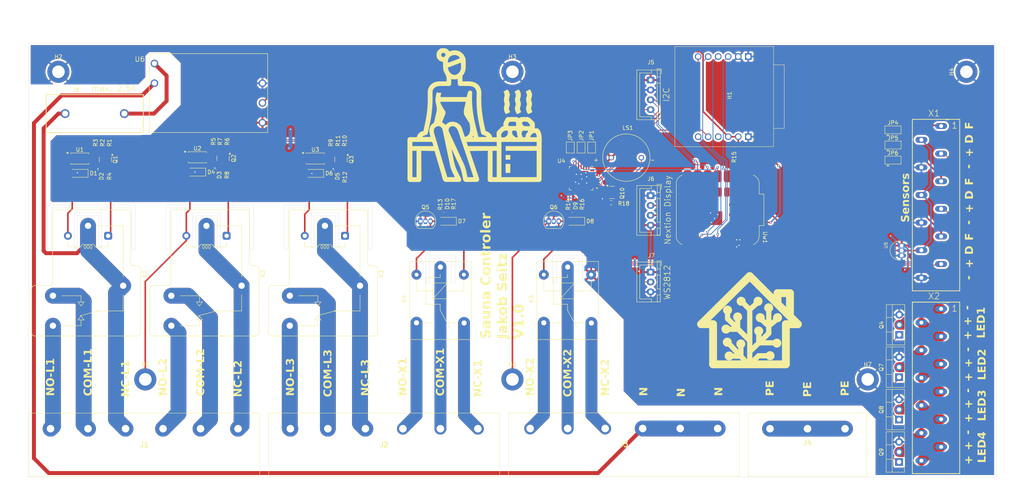
<source format=kicad_pcb>
(kicad_pcb (version 20240108) (generator "pcbnew") (generator_version "8.0")
  (layers (0 "F.Cu" signal) (31 "B.Cu" signal) (34 "B.Paste" user) (35 "F.Paste" user) (36 "B.SilkS" user "B.Silkscreen") (37 "F.SilkS" user "F.Silkscreen") (38 "B.Mask" user) (39 "F.Mask" user) (44 "Edge.Cuts" user))
  (net 0 "")
  (net 1 "Net-(D1-K)")
  (net 2 "GND")
  (net 3 "Net-(D2-A)")
  (net 4 "+5V")
  (net 5 "Net-(Q1-B)")
  (net 6 "Net-(R1-Pad1)")
  (net 7 "Net-(R3-Pad2)")
  (net 8 "Net-(D3-A)")
  (net 9 "Net-(D4-K)")
  (net 10 "Net-(D5-A)")
  (net 11 "Net-(D6-K)")
  (net 12 "Net-(D10-K)")
  (net 13 "Net-(Q2-B)")
  (net 14 "Net-(Q3-B)")
  (net 15 "LED1")
  (net 16 "SIG-LED1")
  (net 17 "Net-(Q5-B)")
  (net 18 "Net-(Q6-B)")
  (net 19 "SIG-LED2")
  (net 20 "LED2")
  (net 21 "SIG-LED3")
  (net 22 "LED3")
  (net 23 "LED4")
  (net 24 "SIG-LED4")
  (net 25 "Net-(R5-Pad2)")
  (net 26 "Net-(R6-Pad1)")
  (net 27 "Net-(R9-Pad2)")
  (net 28 "Net-(R10-Pad1)")
  (net 29 "SIG-RELAY4")
  (net 30 "SIG-RELAY5")
  (net 31 "SIG-RELAY1")
  (net 32 "SIG-RELAY2")
  (net 33 "SIG-RELAY3")
  (net 34 "Net-(D9-A)")
  (net 35 "RESTN")
  (net 38 "+3.3V")
  (net 39 "Net-(J1-Pad6)")
  (net 40 "Net-(J1-Pad1)")
  (net 41 "Net-(J1-Pad2)")
  (net 42 "Net-(J1-Pad4)")
  (net 43 "Net-(J1-Pad5)")
  (net 44 "Net-(J2-Pad3)")
  (net 45 "Net-(J2-Pad2)")
  (net 46 "Net-(J2-Pad1)")
  (net 47 "Net-(J3-Pad1)")
  (net 48 "Net-(J3-Pad2)")
  (net 49 "Net-(J3-Pad3)")
  (net 50 "Net-(J2-Pad5)")
  (net 51 "Net-(J2-Pad6)")
  (net 52 "Net-(J2-Pad4)")
  (net 53 "N")
  (net 54 "PE")
  (net 55 "TX")
  (net 56 "RX")
  (net 57 "Net-(D10-A)")
  (net 58 "Net-(D8-A)")
  (net 59 "SCLK")
  (net 60 "SCNN")
  (net 62 "MOSI")
  (net 63 "MISO")
  (net 64 "INTN")
  (net 65 "Net-(JP1-B)")
  (net 66 "Net-(JP2-B)")
  (net 67 "Net-(JP3-B)")
  (net 68 "SDA")
  (net 69 "MCP23017_RST")
  (net 70 "INTB")
  (net 71 "BEEPER1")
  (net 72 "SCK")
  (net 73 "INTA")
  (net 75 "1_Wire")
  (net 76 "Thermo-Fuse1")
  (net 77 "Thermo-Fuse3")
  (net 78 "Net-(JP5-C)")
  (net 79 "Net-(JP4-C)")
  (net 80 "Thermo-Fuse2")
  (net 81 "Net-(JP6-C)")
  (net 82 "Net-(X2-PadL11)")
  (net 83 "Net-(X2-PadL5)")
  (net 84 "Net-(X2-PadL2)")
  (net 85 "Net-(X2-PadL8)")
  (net 86 "WS2812")
  (net 87 "L1")
  (net 88 "Net-(J8-Pad2)")
  (net 89 "Net-(Q10-D)")
  (footprint "Resistor_SMD:R_0201_0603Metric" (layer "F.Cu") (at 42.905 110)
    (property "Reference" "R4")
    (property "Value" "1k")
  )
  (footprint "Resistor_SMD:R_0201_0603Metric" (layer "F.Cu") (at 70.95 104.1875 180)
    (property "Reference" "R7")
    (property "Value" "10k")
  )
  (footprint "Package_TO_SOT_SMD:SOT-23" (layer "F.Cu") (at 101.5625 107.25 -90)
    (property "Reference" "Q3")
    (property "Value" "S8550")
  )
  (footprint "Resistor_SMD:R_0201_0603Metric" (layer "F.Cu") (at 202.2 106.655 90)
    (property "Reference" "R15")
    (property "Value" "4.7k")
  )
  (footprint "Resistor_SMD:R_0201_0603Metric" (layer "F.Cu") (at 102.5 104.5)
    (property "Reference" "R10")
    (property "Value" "1k")
  )
  (footprint "Package_SO:SOP-4_4.4x2.6mm_P1.27mm" (layer "F.Cu") (at 65.2 106.6875)
    (property "Reference" "U2")
    (property "Value" "FODM217A")
  )
  (footprint "Connector_JST:JST_XH_B4B-XH-A_1x04_P2.50mm_Vertical" (layer "F.Cu") (at 180 116.4 -90)
    (property "Reference" "J6")
    (property "Value" "Nextion Display")
  )
  (footprint "Relay_THT:Relay_SPDT_SANYOU_SRD_Series_Form_C" (layer "F.Cu") (at 126.75 134.5 -90)
    (property "Reference" "K4")
    (property "Value" "SANYOU_SRD_Form_C")
  )
  (footprint "Jumper:SolderJumper-2_P1.3mm_Bridged2Bar_Pad1.0x1.5mm" (layer "F.Cu") (at 159.65 104.2 -90)
    (property "Reference" "JP3")
    (property "Value" "A2")
  )
  (footprint "Relay_THT:Relay_SPDT_SANYOU_SRD_Series_Form_C" (layer "F.Cu") (at 159 134.5 -90)
    (property "Reference" "K5")
    (property "Value" "SANYOU_SRD_Form_C")
  )
  (footprint "Diode_SMD:D_SOD-123" (layer "F.Cu") (at 35.155 110.75 180)
    (property "Reference" "D1")
    (property "Value" "1N4148W")
  )
  (footprint "MountingHole:MountingHole_3.2mm_M3_DIN965_Pad_TopBottom" (layer "F.Cu") (at 235 163)
    (property "Reference" "H7")
    (property "Value" "MountingHole_Pad")
  )
  (footprint "Package_TO_SOT_SMD:SOT-23" (layer "F.Cu") (at 71.7 106.9375 -90)
    (property "Reference" "Q2")
    (property "Value" "S8550")
  )
  (footprint "Snapeda:696106003002_696106003002" (layer "F.Cu") (at 39.2 95.6)
    (property "Reference" "J8")
    (property "Value" "696106003002")
    (property "VALUE" "696106003002" (hide yes))
  )
  (footprint "Resistor_SMD:R_0201_0603Metric" (layer "F.Cu") (at 99 104.5 180)
    (property "Reference" "R9")
    (property "Value" "2.2k")
  )
  (footprint "Resistor_SMD:R_0603_1608Metric" (layer "F.Cu") (at 170 118.2 180)
    (property "Reference" "R18")
    (property "Value" "2k74")
  )
  (footprint "MountingHole:MountingHole_3.2mm_M3_DIN965_Pad_TopBottom" (layer "F.Cu") (at 145 163)
    (property "Reference" "H6")
    (property "Value" "MountingHole_Pad")
  )
  (footprint "Snapeda:250-212_P-250-212" (layer "F.Cu") (at 252.3 165.15)
    (property "Reference" "X2")
    (property "Value" "LED's")
  )
  (footprint "Diode_SMD:D_SOD-123" (layer "F.Cu") (at 128.45 122.9 180)
    (property "Reference" "D7")
    (property "Value" "1N4148W")
  )
  (footprint "Resistor_SMD:R_0201_0603Metric" (layer "F.Cu") (at 159.18 120.65 180)
    (property "Reference" "R14")
    (property "Value" "2.2k")
  )
  (footprint "Diode_SMD:D_SOD-123" (layer "F.Cu") (at 64.95 110.4375 180)
    (property "Reference" "D4")
    (property "Value" "1N4148W")
  )
  (footprint "Jumper:SolderJumper-2_P1.3mm_Bridged2Bar_Pad1.0x1.5mm" (layer "F.Cu") (at 162.4 104.2 -90)
    (property "Reference" "JP2")
    (property "Value" "A1")
  )
  (footprint "Resistor_SMD:R_0201_0603Metric" (layer "F.Cu") (at 100.8125 104.5 180)
    (property "Reference" "R11")
    (property "Value" "10k")
  )
  (footprint "MountingHole:MountingHole_3.2mm_M3_DIN965_Pad_TopBottom" (layer "F.Cu") (at 260 85 90)
    (property "Reference" "H4")
    (property "Value" "MountingHole_Pad")
  )
  (footprint "Resistor_SMD:R_0201_0603Metric" (layer "F.Cu") (at 42.905 104.5)
    (property "Reference" "R1")
    (property "Value" "1k")
  )
  (footprint "Snapeda:MCP23017T-E_ML_QFN65P600X600X100-29N" (layer "F.Cu") (at 162.4 112 180)
    (property "Reference" "U4")
    (property "Value" "MCP23017T-E_ML")
  )
  (footprint "MountingHole:MountingHole_3.2mm_M3_DIN965_Pad_TopBottom" (layer "F.Cu") (at 30 85)
    (property "Reference" "H2")
    (property "Value" "MountingHole_Pad")
  )
  (footprint "Package_TO_SOT_THT:TO-220-3_Vertical" (layer "F.Cu") (at 242.945 183.94 90)
    (property "Reference" "Q9")
    (property "Value" "IRLZ34N")
  )
  (footprint "Package_TO_SOT_THT:TO-220-3_Vertical" (layer "F.Cu") (at 242.945 162.44 90)
    (property "Reference" "Q7")
    (property "Value" "IRLZ34N")
  )
  (footprint "Snapeda:DS18B20_TO-92-TO92127P495H2044-3" (layer "F.Cu") (at 242.83975 130.33 90)
    (property "Reference" "U5")
    (property "Value" "DS18B20")
  )
  (footprint "Resistor_SMD:R_0201_0603Metric" (layer "F.Cu") (at 126.7 120.65 180)
    (property "Reference" "R13")
    (property "Value" "2.2k")
  )
  (footprint "Diode_SMD:D_SOD-123" (layer "F.Cu") (at 160.95 122.9 180)
    (property "Reference" "D8")
    (property "Value" "1N4148W")
  )
  (footprint "Resistor_SMD:R_0201_0603Metric" (layer "F.Cu") (at 72.75 104.1875)
    (property "Reference" "R6")
    (property "Value" "1k")
  )
  (footprint "Resistor_SMD:R_0201_0603Metric" (layer "F.Cu") (at 41.155 104.5 180)
    (property "Reference" "R2")
    (property "Value" "10k")
  )
  (footprint "230V-5V-STEPDOWN:230V-5V-STEPDOWN" (layer "F.Cu") (at 68 90.4 90)
    (property "Reference" "U6")
    (property "Value" "230V-5V-Step-down")
  )
  (footprint "LED_SMD:LED_0201_0603Metric" (layer "F.Cu") (at 128.5 120.65)
    (property "Reference" "D10")
    (property "Value" "LED")
  )
  (footprint "Resistor_SMD:R_0201_0603Metric" (layer "F.Cu") (at 102.5625 110)
    (property "Reference" "R12")
    (property "Value" "1k")
  )
  (footprint "Connector_JST:JST_XH_B3B-XH-A_1x03_P2.50mm_Vertical" (layer "F.Cu") (at 180 135.8 -90)
    (property "Reference" "J7")
    (property "Value" "WS2812")
  )
  (footprint "Samacsys:HB9500M953P" (layer "F.Cu") (at 229.25 175.5 180)
    (property "Reference" "J4")
    (property "Value" "HB9500M-9.5-3P" (hide yes))
  )
  (footprint "Resistor_SMD:R_0201_0603Metric" (layer "F.Cu") (at 162.655 120.65)
    (property "Reference" "R16")
    (property "Value" "1k")
  )
  (footprint "Samacsys:HB9500M956P" (layer "F.Cu") (at 88.75 175.5)
    (property "Reference" "J2")
    (property "Value" "HB9500M-9.5-6P" (hide yes))
  )
  (footprint "Relay_THT:Relay_SPDT_RAYEX-L90" (layer "F.Cu") (at 37.5 124.05 -90)
    (property "Reference" "K1")
    (property "Value" "RAYEX-L90")
  )
  (footprint "LED_SMD:LED_0201_0603Metric" (layer "F.Cu") (at 40.905 110)
    (property "Reference" "D2")
    (property "Value" "LED")
  )
  (footprint "Resistor_SMD:R_0201_0603Metric" (layer "F.Cu") (at 69.25 104.1875 180)
    (property "Reference" "R5")
    (property "Value" "2.2k")
  )
  (footprint "Diode_SMD:D_SOD-123" (layer "F.Cu") (at 94.8125 110.75 180)
    (property "Reference" "D6")
    (property "Value" "1N4148W")
  )
  (footprint "Package_SO:SOP-4_4.4x2.6mm_P1.27mm" (layer "F.Cu") (at 95.0625 107)
    (property "Reference" "U3")
    (property "Value" "FODM217A")
  )
  (footprint "Samacsys:HB9500M956P" (layer "F.Cu") (at 149.5 175.45)
    (property "Reference" "J3")
    (property "Value" "HB9500M-9.5-6P" (hide yes))
  )
  (footprint "LED_SMD:LED_0201_0603Metric" (layer "F.Cu") (at 70.75 109.6875)
    (property "Reference" "D3")
    (property "Value" "LED")
  )
  (footprint "Package_TO_SOT_SMD:SOT-23" (layer "F.Cu") (at 41.905 107.25 -90)
    (property "Reference" "Q1")
    (property "Value" "S8550")
  )
  (footprint "Relay_THT:Relay_SPDT_RAYEX-L90" (layer "F.Cu") (at 67.5 124.05 -90)
    (property "Reference" "K2")
    (property "Value" "RAYEX-L90")
  )
  (footprint "Resistor_SMD:R_0201_0603Metric" (layer "F.Cu") (at 39.405 104.5 180)
    (property "Reference" "R3")
    (property "Value" "2.2k")
  )
  (footprint "RF_Module:MCU_Seeed_ESP32C3" (layer "F.Cu") (at 197 120 -90)
    (property "Reference" "Uw1")
    (property "Value" "MOUDLE-SEEEDUINO-XIAO-ESP32C3")
  )
  (footprint "MountingHole:MountingHole_3.2mm_M3_DIN965_Pad_TopBottom" (layer "F.Cu") (at 52 163)
    (property "Reference" "H5")
    (property "Value" "MountingHole_Pad")
  )
  (footprint "Samacsys:HB9500M956P" (layer "F.Cu") (at 28 175.5)
    (property "Reference" "J1")
    (property "Value" "HB9500M-9.5-6P" (hide yes))
  )
  (footprint "LED_SMD:LED_0201_0603Metric" (layer "F.Cu") (at 100.68 110)
    (property "Reference" "D5")
    (property "Value" "LED")
  )
  (footprint "MountingHole:MountingHole_3.2mm_M3_DIN965_Pad_TopBottom" (layer "F.Cu") (at 145 85)
    (property "Reference" "H3")
    (property "Value" "MountingHole_Pad")
  )
  (footprint "Package_TO_SOT_THT:TO-220-3_Vertical" (layer "F.Cu") (at 243 151.69 90)
    (property "Reference" "Q4")
    (property "Value" "IRLZ34N")
  )
  (footprint "Jumper:SolderJumper-3_P1.3mm_Open_Pad1.0x1.5mm" (layer "F.Cu") (at 241.4 107.4)
    (property "Reference" "JP6")
    (property "Value" "3.3/5V")
  )
  (footprint "Snapeda:CEM-1205C_CUI_CEM-1205C" (layer "F.Cu") (at 173.855 106.77)
    (property "Reference" "LS1")
    (property "Value" "CEM-1205C")
  )
  (footprint "Jumper:SolderJumper-2_P1.3mm_Bridged2Bar_Pad1.0x1.5mm" (layer "F.Cu") (at 165.05 104.2 -90)
    (property "Reference" "JP1")
    (property "Value" "A0")
  )
  (footprint "Relay_THT:Relay_SPDT_RAYEX-L90" (layer "F.Cu") (at 97.5 124.05 -90)
    (property "Reference" "K3")
    (property "Value" "RAYEX-L90")
  )
  (footprint "Package_TO_SOT_SMD:SOT-23" (layer "F.Cu") (at 170.2 115.6)
    (property "Reference" "Q10")
    (property "Value" "2N7002")
  )
  (footprint "Snapeda:250-212_P-250-212" (layer "F.Cu") (at 252.3 118.8)
    (property "Reference" "X1")
    (property "Value" "Sensors")
  )
  (footprint "Snapeda:WIZ850IO_WIZ850IO" (layer "F.Cu") (at 200 91 -90)
    (property "Reference" "H1")
    (property "Value" "WIZ850IO")
  )
  (footprint "Jumper:SolderJumper-3_P1.3mm_Open_Pad1.0x1.5mm" (layer "F.Cu") (at 241.4 103.565)
    (property "Reference" "JP5")
    (property "Value" "3.3/5V")
  )
  (footprint "Package_TO_SOT_THT:TO-92_Inline" (layer "F.Cu") (at 121.7 122.9)
    (property "Reference" "Q5")
    (property "Value" "2N222")
  )
  (footprint "Resistor_SMD:R_0201_0603Metric" (layer "F.Cu") (at 130.095 120.65)
    (property "Reference" "R17")
    (property "Value" "1k")
  )
  (footprint "Resistor_SMD:R_0201_0603Metric" (layer "F.Cu") (at 72.7 109.6875)
    (property "Reference" "R8")
    (property "Value" "1k")
  )
  (footprint "LED_SMD:LED_0201_0603Metric" (layer "F.Cu") (at 161 120.65)
    (property "Reference" "D9")
    (property "Value" "LED")
  )
  (footprint "Package_SO:SOP-4_4.4x2.6mm_P1.27mm" (layer "F.Cu") (at 35.405 107)
    (property "Reference" "U1")
    (property "Value" "FODM217A")
  )
  (footprint "Package_TO_SOT_THT:TO-92_Inline" (layer "F.Cu") (at 154.18 122.9)
    (property "Reference" "Q6")
    (property "Value" "2N222")
  )
  (footprint "Package_TO_SOT_THT:TO-220-3_Vertical" (layer "F.Cu") (at 242.945 173.19 90)
    (property "Reference" "Q8")
    (property "Value" "IRLZ34N")
  )
  (footprint "Jumper:SolderJumper-3_P1.3mm_Open_Pad1.0x1.5mm" (layer "F.Cu") (at 241.4 99.73)
    (property "Reference" "JP4")
    (property "Value" "3.3/5V")
  )
  (footprint "Connector_JST:JST_XH_B4B-XH-A_1x04_P2.50mm_Vertical" (layer "F.Cu") (at 180 87.1 -90)
    (property "Reference" "J5")
    (property "Value" "I2C")
  )
  (gr_poly (pts (xy 199.113407 149.770395) (xy 199.137678 149.77224) (xy 199.161595 149.775279) (xy 199.185129 149.779482) (xy 199.20825 149.784818) (xy 199.230929 149.791258) (xy 199.253134 149.798772) (xy 199.274837 149.807329) (xy 199.296006 149.816899) (xy 199.316612 149.827453) (xy 199.336625 149.838961) (xy 199.356016 149.851391) (xy 199.374752 149.864715) (xy 199.392806 149.878903) (xy 199.410147 149.893924) (xy 199.426744 149.909748) (xy 199.442568 149.926345) (xy 199.457589 149.943685) (xy 199.471776 149.961739) (xy 199.4851 149.980476) (xy 199.497531 149.999866) (xy 199.509038 150.019879) (xy 199.519592 150.040485) (xy 199.529163 150.061655) (xy 199.53772 150.083357) (xy 199.545233 150.105562) (xy 199.551673 150.128241) (xy 199.557009 150.151362) (xy 199.561212 150.174896) (xy 199.564251 150.198813) (xy 199.566097 150.223083) (xy 199.566719 150.247676) (xy 199.566097 150.272268) (xy 199.564251 150.296538) (xy 199.561212 150.320456) (xy 199.557009 150.34399) (xy 199.551673 150.367111) (xy 199.545233 150.389789) (xy 199.53772 150.411995) (xy 199.529163 150.433697) (xy 199.519592 150.454867) (xy 199.509038 150.475473) (xy 199.497531 150.495486) (xy 199.4851 150.514876) (xy 199.471776 150.533613) (xy 199.457589 150.551667) (xy 199.442568 150.569007) (xy 199.426744 150.585605) (xy 199.410147 150.601429) (xy 199.392806 150.61645) (xy 199.374752 150.630637) (xy 199.356016 150.643961) (xy 199.336625 150.656392) (xy 199.316612 150.667899) (xy 199.296006 150.678453) (xy 199.274837 150.688024) (xy 199.253134 150.696581) (xy 199.230929 150.704094) (xy 199.20825 150.710534) (xy 199.185129 150.71587) (xy 199.161595 150.720073) (xy 199.137678 150.723112) (xy 199.113407 150.724958) (xy 199.088815 150.72558) (xy 199.064222 150.724958) (xy 199.039952 150.723112) (xy 199.016035 150.720073) (xy 198.9925 150.71587) (xy 198.969379 150.710534) (xy 198.946701 150.704094) (xy 198.924495 150.696581) (xy 198.902793 150.688024) (xy 198.881624 150.678453) (xy 198.861017 150.667899) (xy 198.841004 150.656392) (xy 198.821614 150.643961) (xy 198.802877 150.630637) (xy 198.784824 150.61645) (xy 198.767483 150.601429) (xy 198.750886 150.585605) (xy 198.735062 150.569007) (xy 198.720041 150.551667) (xy 198.705854 150.533613) (xy 198.692529 150.514876) (xy 198.680099 150.495486) (xy 198.668591 150.475473) (xy 198.658038 150.454867) (xy 198.648467 150.433697) (xy 198.63991 150.411995) (xy 198.632397 150.389789) (xy 198.625957 150.367111) (xy 198.62062 150.34399) (xy 198.616418 150.320456) (xy 198.613378 150.296538) (xy 198.611533 150.272268) (xy 198.610911 150.247676) (xy 198.611533 150.223083) (xy 198.613378 150.198813) (xy 198.616418 150.174896) (xy 198.62062 150.151362) (xy 198.625957 150.128241) (xy 198.632397 150.105562) (xy 198.63991 150.083357) (xy 198.648467 150.061655) (xy 198.658038 150.040485) (xy 198.668591 150.019879) (xy 198.680099 149.999866) (xy 198.692529 149.980476) (xy 198.705854 149.961739) (xy 198.720041 149.943685) (xy 198.735062 149.926345) (xy 198.750886 149.909748) (xy 198.767483 149.893924) (xy 198.784824 149.878903) (xy 198.802877 149.864715) (xy 198.821614 149.851391) (xy 198.841004 149.838961) (xy 198.861017 149.827453) (xy 198.881624 149.816899) (xy 198.902793 149.807329) (xy 198.924495 149.798772) (xy 198.946701 149.791258) (xy 198.969379 149.784818) (xy 198.9925 149.779482) (xy 199.016035 149.775279) (xy 199.039952 149.77224) (xy 199.064222 149.770395) (xy 199.088815 149.769773)) (stroke (width 1.322916)) (fill none) (layer "F.SilkS"))
  (gr_line (start 205.261873 155.838983) (end 209.930447 151.300719) (stroke (width 1.322916)) (layer "F.SilkS"))
  (gr_poly (pts (xy 212.178034 146.87205) (xy 212.202304 146.873896) (xy 212.226221 146.876935) (xy 212.249756 146.881138) (xy 212.272877 146.886474) (xy 212.295556 146.892914) (xy 212.317761 146.900427) (xy 212.339463 146.908984) (xy 212.360633 146.918555) (xy 212.381239 146.929109) (xy 212.401252 146.940616) (xy 212.420643 146.953047) (xy 212.43938 146.966371) (xy 212.457433 146.980558) (xy 212.474774 146.995579) (xy 212.491371 147.011403) (xy 212.507195 147.028) (xy 212.522216 147.045341) (xy 212.536404 147.063394) (xy 212.549728 147.082131) (xy 212.562159 147.101521) (xy 212.573666 147.121534) (xy 212.58422 147.142141) (xy 212.59379 147.16331) (xy 212.602347 147.185012) (xy 212.609861 147.207218) (xy 212.616301 147.229896) (xy 212.621637 147.253017) (xy 212.62584 147.276551) (xy 212.628879 147.300468) (xy 212.630725 147.324738) (xy 212.631347 147.349331) (xy 212.630725 147.373924) (xy 212.628879 147.398194) (xy 212.62584 147.422111) (xy 212.621637 147.445645) (xy 212.616301 147.468767) (xy 212.609861 147.491445) (xy 212.602347 147.51365) (xy 212.59379 147.535353) (xy 212.58422 147.556522) (xy 212.573666 147.577128) (xy 212.562159 147.597141) (xy 212.549728 147.616531) (xy 212.536404 147.635268) (xy 212.522216 147.653322) (xy 212.507195 147.670662) (xy 212.491371 147.68726) (xy 212.474774 147.703084) (xy 212.457433 147.718104) (xy 212.43938 147.732292) (xy 212.420643 147.745616) (xy 212.401252 147.758047) (xy 212.381239 147.769554) (xy 212.360633 147.780108) (xy 212.339463 147.789678) (xy 212.317761 147.798235) (xy 212.295556 147.805749) (xy 212.272877 147.812189) (xy 212.249756 147.817525) (xy 212.226221 147.821728) (xy 212.202304 147.824767) (xy 212.178034 147.826612) (xy 212.153441 147.827234) (xy 212.128849 147.826612) (xy 212.104579 147.824767) (xy 212.080662 147.821728) (xy 212.057127 147.817525) (xy 212.034006 147.812189) (xy 212.011328 147.805749) (xy 211.989123 147.798235) (xy 211.96742 147.789678) (xy 211.946251 147.780108) (xy 211.925645 147.769554) (xy 211.905632 147.758047) (xy 211.886242 147.745616) (xy 211.867505 147.732292) (xy 211.849451 147.718104) (xy 211.832111 147.703084) (xy 211.815513 147.68726) (xy 211.799689 147.670662) (xy 211.784668 147.653322) (xy 211.770481 147.635268) (xy 211.757157 147.616531) (xy 211.744726 147.597141) (xy 211.733219 147.577128) (xy 211.722665 147.556522) (xy 211.713094 147.535353) (xy 211.704537 147.51365) (xy 211.697024 147.491445) (xy 211.690584 147.468767) (xy 211.685248 147.445645) (xy 211.681045 147.422111) (xy 211.678006 147.398194) (xy 211.67616 147.373924) (xy 211.675538 147.349331) (xy 211.67616 147.324738) (xy 211.678006 147.300468) (xy 211.681045 147.276551) (xy 211.685248 147.253017) (xy 211.690584 147.229896) (xy 211.697024 147.207218) (xy 211.704537 147.185012) (xy 211.713094 147.16331) (xy 211.722665 147.142141) (xy 211.733219 147.121534) (xy 211.744726 147.101521) (xy 211.757157 147.082131) (xy 211.770481 147.063394) (xy 211.784668 147.045341) (xy 211.799689 147.028) (xy 211.815513 147.011403) (xy 211.832111 146.995579) (xy 211.849451 146.980558) (xy 211.867505 146.966371) (xy 211.886242 146.953047) (xy 211.905632 146.940616) (xy 211.925645 146.929109) (xy 211.946251 146.918555) (xy 211.96742 146.908984) (xy 211.989123 146.900427) (xy 212.011328 146.892914) (xy 212.034006 146.886474) (xy 212.057127 146.881138) (xy 212.080662 146.876935) (xy 212.104579 146.873896) (xy 212.128849 146.87205) (xy 212.153441 146.871428)) (stroke (width 1.322916)) (fill none) (layer "F.SilkS"))
  (gr_poly (pts (xy 210.286431 156.507677) (xy 210.310701 156.509522) (xy 210.334618 156.512561) (xy 210.358152 156.516764) (xy 210.381273 156.522101) (xy 210.403951 156.528541) (xy 210.426157 156.536054) (xy 210.447859 156.544611) (xy 210.469028 156.554181) (xy 210.489635 156.564735) (xy 210.509648 156.576243) (xy 210.529038 156.588673) (xy 210.547775 156.601998) (xy 210.565828 156.616185) (xy 210.583169 156.631206) (xy 210.599766 156.64703) (xy 210.61559 156.663627) (xy 210.630611 156.680968) (xy 210.644798 156.699021) (xy 210.658122 156.717758) (xy 210.670553 156.737148) (xy 210.682061 156.757161) (xy 210.692615 156.777768) (xy 210.702185 156.798937) (xy 210.710742 156.820639) (xy 210.718255 156.842845) (xy 210.724695 156.865523) (xy 210.730032 156.888644) (xy 210.734235 156.912178) (xy 210.737274 156.936095) (xy 210.739119 156.960365) (xy 210.739741 156.984958) (xy 210.739119 157.009551) (xy 210.737274 157.033821) (xy 210.734235 157.057738) (xy 210.730032 157.081272) (xy 210.724695 157.104394) (xy 210.718255 157.127072) (xy 210.710742 157.149278) (xy 210.702185 157.17098) (xy 210.692615 157.192149) (xy 210.682061 157.212756) (xy 210.670553 157.232769) (xy 210.658122 157.252159) (xy 210.644798 157.270896) (xy 210.630611 157.28895) (xy 210.61559 157.30629) (xy 210.599766 157.322888) (xy 210.583169 157.338712) (xy 210.565828 157.353733) (xy 210.547775 157.36792) (xy 210.529038 157.381244) (xy 210.509648 157.393675) (xy 210.489635 157.405182) (xy 210.469028 157.415736) (xy 210.447859 157.425307) (xy 210.426157 157.433864) (xy 210.403951 157.441377) (xy 210.381273 157.447817) (xy 210.358152 157.453154) (xy 210.334618 157.457357) (xy 210.310701 157.460396) (xy 210.286431 157.462241) (xy 210.261838 157.462863) (xy 210.237245 157.462241) (xy 210.212975 157.460396) (xy 210.189058 157.457357) (xy 210.165524 157.453154) (xy 210.142402 157.447817) (xy 210.119724 157.441377) (xy 210.097518 157.433864) (xy 210.075816 157.425307) (xy 210.054647 157.415736) (xy 210.03404 157.405182) (xy 210.014027 157.393675) (xy 209.994637 157.381244) (xy 209.9759 157.36792) (xy 209.957846 157.353733) (xy 209.940505 157.338712) (xy 209.923908 157.322888) (xy 209.908084 157.30629) (xy 209.893063 157.28895) (xy 209.878876 157.270896) (xy 209.865552 157.252159) (xy 209.853121 157.232769) (xy 209.841613 157.212756) (xy 209.83106 157.192149) (xy 209.821489 157.17098) (xy 209.812932 157.149278) (xy 209.805419 157.127072) (xy 209.798979 157.104394) (xy 209.793642 157.081272) (xy 209.789439 157.057738) (xy 209.7864 157.033821) (xy 209.784555 157.009551) (xy 209.783933 156.984958) (xy 209.784555 156.960365) (xy 209.7864 156.936095) (xy 209.789439 156.912178) (xy 209.793642 156.888644) (xy 209.798979 156.865523) (xy 209.805419 156.842845) (xy 209.812932 156.820639) (xy 209.821489 156.798937) (xy 209.83106 156.777768) (xy 209.841613 156.757161) (xy 209.853121 156.737148) (xy 209.865552 156.717758) (xy 209.878876 156.699021) (xy 209.893063 156.680968) (xy 209.908084 156.663627) (xy 209.923908 156.64703) (xy 209.940505 156.631206) (xy 209.957846 156.616185) (xy 209.9759 156.601998) (xy 209.994637 156.588673) (xy 210.014027 156.576243) (xy 210.03404 156.564735) (xy 210.054647 156.554181) (xy 210.075816 156.544611) (xy 210.097518 156.536054) (xy 210.119724 156.528541) (xy 210.142402 156.522101) (xy 210.165524 156.516764) (xy 210.189058 156.512561) (xy 210.212975 156.509522) (xy 210.237245 156.507677) (xy 210.261838 156.507055)) (stroke (width 1.322916)) (fill none) (layer "F.SilkS"))
  (gr_poly (pts (xy 207.799678 146.865269) (xy 207.823948 146.867115) (xy 207.847865 146.870154) (xy 207.871399 146.874357) (xy 207.89452 146.879693) (xy 207.917199 146.886133) (xy 207.939404 146.893647) (xy 207.961106 146.902204) (xy 207.982276 146.911774) (xy 208.002882 146.922328) (xy 208.022895 146.933836) (xy 208.042285 146.946266) (xy 208.061022 146.95959) (xy 208.079076 146.973778) (xy 208.096416 146.988799) (xy 208.113013 147.004623) (xy 208.128838 147.02122) (xy 208.143858 147.038561) (xy 208.158046 147.056614) (xy 208.17137 147.075351) (xy 208.1838 147.094741) (xy 208.195308 147.114755) (xy 208.205862 147.135361) (xy 208.215432 147.15653) (xy 208.223989 147.178233) (xy 208.231502 147.200438) (xy 208.237942 147.223116) (xy 208.243279 147.246238) (xy 208.247482 147.269772) (xy 208.250521 147.293689) (xy 208.252366 147.317959) (xy 208.252988 147.342552) (xy 208.252366 147.367144) (xy 208.250521 147.391414) (xy 208.247482 147.415331) (xy 208.243279 147.438866) (xy 208.237942 147.461987) (xy 208.231502 147.484665) (xy 208.223989 147.50687) (xy 208.215432 147.528573) (xy 208.205862 147.549742) (xy 208.195308 147.570348) (xy 208.1838 147.590361) (xy 208.17137 147.609751) (xy 208.158046 147.628488) (xy 208.143858 147.646542) (xy 208.128838 147.663882) (xy 208.113013 147.68048) (xy 208.096416 147.696304) (xy 208.079076 147.711325) (xy 208.061022 147.725512) (xy 208.042285 147.738836) (xy 208.022895 147.751267) (xy 208.002882 147.762774) (xy 207.982276 147.773328) (xy 207.961106 147.782899) (xy 207.939404 147.791456) (xy 207.917199 147.798969) (xy 207.89452 147.805409) (xy 207.871399 147.810745) (xy 207.847865 147.814948) (xy 207.823948 147.817987) (xy 207.799678 147.819833) (xy 207.775085 147.820455) (xy 207.750492 147.819833) (xy 207.726222 147.817987) (xy 207.702305 147.814948) (xy 207.678771 147.810745) (xy 207.65565 147.805409) (xy 207.632971 147.798969) (xy 207.610766 147.791456) (xy 207.589063 147.782899) (xy 207.567894 147.773328) (xy 207.547288 147.762774) (xy 207.527275 147.751267) (xy 207.507885 147.738836) (xy 207.489148 147.725512) (xy 207.471094 147.711325) (xy 207.453753 147.696304) (xy 207.437156 147.68048) (xy 207.421332 147.663882) (xy 207.406311 147.646542) (xy 207.392124 147.628488) (xy 207.3788 147.609751) (xy 207.366369 147.590361) (xy 207.354862 147.570348) (xy 207.344308 147.549742) (xy 207.334737 147.528573) (xy 207.32618 147.50687) (xy 207.318667 147.484665) (xy 207.312227 147.461987) (xy 207.30689 147.438866) (xy 207.302687 147.415331) (xy 207.299648 147.391414) (xy 207.297803 147.367144) (xy 207.297181 147.342552) (xy 207.297803 147.317959) (xy 207.299648 147.293689) (xy 207.302687 147.269772) (xy 207.30689 147.246238) (xy 207.312227 147.223116) (xy 207.318667 147.200438) (xy 207.32618 147.178233) (xy 207.334737 147.15653) (xy 207.344308 147.135361) (xy 207.354862 147.114755) (xy 207.366369 147.094741) (xy 207.3788 147.075351) (xy 207.392124 147.056614) (xy 207.406311 147.038561) (xy 207.421332 147.02122) (xy 207.437156 147.004623) (xy 207.453753 146.988799) (xy 207.471094 146.973778) (xy 207.489148 146.95959) (xy 207.507885 146.946266) (xy 207.527275 146.933836) (xy 207.547288 146.922328) (xy 207.567894 146.911774) (xy 207.589063 146.902204) (xy 207.610766 146.893647) (xy 207.632971 146.886133) (xy 207.65565 146.879693) (xy 207.678771 146.874357) (xy 207.702305 146.870154) (xy 207.726222 146.867115) (xy 207.750492 146.865269) (xy 207.775085 146.864648)) (stroke (width 1.322916)) (fill none) (layer "F.SilkS"))
  (gr_line (start 202.870536 154.913438) (end 202.870536 157.101211) (stroke (width 1.322916)) (layer "F.SilkS"))
  (gr_line (start 207.404667 151.592419) (end 207.404667 153.725458) (stroke (width 1.322916)) (layer "F.SilkS"))
  (gr_poly (pts (xy 144.461457 110.657325) (xy 143.270831 110.657325) (xy 143.270831 108.342222) (xy 144.461457 108.342222)) (stroke (width -0.000001)) (fill solid) (layer "F.SilkS"))
  (gr_line (start 214.265313 159.179511) (end 195.829479 159.179511) (stroke (width 1.984374)) (layer "F.SilkS"))
  (gr_poly (pts (xy 144.461457 107.283887) (xy 143.270831 107.283887) (xy 143.270831 106.093263) (xy 144.461457 106.093263)) (stroke (width -0.000001)) (fill solid) (layer "F.SilkS"))
  (gr_line (start 202.046196 148.026003) (end 202.046196 150.290176) (stroke (width 1.322916)) (layer "F.SilkS"))
  (gr_line (start 212.15923 141.134765) (end 215.299999 141.134765) (stroke (width 1.984374)) (layer "F.SilkS"))
  (gr_line (start 209.424263 157.006789) (end 207.352246 157.006789) (stroke (width 1.322916)) (layer "F.SilkS"))
  (gr_poly (pts (xy 212.004899 153.320607) (xy 212.029168 153.322453) (xy 212.053086 153.325492) (xy 212.07662 153.329694) (xy 212.099741 153.335031) (xy 212.122419 153.341471) (xy 212.144624 153.348984) (xy 212.166327 153.357541) (xy 212.187496 153.367112) (xy 212.208102 153.377666) (xy 212.228115 153.389173) (xy 212.247505 153.401604) (xy 212.266242 153.414928) (xy 212.284296 153.429115) (xy 212.301637 153.444136) (xy 212.318234 153.45996) (xy 212.334058 153.476557) (xy 212.349079 153.493898) (xy 212.363266 153.511952) (xy 212.37659 153.530689) (xy 212.389021 153.550079) (xy 212.400528 153.570092) (xy 212.411082 153.590698) (xy 212.420653 153.611867) (xy 212.42921 153.63357) (xy 212.436723 153.655775) (xy 212.443163 153.678453) (xy 212.4485 153.701574) (xy 212.452702 153.725108) (xy 212.455741 153.749026) (xy 212.457587 153.773295) (xy 212.458209 153.797888) (xy 212.457587 153.822481) (xy 212.455741 153.846751) (xy 212.452702 153.870668) (xy 212.4485 153.894203) (xy 212.443163 153.917324) (xy 212.436723 153.940002) (xy 212.42921 153.962208) (xy 212.420653 153.98391) (xy 212.411082 154.005079) (xy 212.400528 154.025686) (xy 212.389021 154.045699) (xy 212.37659 154.065089) (xy 212.363266 154.083826) (xy 212.349079 154.101879) (xy 212.334058 154.11922) (xy 212.318234 154.135817) (xy 212.301637 154.151641) (xy 212.284296 154.166662) (xy 212.266242 154.180849) (xy 212.247505 154.194173) (xy 212.228115 154.206604) (xy 212.208102 154.218111) (xy 212.187496 154.228665) (xy 212.166327 154.238235) (xy 212.144624 154.246792) (xy 212.122419 154.254306) (xy 212.099741 154.260746) (xy 212.07662 154.266082) (xy 212.053086 154.270285) (xy 212.029168 154.273324) (xy 212.004899 154.275169) (xy 211.980306 154.275791) (xy 211.955713 154.275169) (xy 211.931443 154.273324) (xy 211.907526 154.270285) (xy 211.883992 154.266082) (xy 211.860871 154.260746) (xy 211.838193 154.254306) (xy 211.815987 154.246792) (xy 211.794285 154.238235) (xy 211.773116 154.228665) (xy 211.752509 154.218111) (xy 211.732496 154.206604) (xy 211.713106 154.194173) (xy 211.694369 154.180849) (xy 211.676316 154.166662) (xy 211.658975 154.151641) (xy 211.642378 154.135817) (xy 211.626554 154.11922) (xy 211.611533 154.101879) (xy 211.597346 154.083826) (xy 211.584021 154.065089) (xy 211.571591 154.045699) (xy 211.560083 154.025686) (xy 211.549529 154.005079) (xy 211.539959 153.98391) (xy 211.531402 153.962208) (xy 211.523889 153.940002) (xy 211.517449 153.917324) (xy 211.512112 153.894203) (xy 211.507909 153.870668) (xy 211.50487 153.846751) (xy 211.503025 153.822481) (xy 211.502403 153.797888) (xy 211.503025 153.773295) (xy 211.50487 153.749026) (xy 211.507909 153.725108) (xy 211.512112 153.701574) (xy 211.517449 153.678453) (xy 211.523889 153.655775) (xy 211.531402 153.63357) (xy 211.539959 153.611867) (xy 211.549529 153.590698) (xy 211.560083 153.570092) (xy 211.571591 153.550079) (xy 211.584021 153.530689) (xy 211.597346 153.511952) (xy 211.611533 153.493898) (xy 211.626554 153.476557) (xy 211.642378 153.45996) (xy 211.658975 153.444136) (xy 211.676316 153.429115) (xy 211.694369 153.414928) (xy 211.713106 153.401604) (xy 211.732496 153.389173) (xy 211.752509 153.377666) (xy 211.773116 153.367112) (xy 211.794285 153.357541) (xy 211.815987 153.348984) (xy 211.838193 153.341471) (xy 211.860871 153.335031) (xy 211.883992 153.329694) (xy 211.907526 153.325492) (xy 211.931443 153.322453) (xy 211.955713 153.320607) (xy 211.980306 153.319985)) (stroke (width 1.322916)) (fill none) (layer "F.SilkS"))
  (gr_poly (pts (xy 207.397511 150.24962) (xy 207.421781 150.251466) (xy 207.445698 150.254505) (xy 207.469232 150.258708) (xy 207.492353 150.264044) (xy 207.515032 150.270484) (xy 207.537237 150.277998) (xy 207.55894 150.286555) (xy 207.580109 150.296125) (xy 207.600715 150.306679) (xy 207.620728 150.318186) (xy 207.640118 150.330617) (xy 207.658855 150.343941) (xy 207.676909 150.358128) (xy 207.69425 150.373149) (xy 207.710847 150.388973) (xy 207.726671 150.40557) (xy 207.741692 150.422911) (xy 207.755879 150.440965) (xy 207.769203 150.459701) (xy 207.781634 150.479091) (xy 207.793141 150.499105) (xy 207.803695 150.519711) (xy 207.813266 150.54088) (xy 207.821823 150.562583) (xy 207.829336 150.584788) (xy 207.835776 150.607466) (xy 207.841113 150.630587) (xy 207.845316 150.654122) (xy 207.848355 150.678039) (xy 207.8502 150.702309) (xy 207.850822 150.726902) (xy 207.8502 150.751494) (xy 207.848355 150.775764) (xy 207.845316 150.799682) (xy 207.841113 150.823216) (xy 207.835776 150.846337) (xy 207.829336 150.869015) (xy 207.821823 150.891221) (xy 207.813266 150.912923) (xy 207.803695 150.934092) (xy 207.793141 150.954699) (xy 207.781634 150.974712) (xy 207.769203 150.994102) (xy 207.755879 151.012839) (xy 207.741692 151.030893) (xy 207.726671 151.048233) (xy 207.710847 151.064831) (xy 207.69425 151.080655) (xy 207.676909 151.095675) (xy 207.658855 151.109863) (xy 207.640118 151.123187) (xy 207.620728 151.135618) (xy 207.600715 151.147125) (xy 207.580109 151.157679) (xy 207.55894 151.16725) (xy 207.537237 151.175807) (xy 207.515032 151.18332) (xy 207.492353 151.18976) (xy 207.469232 151.195096) (xy 207.445698 151.199299) (xy 207.421781 151.202338) (xy 207.397511 151.204184) (xy 207.372918 151.204806) (xy 207.348325 151.204184) (xy 207.324055 151.202338) (xy 207.300138 151.199299) (xy 207.276604 151.195096) (xy 207.253483 151.18976) (xy 207.230804 151.18332) (xy 207.208599 151.175807) (xy 207.186897 151.16725) (xy 207.165727 151.157679) (xy 207.145121 151.147125) (xy 207.125108 151.135618) (xy 207.105718 151.123187) (xy 207.086981 151.109863) (xy 207.068927 151.095675) (xy 207.051587 151.080655) (xy 207.034989 151.064831) (xy 207.019165 151.048233) (xy 207.004145 151.030893) (xy 206.989957 151.012839) (xy 206.976633 150.994102) (xy 206.964203 150.974712) (xy 206.952695 150.954699) (xy 206.942141 150.934092) (xy 206.932571 150.912923) (xy 206.924014 150.891221) (xy 206.916501 150.869015) (xy 206.910061 150.846337) (xy 206.904724 150.823216) (xy 206.900521 150.799682) (xy 206.897482 150.775764) (xy 206.895637 150.751494) (xy 206.895015 150.726902) (xy 206.895637 150.702309) (xy 206.897482 150.678039) (xy 206.900521 150.654122) (xy 206.904724 150.630587) (xy 206.910061 150.607466) (xy 206.916501 150.584788) (xy 206.924014 150.562583) (xy 206.932571 150.54088) (xy 206.942141 150.519711) (xy 206.952695 150.499105) (xy 206.964203 150.479091) (xy 206.976633 150.459701) (xy 206.989957 150.440965) (xy 207.004145 150.422911) (xy 207.019165 150.40557) (xy 207.034989 150.388973) (xy 207.051587 150.373149) (xy 207.068927 150.358128) (xy 207.086981 150.343941) (xy 207.105718 150.330617) (xy 207.125108 150.318186) (xy 207.145121 150.306679) (xy 207.165727 150.296125) (xy 207.186897 150.286555) (xy 207.208599 150.277998) (xy 207.230804 150.270484) (xy 207.253483 150.264044) (xy 207.276604 150.258708) (xy 207.300138 150.254505) (xy 207.324055 150.251466) (xy 207.348325 150.24962) (xy 207.372918 150.248999)) (stroke (width 1.322916)) (fill none) (layer "F.SilkS"))
  (gr_poly (pts (xy 199.517062 144.961096) (xy 199.541332 144.962942) (xy 199.565249 144.965981) (xy 199.588784 144.970184) (xy 199.611905 144.97552) (xy 199.634583 144.98196) (xy 199.656789 144.989474) (xy 199.678491 144.998031) (xy 199.69966 145.007601) (xy 199.720267 145.018155) (xy 199.74028 145.029662) (xy 199.75967 145.042093) (xy 199.778407 145.055417) (xy 199.796461 145.069605) (xy 199.813801 145.084625) (xy 199.830398 145.100449) (xy 199.846222 145.117047) (xy 199.861243 145.134387) (xy 199.875431 145.152441) (xy 199.888755 145.171178) (xy 199.901186 145.190568) (xy 199.912693 145.210581) (xy 199.923247 145.231188) (xy 199.932817 145.252357) (xy 199.941374 145.274059) (xy 199.948888 145.296265) (xy 199.955328 145.318943) (xy 199.960664 145.342064) (xy 199.964867 145.365599) (xy 199.967906 145.389516) (xy 199.969752 145.413786) (xy 199.970374 145.438378) (xy 199.969752 145.462971) (xy 199.967906 145.487241) (xy 199.964867 145.511158) (xy 199.960664 145.534693) (xy 199.955328 145.557814) (xy 199.948888 145.580492) (xy 199.941374 145.602698) (xy 199.932817 145.6244) (xy 199.923247 145.645569) (xy 199.912693 145.666175) (xy 199.901186 145.686189) (xy 199.888755 145.705579) (xy 199.875431 145.724315) (xy 199.861243 145.742369) (xy 199.846222 145.75971) (xy 199.830398 145.776307) (xy 199.813801 145.792131) (xy 199.796461 145.807152) (xy 199.778407 145.821339) (xy 199.75967 145.834663) (xy 199.74028 145.847094) (xy 199.720267 145.858601) (xy 199.69966 145.869155) (xy 199.678491 145.878725) (xy 199.656789 145.887282) (xy 199.634583 145.894796) (xy 199.611905 145.901236) (xy 199.588784 145.906572) (xy 199.565249 145.910775) (xy 199.541332 145.913814) (xy 199.517062 145.91566) (xy 199.492469 145.916281) (xy 199.467876 145.91566) (xy 199.443606 145.913814) (xy 199.419689 145.910775) (xy 199.396155 145.906572) (xy 199.373034 145.901236) (xy 199.350355 145.894796) (xy 199.32815 145.887282) (xy 199.306447 145.878725) (xy 199.285278 145.869155) (xy 199.264672 145.858601) (xy 199.244659 145.847094) (xy 199.225268 145.834663) (xy 199.206532 145.821339) (xy 199.188478 145.807152) (xy 199.171137 145.792131) (xy 199.15454 145.776307) (xy 199.138716 145.75971) (xy 199.123695 145.742369) (xy 199.109508 145.724315) (xy 199.096184 145.705579) (xy 199.083753 145.686189) (xy 199.072246 145.666175) (xy 199.061692 145.645569) (xy 199.052121 145.6244) (xy 199.043564 145.602698) (xy 199.036051 145.580492) (xy 199.029611 145.557814) (xy 199.024275 145.534693) (xy 199.020072 145.511158) (xy 199.017033 145.487241) (xy 199.015187 145.462971) (xy 199.014565 145.438378) (xy 199.015187 145.413786) (xy 199.017033 145.389516) (xy 199.020072 145.365599) (xy 199.024275 145.342064) (xy 199.029611 145.318943) (xy 199.036051 145.296265) (xy 199.043564 145.274059) (xy 199.052121 145.252357) (xy 199.061692 145.231188) (xy 199.072246 145.210581) (xy 199.083753 145.190568) (xy 199.096184 145.171178) (xy 199.109508 145.152441) (xy 199.123695 145.134387) (xy 199.138716 145.117047) (xy 199.15454 145.100449) (xy 199.171137 145.084625) (xy 199.188478 145.069605) (xy 199.206532 145.055417) (xy 199.225268 145.042093) (xy 199.244659 145.029662) (xy 199.264672 145.018155) (xy 199.285278 145.007601) (xy 199.306447 144.998031) (xy 199.32815 144.989474) (xy 199.350355 144.98196) (xy 199.373034 144.97552) (xy 199.396155 144.970184) (xy 199.419689 144.965981) (xy 199.443606 144.962942) (xy 199.467876 144.961096) (xy 199.492469 144.960474)) (stroke (width 1.322916)) (fill none) (layer "F.SilkS"))
  (gr_line (start 199.966405 150.290176) (end 202.046196 150.290176) (stroke (width 1.322916)) (layer "F.SilkS"))
  (gr_poly (pts (xy 199.45505 153.083309) (xy 199.47932 153.085155) (xy 199.503238 153.088194) (xy 199.526772 153.092397) (xy 199.549893 153.097733) (xy 199.572572 153.104173) (xy 199.594777 153.111686) (xy 199.616479 153.120243) (xy 199.637649 153.129814) (xy 199.658255 153.140368) (xy 199.678268 153.151875) (xy 199.697658 153.164306) (xy 199.716395 153.17763) (xy 199.734449 153.191818) (xy 199.751789 153.206838) (xy 199.768387 153.222662) (xy 199.784211 153.23926) (xy 199.799232 153.2566) (xy 199.813419 153.274654) (xy 199.826743 153.293391) (xy 199.839174 153.312781) (xy 199.850681 153.332794) (xy 199.861235 153.3534) (xy 199.870805 153.374569) (xy 199.879362 153.396272) (xy 199.886876 153.418477) (xy 199.893316 153.441155) (xy 199.898652 153.464277) (xy 199.902855 153.487811) (xy 199.905894 153.511728) (xy 199.90774 153.535998) (xy 199.908361 153.56059) (xy 199.90774 153.585183) (xy 199.905894 153.609453) (xy 199.902855 153.63337) (xy 199.898652 153.656905) (xy 199.893316 153.680026) (xy 199.886876 153.702704) (xy 199.879362 153.72491) (xy 199.870805 153.746612) (xy 199.861235 153.767782) (xy 199.850681 153.788388) (xy 199.839174 153.808401) (xy 199.826743 153.827791) (xy 199.813419 153.846528) (xy 199.799232 153.864581) (xy 199.784211 153.881922) (xy 199.768387 153.898519) (xy 199.751789 153.914343) (xy 199.734449 153.929364) (xy 199.716395 153.943551) (xy 199.697658 153.956875) (xy 199.678268 153.969306) (xy 199.658255 153.980813) (xy 199.637649 153.991367) (xy 199.616479 154.000937) (xy 199.594777 154.009494) (xy 199.572572 154.017008) (xy 199.549893 154.023448) (xy 199.526772 154.028784) (xy 199.503238 154.032987) (xy 199.47932 154.036026) (xy 199.45505 154.037871) (xy 199.430457 154.038493) (xy 199.405864 154.037871) (xy 199.381594 154.036026) (xy 199.357677 154.032987) (xy 199.334143 154.028784) (xy 199.311022 154.023448) (xy 199.288344 154.017008) (xy 199.266138 154.009494) (xy 199.244436 154.000937) (xy 199.223267 153.991367) (xy 199.20266 153.980813) (xy 199.182647 153.969306) (xy 199.163257 153.956875) (xy 199.14452 153.943551) (xy 199.126467 153.929364) (xy 199.109126 153.914343) (xy 199.092529 153.898519) (xy 199.076705 153.881922) (xy 199.061684 153.864581) (xy 199.047497 153.846528) (xy 199.034173 153.827791) (xy 199.021742 153.808401) (xy 199.010235 153.788388) (xy 198.999681 153.767782) (xy 198.99011 153.746612) (xy 198.981553 153.72491) (xy 198.97404 153.702704) (xy 198.9676 153.680026) (xy 198.962264 153.656905) (xy 198.958061 153.63337) (xy 198.955022 153.609453) (xy 198.953176 153.585183) (xy 198.952554 153.56059) (xy 198.953176 153.535998) (xy 198.955022 153.511728) (xy 198.958061 153.487811) (xy 198.962264 153.464277) (xy 198.9676 153.441155) (xy 198.97404 153.418477) (xy 198.981553 153.396272) (xy 198.99011 153.374569) (xy 198.999681 153.3534) (xy 199.010235 153.332794) (xy 199.021742 153.312781) (xy 199.034173 153.293391) (xy 199.047497 153.274654) (xy 199.061684 153.2566) (xy 199.076705 153.23926) (xy 199.092529 153.222662) (xy 199.109126 153.206838) (xy 199.126467 153.191818) (xy 199.14452 153.17763) (xy 199.163257 153.164306) (xy 199.182647 153.151875) (xy 199.20266 153.140368) (xy 199.223267 153.129814) (xy 199.244436 153.120243) (xy 199.266138 153.111686) (xy 199.288344 153.104173) (xy 199.311022 153.097733) (xy 199.334143 153.092397) (xy 199.357677 153.088194) (xy 199.381594 153.085155) (xy 199.405864 153.083309) (xy 199.430457 153.082687)) (stroke (width 1.322916)) (fill none) (layer "F.SilkS"))
  (gr_line (start 217.290493 149.011079) (end 214.265313 149.011079) (stroke (width 1.984374)) (layer "F.SilkS"))
  (gr_line (start 208.32856 148.051303) (end 209.913745 149.481707) (stroke (width 1.322916)) (layer "F.SilkS"))
  (gr_poly (pts (xy 149.585986 89.695159) (xy 149.682843 89.899937) (xy 149.792138 90.130156) (xy 149.826827 90.216446) (xy 149.857708 90.302523) (xy 149.884713 90.388436) (xy 149.907775 90.474233) (xy 149.926825 90.559961) (xy 149.941797 90.64567) (xy 149.952623 90.731406) (xy 149.959236 90.817219) (xy 149.961567 90.903156) (xy 149.95955 90.989266) (xy 149.953116 91.075596) (xy 149.942199 91.162196) (xy 149.92673 91.249111) (xy 149.906643 91.336392) (xy 149.881869 91.424087) (xy 149.852341 91.512242) (xy 149.827828 91.584613) (xy 149.806875 91.655056) (xy 149.789418 91.723852) (xy 149.775396 91.791279) (xy 149.764747 91.857618) (xy 149.757408 91.923147) (xy 149.753316 91.988146) (xy 149.752409 92.052894) (xy 149.754626 92.117671) (xy 149.759902 92.182755) (xy 149.768177 92.248428) (xy 149.779388 92.314967) (xy 149.793472 92.382652) (xy 149.810367 92.451763) (xy 149.830011 92.52258) (xy 149.852341 92.59538) (xy 149.880403 92.690085) (xy 149.903516 92.78136) (xy 149.921842 92.869687) (xy 149.935543 92.955544) (xy 149.944782 93.039412) (xy 149.949721 93.12177) (xy 149.950523 93.203099) (xy 149.94735 93.283878) (xy 149.940364 93.364587) (xy 149.929727 93.445706) (xy 149.915602 93.527715) (xy 149.898152 93.611094) (xy 149.877538 93.696323) (xy 149.853923 93.783881) (xy 149.79834 93.967906) (xy 149.78174 94.027764) (xy 149.768143 94.085046) (xy 149.757537 94.140069) (xy 149.749906 94.193153) (xy 149.745238 94.244615) (xy 149.743518 94.294774) (xy 149.744733 94.343948) (xy 149.748868 94.392456) (xy 149.755909 94.440616) (xy 149.765843 94.488746) (xy 149.778656 94.537164) (xy 149.794334 94.58619) (xy 149.812862 94.636141) (xy 149.834228 94.687335) (xy 149.858417 94.740092) (xy 149.885415 94.794729) (xy 149.959828 94.925728) (xy 149.978932 94.966115) (xy 149.986662 94.983219) (xy 149.993289 94.998886) (xy 149.998899 95.013587) (xy 150.003576 95.027788) (xy 150.007405 95.041959) (xy 150.010472 95.056566) (xy 150.01286 95.072079) (xy 150.014654 95.088965) (xy 150.01594 95.107694) (xy 150.016802 95.128732) (xy 150.017325 95.152548) (xy 150.017593 95.179611) (xy 150.017706 95.245348) (xy 149.792684 95.363723) (xy 149.567088 95.480991) (xy 149.438284 95.549593) (xy 149.395718 95.57102) (xy 149.352855 95.591849) (xy 149.309733 95.612154) (xy 149.266395 95.632007) (xy 149.179224 95.670651) (xy 149.091664 95.708368) (xy 149.025957 95.686218) (xy 148.998964 95.676634) (xy 148.975283 95.667596) (xy 148.954468 95.658773) (xy 148.936073 95.649828) (xy 148.919652 95.640429) (xy 148.904757 95.63024) (xy 148.890944 95.618928) (xy 148.877765 95.606159) (xy 148.864775 95.591597) (xy 148.851526 95.57491) (xy 148.837574 95.555762) (xy 148.822472 95.53382) (xy 148.787032 95.480217) (xy 148.735559 95.371718) (xy 148.687481 95.263388) (xy 148.643108 95.155105) (xy 148.602749 95.046748) (xy 148.566714 94.938196) (xy 148.535315 94.829328) (xy 148.508859 94.720022) (xy 148.487658 94.610158) (xy 148.472022 94.499614) (xy 148.46226 94.388269) (xy 148.458683 94.276003) (xy 148.4616 94.162693) (xy 148.471321 94.04822) (xy 148.488157 93.932461) (xy 148.512417 93.815297) (xy 148.544411 93.696604) (xy 148.599705 93.562763) (xy 148.62259 93.501902) (xy 148.641289 93.443206) (xy 148.655975 93.386369) (xy 148.666822 93.331087) (xy 148.674002 93.277055) (xy 148.677688 93.223968) (xy 148.678053 93.171522) (xy 148.67527 93.119412) (xy 148.669512 93.067333) (xy 148.660952 93.014981) (xy 148.649763 92.962051) (xy 148.636117 92.908237) (xy 148.620188 92.853237) (xy 148.602149 92.796744) (xy 148.560431 92.678062) (xy 148.53722 92.596054) (xy 148.516997 92.512551) (xy 148.499854 92.427786) (xy 148.485885 92.341996) (xy 148.475182 92.255414) (xy 148.467839 92.168275) (xy 148.463949 92.080815) (xy 148.463606 91.993268) (xy 148.466902 91.905869) (xy 148.47393 91.818852) (xy 148.484785 91.732453) (xy 148.499558 91.646906) (xy 148.518344 91.562447) (xy 148.541235 91.479309) (xy 148.568324 91.397728) (xy 148.599705 91.317938) (xy 148.622268 91.257503) (xy 148.641022 91.199547) (xy 148.656077 91.143723) (xy 148.667541 91.089683) (xy 148.675522 91.03708) (xy 148.68013 90.985567) (xy 148.681473 90.934795) (xy 148.679659 90.884419) (xy 148.674798 90.834089) (xy 148.666998 90.783458) (xy 148.656367 90.73218) (xy 148.643015 90.679907) (xy 148.62705 90.62629) (xy 148.608581 90.570983) (xy 148.587716 90.513638) (xy 148.564564 90.453908) (xy 148.516077 90.344556) (xy 148.466549 90.235828) (xy 148.415903 90.127619) (xy 148.36406 90.019826) (xy 148.851885 89.755244) (xy 148.991929 89.678762) (xy 149.107523 89.616674) (xy 149.196188 89.570016) (xy 149.263742 89.536584) (xy 149.291421 89.524138) (xy 149.316004 89.514173) (xy 149.33822 89.506412) (xy 149.358796 89.50058) (xy 149.378459 89.496401) (xy 149.397936 89.493599) (xy 149.417955 89.4919) (xy 149.439244 89.491028) (xy 149.488539 89.49066)) (stroke (width -0.000001)) (fill solid) (layer "F.SilkS"))
  (gr_line (start 207.352246 157.006789) (end 205.116352 159.232575) (stroke (width 1.322916)) (layer "F.SilkS"))
  (gr_poly (pts (xy 199.927497 156.579942) (xy 199.951767 156.581787) (xy 199.975684 156.584826) (xy 199.999218 156.589029) (xy 200.022339 156.594365) (xy 200.045018 156.600805) (xy 200.067223 156.608319) (xy 200.088925 156.616876) (xy 200.110095 156.626446) (xy 200.130701 156.637) (xy 200.150714 156.648508) (xy 200.170104 156.660938) (xy 200.188841 156.674262) (xy 200.206895 156.68845) (xy 200.224235 156.703471) (xy 200.240833 156.719295) (xy 200.256657 156.735892) (xy 200.271678 156.753232) (xy 200.285865 156.771286) (xy 200.299189 156.790023) (xy 200.31162 156.809413) (xy 200.323127 156.829426) (xy 200.333681 156.850032) (xy 200.343252 156.871202) (xy 200.351809 156.892904) (xy 200.359322 156.915109) (xy 200.365762 156.937788) (xy 200.371099 156.960909) (xy 200.375301 156.984443) (xy 200.37834 157.00836) (xy 200.380186 157.03263) (xy 200.380808 157.057223) (xy 200.380186 157.081815) (xy 200.37834 157.106085) (xy 200.375301 157.130002) (xy 200.371099 157.153536) (xy 200.365762 157.176658) (xy 200.359322 157.199336) (xy 200.351809 157.221541) (xy 200.343252 157.243244) (xy 200.333681 157.264413) (xy 200.323127 157.285019) (xy 200.31162 157.305032) (xy 200.299189 157.324422) (xy 200.285865 157.343159) (xy 200.271678 157.361213) (xy 200.256657 157.378553) (xy 200.240833 157.395151) (xy 200.224235 157.410975) (xy 200.206895 157.425995) (xy 200.188841 157.440183) (xy 200.170104 157.453507) (xy 200.150714 157.465938) (xy 200.130701 157.477445) (xy 200.110095 157.487999) (xy 200.088925 157.49757) (xy 200.067223 157.506127) (xy 200.045018 157.51364) (xy 200.022339 157.52008) (xy 199.999218 157.525416) (xy 199.975684 157.529619) (xy 199.951767 157.532658) (xy 199.927497 157.534504) (xy 199.902904 157.535126) (xy 199.878311 157.534504) (xy 199.854041 157.532658) (xy 199.830124 157.529619) (xy 199.80659 157.525416) (xy 199.783468 157.52008) (xy 199.76079 157.51364) (xy 199.738585 157.506127) (xy 199.716882 157.49757) (xy 199.695713 157.487999) (xy 199.675107 157.477445) (xy 199.655094 157.465938) (xy 199.635704 157.453507) (xy 199.616967 157.440183) (xy 199.598913 157.425995) (xy 199.581573 157.410975) (xy 199.564975 157.395151) (xy 199.549151 157.378553) (xy 199.534131 157.361213) (xy 199.519943 157.343159) (xy 199.506619 157.324422) (xy 199.494188 157.305032) (xy 199.482681 157.285019) (xy 199.472127 157.264413) (xy 199.462557 157.243244) (xy 199.454 157.221541) (xy 199.446486 157.199336) (xy 199.440046 157.176658) (xy 199.43471 157.153536) (xy 199.430507 157.130002) (xy 199.427468 157.106085) (xy 199.425623 157.081815) (xy 199.425001 157.057223) (xy 199.425623 157.03263) (xy 199.427468 157.00836) (xy 199.430507 156.984443) (xy 199.43471 156.960909) (xy 199.440046 156.937788) (xy 199.446486 156.915109) (xy 199.454 156.892904) (xy 199.462557 156.871202) (xy 199.472127 156.850032) (xy 199.482681 156.829426) (xy 199.494188 156.809413) (xy 199.506619 156.790023) (xy 199.519943 156.771286) (xy 199.534131 156.753232) (xy 199.549151 156.735892) (xy 199.564975 156.719295) (xy 199.581573 156.703471) (xy 199.598913 156.68845) (xy 199.616967 156.674262) (xy 199.635704 156.660938) (xy 199.655094 156.648508) (xy 199.675107 156.637) (xy 199.695713 156.626446) (xy 199.716882 156.616876) (xy 199.738585 156.608319) (xy 199.76079 156.600805) (xy 199.783468 156.594365) (xy 199.80659 156.589029) (xy 199.830124 156.584826) (xy 199.854041 156.581787) (xy 199.878311 156.579942) (xy 199.902904 156.57932)) (stroke (width 1.322916)) (fill none) (layer "F.SilkS"))
  (gr_line (start 209.930447 151.300719) (end 209.930447 145.762163) (stroke (width 1.322916)) (layer "F.SilkS"))
  (gr_line (start 212.15923 143.613084) (end 212.15923 141.134765) (stroke (width 1.984374)) (layer "F.SilkS"))
  (gr_line (start 199.487344 147.590598) (end 199.487344 146.320102) (stroke (width 1.322916)) (layer "F.SilkS"))
  (gr_poly (pts (xy 207.233966 142.710485) (xy 207.258236 142.712331) (xy 207.282153 142.71537) (xy 207.305687 142.719573) (xy 207.328808 142.724909) (xy 207.351487 142.731349) (xy 207.373692 142.738862) (xy 207.395394 142.747419) (xy 207.416564 142.75699) (xy 207.43717 142.767544) (xy 207.457183 142.779051) (xy 207.476573 142.791482) (xy 207.49531 142.804806) (xy 207.513364 142.818993) (xy 207.530704 142.834014) (xy 207.547302 142.849838) (xy 207.563126 142.866435) (xy 207.578147 142.883776) (xy 207.592334 142.901829) (xy 207.605658 142.920566) (xy 207.618089 142.939956) (xy 207.629596 142.959969) (xy 207.64015 142.980576) (xy 207.649721 143.001745) (xy 207.658278 143.023447) (xy 207.665791 143.045652) (xy 207.672231 143.068331) (xy 207.677567 143.091452) (xy 207.68177 143.114986) (xy 207.684809 143.138903) (xy 207.686655 143.163173) (xy 207.687277 143.187766) (xy 207.686655 143.212359) (xy 207.684809 143.236629) (xy 207.68177 143.260546) (xy 207.677567 143.28408) (xy 207.672231 143.307202) (xy 207.665791 143.32988) (xy 207.658278 143.352085) (xy 207.649721 143.373788) (xy 207.64015 143.394957) (xy 207.629596 143.415563) (xy 207.618089 143.435577) (xy 207.605658 143.454967) (xy 207.592334 143.473704) (xy 207.578147 143.491757) (xy 207.563126 143.509098) (xy 207.547302 143.525695) (xy 207.530704 143.541519) (xy 207.513364 143.55654) (xy 207.49531 143.570728) (xy 207.476573 143.584052) (xy 207.457183 143.596482) (xy 207.43717 143.60799) (xy 207.416564 143.618544) (xy 207.395394 143.628114) (xy 207.373692 143.636671) (xy 207.351487 143.644185) (xy 207.328808 143.650625) (xy 207.305687 143.655961) (xy 207.282153 143.660164) (xy 207.258236 143.663203) (xy 207.233966 143.665048) (xy 207.209373 143.66567) (xy 207.18478 143.665048) (xy 207.16051 143.663203) (xy 207.136593 143.660164) (xy 207.113059 143.655961) (xy 207.089937 143.650625) (xy 207.067259 143.644185) (xy 207.045054 143.636671) (xy 207.023351 143.628114) (xy 207.002182 143.618544) (xy 206.981576 143.60799) (xy 206.961563 143.596482) (xy 206.942173 143.584052) (xy 206.923436 143.570728) (xy 206.905382 143.55654) (xy 206.888042 143.541519) (xy 206.871444 143.525695) (xy 206.85562 143.509098) (xy 206.8406 143.491757) (xy 206.826412 143.473704) (xy 206.813088 143.454967) (xy 206.800657 143.435577) (xy 206.78915 143.415563) (xy 206.778596 143.394957) (xy 206.769026 143.373788) (xy 206.760469 143.352085) (xy 206.752955 143.32988) (xy 206.746515 143.307202) (xy 206.741179 143.28408) (xy 206.736976 143.260546) (xy 206.733937 143.236629) (xy 206.732092 143.212359) (xy 206.73147 143.187766) (xy 206.732092 143.163173) (xy 206.733937 143.138903) (xy 206.736976 143.114986) (xy 206.741179 143.091452) (xy 206.746515 143.068331) (xy 206.752955 143.045652) (xy 206.760469 143.023447) (xy 206.769026 143.001745) (xy 206.778596 142.980576) (xy 206.78915 142.959969) (xy 206.800657 142.939956) (xy 206.813088 142.920566) (xy 206.826412 142.901829) (xy 206.8406 142.883776) (xy 206.85562 142.866435) (xy 206.871444 142.849838) (xy 206.888042 142.834014) (xy 206.905382 142.818993) (xy 206.923436 142.804806) (xy 206.942173 142.791482) (xy 206.961563 142.779051) (xy 206.981576 142.767544) (xy 207.002182 142.75699) (xy 207.023351 142.747419) (xy 207.045054 142.738862) (xy 207.067259 142.731349) (xy 207.089937 142.724909) (xy 207.113059 142.719573) (xy 207.136593 142.71537) (xy 207.16051 142.712331) (xy 207.18478 142.710485) (xy 207.209373 142.709863)) (stroke (width 1.322916)) (fill none) (layer "F.SilkS"))
  (gr_poly (pts (xy 127.6 79) (xy 127.699602 79.006805) (xy 127.798566 79.017859) (xy 127.896536 79.033208) (xy 127.993159 79.052901) (xy 128.088079 79.076984) (xy 128.180943 79.105504) (xy 128.271395 79.138508) (xy 128.359081 79.176045) (xy 128.413422 79.20879) (xy 128.465459 79.2425) (xy 128.515365 79.277207) (xy 128.563314 79.31294) (xy 128.609481 79.349733) (xy 128.65404 79.387616) (xy 128.697165 79.426622) (xy 128.73903 79.466781) (xy 128.779808 79.508125) (xy 128.819675 79.550686) (xy 128.858804 79.594495) (xy 128.89737 79.639584) (xy 128.935546 79.685985) (xy 128.973507 79.733728) (xy 129.049478 79.833369) (xy 129.207349 79.775491) (xy 129.365418 79.724477) (xy 129.521198 79.680119) (xy 129.674989 79.642552) (xy 129.827087 79.611912) (xy 129.977794 79.588331) (xy 130.127407 79.571945) (xy 130.276226 79.562889) (xy 130.42455 79.561295) (xy 130.572676 79.5673) (xy 130.720905 79.581037) (xy 130.869535 79.602641) (xy 131.018866 79.632247) (xy 131.169195 79.669988) (xy 131.320822 79.715999) (xy 131.474046 79.770414) (xy 131.629165 79.833369) (xy 131.762312 79.910482) (xy 131.888839 79.991057) (xy 132.008959 80.075219) (xy 132.122884 80.163094) (xy 132.230828 80.254809) (xy 132.333004 80.35049) (xy 132.429624 80.450263) (xy 132.520903 80.554253) (xy 132.607052 80.662588) (xy 132.688285 80.775393) (xy 132.764815 80.892794) (xy 132.836855 81.014918) (xy 132.904617 81.14189) (xy 132.968316 81.273837) (xy 133.028163 81.410885) (xy 133.084373 81.55316) (xy 133.098283 81.604827) (xy 133.110437 81.656397) (xy 133.120955 81.707901) (xy 133.12996 81.759367) (xy 133.137571 81.810825) (xy 133.143909 81.862303) (xy 133.153255 81.965439) (xy 133.158963 82.069007) (xy 133.162004 82.17324) (xy 133.163955 82.384634) (xy 133.165098 82.552258) (xy 133.16641 82.90353) (xy 133.168256 83.169378) (xy 133.17119 83.435216) (xy 133.16995 83.708901) (xy 133.160561 83.971786) (xy 133.15181 84.099901) (xy 133.13982 84.226182) (xy 133.12419 84.350918) (xy 133.104521 84.474397) (xy 133.08041 84.596908) (xy 133.051458 84.71874) (xy 133.017264 84.840181) (xy 132.977428 84.96152) (xy 132.931548 85.083046) (xy 132.879225 85.205047) (xy 132.820057 85.327812) (xy 132.753644 85.45163) (xy 132.654425 85.631206) (xy 132.621472 85.682635) (xy 132.595436 85.722354) (xy 132.584268 85.738713) (xy 132.573935 85.753213) (xy 132.564139 85.76621) (xy 132.554583 85.77806) (xy 132.544968 85.78912) (xy 132.534997 85.799745) (xy 132.524372 85.810291) (xy 132.512794 85.821116) (xy 132.485589 85.845021) (xy 132.450998 85.874311) (xy 132.428286 85.90229) (xy 132.408695 85.929217) (xy 132.392003 85.955316) (xy 132.384673 85.968127) (xy 132.377985 85.980817) (xy 132.37191 85.993413) (xy 132.36642 86.005945) (xy 132.357085 86.030928) (xy 132.349757 86.055991) (xy 132.344214 86.081362) (xy 132.340233 86.107269) (xy 132.337591 86.133936) (xy 132.336065 86.161592) (xy 132.335433 86.190464) (xy 132.33596 86.252759) (xy 132.33739 86.322637) (xy 132.339328 86.519653) (xy 132.344366 86.724937) (xy 132.34708 86.932548) (xy 132.35127 87.186357) (xy 132.356769 87.440139) (xy 132.539526 87.43804) (xy 133.221138 87.432872) (xy 133.514208 87.430159) (xy 133.926699 87.432251) (xy 134.124961 87.439783) (xy 134.318331 87.452753) (xy 134.507131 87.471995) (xy 134.691682 87.498344) (xy 134.872306 87.532637) (xy 135.049326 87.575706) (xy 135.223064 87.628389) (xy 135.39384 87.691519) (xy 135.561978 87.765932) (xy 135.727799 87.852463) (xy 135.891625 87.951947) (xy 136.053778 88.065219) (xy 136.214581 88.193114) (xy 136.374354 88.336467) (xy 136.489357 88.468449) (xy 136.592849 88.602534) (xy 136.685347 88.738801) (xy 136.767367 88.877329) (xy 136.839426 89.018195) (xy 136.90204 89.161478) (xy 136.955725 89.307256) (xy 137.000998 89.455607) (xy 137.038376 89.606609) (xy 137.068374 89.760341) (xy 137.091508 89.91688) (xy 137.108296 90.076304) (xy 137.119254 90.238693) (xy 137.124898 90.404124) (xy 137.125744 90.572675) (xy 137.122309 90.744425) (xy 137.117722 90.930225) (xy 137.114466 91.116046) (xy 137.109854 91.487728) (xy 137.107804 91.646753) (xy 137.115906 92.680698) (xy 137.163873 93.699576) (xy 137.249054 94.707112) (xy 137.368797 95.707035) (xy 137.520453 96.703073) (xy 137.701369 97.698951) (xy 137.908895 98.698397) (xy 138.140379 99.705139) (xy 138.152666 99.761648) (xy 138.161899 99.805727) (xy 138.168515 99.840925) (xy 138.170978 99.856302) (xy 138.17295 99.870789) (xy 138.174486 99.884829) (xy 138.17564 99.898866) (xy 138.177022 99.928702) (xy 138.177531 99.963847) (xy 138.177603 100.007846) (xy 138.293875 100.041954) (xy 138.413865 100.081762) (xy 138.529892 100.125546) (xy 138.642033 100.173386) (xy 138.750364 100.225361) (xy 138.854959 100.281551) (xy 138.955895 100.342034) (xy 139.053247 100.406892) (xy 139.147091 100.476202) (xy 139.237502 100.550045) (xy 139.324555 100.6285) (xy 139.408327 100.711647) (xy 139.488893 100.799565) (xy 139.566328 100.892334) (xy 139.640708 100.990032) (xy 139.712109 101.092741) (xy 139.780606 101.200538) (xy 139.797322 101.24404) (xy 139.804085 101.262658) (xy 139.809883 101.279959) (xy 139.814792 101.296522) (xy 139.818884 101.312923) (xy 139.822235 101.329743) (xy 139.824918 101.347559) (xy 139.827007 101.366949) (xy 139.828577 101.388493) (xy 139.829702 101.412767) (xy 139.830456 101.440351) (xy 139.830914 101.471822) (xy 139.831149 101.50776) (xy 139.831248 101.595348) (xy 141.021874 101.595348) (xy 141.005595 101.324562) (xy 140.998848 101.142991) (xy 140.99775 101.096614) (xy 142.160332 101.096614) (xy 142.160678 101.158583) (xy 142.163376 101.220784) (xy 142.168133 101.283155) (xy 142.174655 101.345632) (xy 142.191814 101.470655) (xy 142.212498 101.595348) (xy 142.358867 101.616447) (xy 142.4298 101.624749) (xy 142.49944 101.631194) (xy 142.567946 101.635513) (xy 142.635474 101.637438) (xy 142.702181 101.6367) (xy 142.768224 101.633031) (xy 142.83376 101.626162) (xy 142.898946 101.615823) (xy 142.963939 101.601747) (xy 143.028896 101.583664) (xy 143.093974 101.561307) (xy 143.15933 101.534406) (xy 143.22512 101.502693) (xy 143.291502 101.465898) (xy 143.345098 101.420848) (xy 143.396345 101.37586) (xy 143.445205 101.330684) (xy 143.491638 101.285073) (xy 143.535602 101.238778) (xy 143.57706 101.191549) (xy 143.61597 101.143139) (xy 143.652293 101.093298) (xy 143.685989 101.041778) (xy 143.717018 100.988331) (xy 143.745341 100.932707) (xy 143.770917 100.874658) (xy 143.793706 100.813935) (xy 143.813669 100.75029) (xy 143.830765 100.683473) (xy 143.844956 100.613237) (xy 143.844498 100.528011) (xy 143.842723 100.443649) (xy 143.842638 100.441392) (xy 144.937589 100.441392) (xy 144.93992 100.503193) (xy 144.945291 100.564591) (xy 144.954014 100.62551) (xy 144.966405 100.685872) (xy 144.982778 100.745602) (xy 145.003448 100.804622) (xy 145.028727 100.862856) (xy 145.058932 100.920227) (xy 145.149917 101.036177) (xy 145.197505 101.093449) (xy 145.246562 101.149839) (xy 145.297143 101.205036) (xy 145.349302 101.258729) (xy 145.403093 101.310609) (xy 145.458571 101.360365) (xy 145.51579 101.407687) (xy 145.574804 101.452264) (xy 145.635668 101.493785) (xy 145.698436 101.531941) (xy 145.763162 101.56642) (xy 145.829901 101.596914) (xy 145.898706 101.62311) (xy 145.933901 101.6345) (xy 145.969634 101.644699) (xy 146.028738 101.646447) (xy 146.075989 101.647089) (xy 146.096672 101.646815) (xy 146.116193 101.646048) (xy 146.135154 101.644716) (xy 146.154155 101.642746) (xy 146.173797 101.640065) (xy 146.19468 101.636602) (xy 146.217405 101.632285) (xy 146.242573 101.627041) (xy 146.302639 101.613482) (xy 146.379685 101.595348) (xy 146.338603 101.459438) (xy 146.299738 101.320418) (xy 146.264563 101.183312) (xy 146.233389 101.047233) (xy 146.206527 100.911296) (xy 146.184289 100.774614) (xy 146.178941 100.731866) (xy 147.322522 100.731866) (xy 147.352954 100.8431) (xy 147.386639 100.953025) (xy 147.423209 101.061825) (xy 147.462296 101.169683) (xy 147.503531 101.276782) (xy 147.546548 101.383303) (xy 147.636456 101.595348) (xy 148.297915 101.595348) (xy 149.554684 101.595348) (xy 151.142186 101.595348) (xy 151.145412 101.448062) (xy 151.14604 101.387143) (xy 151.145687 101.333165) (xy 151.144112 101.284969) (xy 151.141072 101.241401) (xy 151.136325 101.201303) (xy 151.129629 101.163518) (xy 151.120741 101.126891) (xy 151.10942 101.090263) (xy 151.095422 101.052479) (xy 151.078507 101.012382) (xy 151.058431 100.968816) (xy 151.034952 100.920623) (xy 150.976819 100.80573) (xy 150.883801 100.65096) (xy 150.811455 100.537014) (xy 150.733462 100.52283) (xy 150.660531 100.513729) (xy 150.592154 100.509639) (xy 150.527819 100.510489) (xy 150.497008 100.512745) (xy 150.467016 100.516208) (xy 150.43778 100.520871) (xy 150.409236 100.526725) (xy 150.38132 100.533761) (xy 150.353968 100.541969) (xy 150.300702 100.561868) (xy 150.248927 100.586353) (xy 150.198134 100.615351) (xy 150.147812 100.648791) (xy 150.097451 100.686603) (xy 150.046541 100.728716) (xy 149.994572 100.775058) (xy 149.941033 100.825558) (xy 149.885415 100.880146) (xy 149.786631 100.976732) (xy 149.748018 101.017972) (xy 149.713931 101.055691) (xy 149.684088 101.090569) (xy 149.658209 101.123289) (xy 149.636013 101.154529) (xy 149.626209 101.169808) (xy 149.61722 101.184973) (xy 149.609012 101.200108) (xy 149.601549 101.2153) (xy 149.594797 101.230632) (xy 149.588719 101.246191) (xy 149.583282 101.262061) (xy 149.57845 101.278327) (xy 149.574188 101.295075) (xy 149.570461 101.31239) (xy 149.567233 101.330356) (xy 149.564471 101.34906) (xy 149.560199 101.389018) (xy 149.557365 101.432944) (xy 149.555689 101.481521) (xy 149.554888 101.535429) (xy 149.554684 101.595348) (xy 148.297915 101.595348) (xy 148.310576 101.440319) (xy 148.321202 101.355481) (xy 148.332829 101.274958) (xy 148.345806 101.198376) (xy 148.360484 101.125365) (xy 148.377211 101.055553) (xy 148.396339 100.98857) (xy 148.418217 100.924043) (xy 148.443195 100.861602) (xy 148.471622 100.800874) (xy 148.503849 100.741489) (xy 148.540225 100.683075) (xy 148.5811 100.625262) (xy 148.626824 100.567676) (xy 148.677748 100.509948) (xy 148.73422 100.451706) (xy 148.796591 100.392578) (xy 148.819674 100.368315) (xy 148.839824 100.346612) (xy 148.857182 100.326809) (xy 148.864859 100.317413) (xy 148.871891 100.308244) (xy 148.878296 100.29922) (xy 148.884091 100.290258) (xy 148.889295 100.281276) (xy 148.893924 100.272191) (xy 148.897998 100.262919) (xy 148.901533 100.25338) (xy 148.904546 100.24349) (xy 148.907057 100.233167) (xy 148.909082 100.222328) (xy 148.910639 100.21089) (xy 148.911746 100.198772) (xy 148.912421 100.18589) (xy 148.912681 100.172162) (xy 148.912544 100.157505) (xy 148.912027 100.141837) (xy 148.911149 100.125076) (xy 148.908379 100.087941) (xy 148.904374 100.045441) (xy 148.893227 99.941701) (xy 147.636456 99.941701) (xy 147.548921 100.061651) (xy 147.513317 100.111833) (xy 147.482542 100.15703) (xy 147.456137 100.198399) (xy 147.43364 100.237098) (xy 147.414593 100.274284) (xy 147.398536 100.311115) (xy 147.385009 100.348748) (xy 147.373551 100.38834) (xy 147.363704 100.43105) (xy 147.355006 100.478034) (xy 147.346999 100.530451) (xy 147.339223 100.589456) (xy 147.322522 100.731866) (xy 146.178941 100.731866) (xy 146.166986 100.636301) (xy 146.154931 100.495471) (xy 146.150968 100.423835) (xy 146.148434 100.351238) (xy 146.139077 100.313629) (xy 146.128932 100.278866) (xy 146.117903 100.246682) (xy 146.105896 100.216811) (xy 146.092813 100.188985) (xy 146.078559 100.162939) (xy 146.063038 100.138405) (xy 146.046155 100.115118) (xy 146.027813 100.09281) (xy 146.007916 100.071216) (xy 145.986368 100.050069) (xy 145.963075 100.029101) (xy 145.937939 100.008047) (xy 145.910864 99.98664) (xy 145.850518 99.941701) (xy 145.778586 99.931194) (xy 145.721725 99.923485) (xy 145.674702 99.918382) (xy 145.653245 99.916747) (xy 145.632286 99.91569) (xy 145.611169 99.915188) (xy 145.589243 99.915217) (xy 145.540341 99.916767) (xy 145.480349 99.920148) (xy 145.404034 99.925165) (xy 145.169423 99.932399) (xy 144.990622 99.941701) (xy 144.969816 100.066431) (xy 144.952366 100.191698) (xy 144.945685 100.254342) (xy 144.940785 100.31689) (xy 144.937982 100.379266) (xy 144.937589 100.441392) (xy 143.842638 100.441392) (xy 143.839552 100.359904) (xy 143.834907 100.276526) (xy 143.828707 100.193265) (xy 143.820875 100.109874) (xy 143.811332 100.026102) (xy 143.799998 99.941701) (xy 143.671934 99.921083) (xy 143.550083 99.909429) (xy 143.434053 99.906614) (xy 143.323455 99.91251) (xy 143.270071 99.918686) (xy 143.217898 99.926992) (xy 143.166887 99.937413) (xy 143.116989 99.949934) (xy 143.068156 99.964537) (xy 143.020339 99.981208) (xy 142.927556 100.020689) (xy 142.83825 100.06825) (xy 142.752029 100.123766) (xy 142.668503 100.187109) (xy 142.587281 100.258154) (xy 142.507971 100.336774) (xy 142.430183 100.422842) (xy 142.353526 100.516233) (xy 142.277609 100.616821) (xy 142.248532 100.674655) (xy 142.224163 100.733227) (xy 142.204207 100.792474) (xy 142.188371 100.852331) (xy 142.17636 100.912738) (xy 142.167879 100.973629) (xy 142.162635 101.034942) (xy 142.160332 101.096614) (xy 140.99775 101.096614) (xy 140.994551 100.961613) (xy 140.993063 100.780196) (xy 140.994744 100.598508) (xy 140.997569 100.430528) (xy 141.008684 100.370588) (xy 141.022912 100.314428) (xy 141.040139 100.261722) (xy 141.060249 100.212147) (xy 141.083128 100.165377) (xy 141.108662 100.121089) (xy 141.136738 100.078957) (xy 141.16724 100.038657) (xy 141.200054 99.999864) (xy 141.235066 99.962254) (xy 141.272162 99.925503) (xy 141.311227 99.889286) (xy 141.352147 99.853277) (xy 141.394808 99.817154) (xy 141.484894 99.743263) (xy 141.541128 99.685272) (xy 141.59702 99.62695) (xy 141.652595 99.568326) (xy 141.707877 99.509428) (xy 141.952048 99.251304) (xy 142.070162 99.125246) (xy 142.113296 99.081848) (xy 142.154898 99.041149) (xy 142.195382 99.003143) (xy 142.23516 98.967823) (xy 142.274647 98.935182) (xy 142.314254 98.905214) (xy 142.354394 98.877911) (xy 142.395482 98.853268) (xy 142.437928 98.831278) (xy 142.459791 98.821276) (xy 142.482148 98.811935) (xy 142.505051 98.803253) (xy 142.528552 98.795231) (xy 142.552703 98.787867) (xy 142.577555 98.78116) (xy 142.60316 98.77511) (xy 142.62957 98.769716) (xy 142.656835 98.764977) (xy 142.685008 98.760892) (xy 142.744284 98.754681) (xy 142.80781 98.751077) (xy 142.73753 98.61465) (xy 142.718517 98.548142) (xy 142.704328 98.483249) (xy 142.694728 98.419792) (xy 142.691478 98.381245) (xy 143.930576 98.381245) (xy 143.931179 98.394347) (xy 143.932515 98.407759) (xy 143.934599 98.421586) (xy 143.937443 98.435934) (xy 143.941061 98.45091) (xy 143.945466 98.46662) (xy 143.950671 98.483171) (xy 143.956691 98.500668) (xy 143.971224 98.538927) (xy 143.989173 98.582247) (xy 144.010645 98.631479) (xy 144.064581 98.751077) (xy 145.850518 98.751077) (xy 145.880415 98.687781) (xy 145.905319 98.627475) (xy 145.925463 98.569708) (xy 145.941082 98.514029) (xy 145.952407 98.459987) (xy 145.959673 98.407133) (xy 145.963112 98.355014) (xy 145.962957 98.30318) (xy 145.959442 98.25118) (xy 145.9528 98.198564) (xy 145.943264 98.14488) (xy 145.931068 98.089678) (xy 145.925751 98.068893) (xy 147.45047 98.068893) (xy 147.451608 98.092048) (xy 147.454374 98.115565) (xy 147.45875 98.139868) (xy 147.464719 98.165384) (xy 147.472262 98.192535) (xy 147.481363 98.221748) (xy 147.504164 98.288055) (xy 147.527799 98.324352) (xy 147.551871 98.359383) (xy 147.576437 98.393209) (xy 147.601555 98.425892) (xy 147.627285 98.457492) (xy 147.653682 98.48807) (xy 147.680806 98.517688) (xy 147.708715 98.546406) (xy 147.737466 98.574285) (xy 147.767118 98.601387) (xy 147.797728 98.627771) (xy 147.829354 98.6535) (xy 147.862055 98.678634) (xy 147.895888 98.703235) (xy 147.930912 98.727362) (xy 147.967184 98.751077) (xy 148.016937 98.760598) (xy 148.066433 98.768675) (xy 148.115714 98.775399) (xy 148.164826 98.780857) (xy 148.213812 98.785139) (xy 148.262714 98.788333) (xy 148.360447 98.791814) (xy 148.458372 98.792012) (xy 148.55684 98.789637) (xy 148.6562 98.785402) (xy 148.7568 98.780016) (xy 148.970355 98.773685) (xy 149.099981 98.769211) (xy 149.229518 98.763942) (xy 149.359019 98.757893) (xy 149.488539 98.751077) (xy 149.473011 98.670927) (xy 149.453252 98.594041) (xy 149.429409 98.520241) (xy 149.401627 98.449348) (xy 149.370054 98.381184) (xy 149.334835 98.315569) (xy 149.296118 98.252325) (xy 149.254048 98.191272) (xy 149.208773 98.132232) (xy 149.160438 98.075025) (xy 149.109191 98.019474) (xy 149.055177 97.965398) (xy 148.998544 97.91262) (xy 148.939437 97.86096) (xy 148.878003 97.810239) (xy 148.814389 97.760278) (xy 148.773455 97.738447) (xy 148.732516 97.719098) (xy 148.691525 97.702084) (xy 148.650435 97.68726) (xy 148.6092 97.674477) (xy 148.567771 97.663589) (xy 148.526103 97.65445) (xy 148.484148 97.646911) (xy 148.441859 97.640826) (xy 148.39919 97.636048) (xy 148.356093 97.63243) (xy 148.312521 97.629825) (xy 148.223766 97.627067) (xy 148.13255 97.626598) (xy 147.993395 97.626646) (xy 147.951234 97.629555) (xy 147.911845 97.632969) (xy 147.874961 97.637086) (xy 147.840317 97.642107) (xy 147.807644 97.648232) (xy 147.776677 97.655661) (xy 147.747148 97.664594) (xy 147.718791 97.675232) (xy 147.691339 97.687774) (xy 147.664524 97.70242) (xy 147.638081 97.719372) (xy 147.611743 97.738828) (xy 147.585242 97.760989) (xy 147.558312 97.786056) (xy 147.530685 97.814228) (xy 147.502097 97.845705) (xy 147.489574 97.881257) (xy 147.47882 97.913773) (xy 147.469819 97.943677) (xy 147.462552 97.971395) (xy 147.457001 97.99735) (xy 147.453149 98.021969) (xy 147.450978 98.045674) (xy 147.45047 98.068893) (xy 145.925751 98.068893) (xy 145.916443 98.032507) (xy 145.899625 97.972916) (xy 145.860337 97.844671) (xy 145.818557 97.790224) (xy 145.801002 97.768144) (xy 145.785096 97.749145) (xy 145.770406 97.732965) (xy 145.763382 97.725851) (xy 145.7565 97.719343) (xy 145.749707 97.71341) (xy 145.742948 97.708019) (xy 145.736169 97.703136) (xy 145.729317 97.69873) (xy 145.722337 97.694768) (xy 145.715176 97.691216) (xy 145.707779 97.688043) (xy 145.700093 97.685216) (xy 145.692063 97.682701) (xy 145.683636 97.680468) (xy 145.665373 97.676711) (xy 145.644874 97.673684) (xy 145.621706 97.671126) (xy 145.565636 97.666372) (xy 145.491968 97.664478) (xy 145.4185 97.663473) (xy 145.271903 97.663842) (xy 145.125318 97.666901) (xy 144.97822 97.672073) (xy 144.770611 97.676593) (xy 144.516778 97.683577) (xy 144.263018 97.692743) (xy 144.182307 97.834951) (xy 143.991717 98.170749) (xy 143.975725 98.209438) (xy 143.961974 98.243838) (xy 143.950571 98.274798) (xy 143.941623 98.303168) (xy 143.938103 98.316648) (xy 143.935237 98.3298) (xy 143.933038 98.342729) (xy 143.931519 98.355542) (xy 143.930694 98.368345) (xy 143.930576 98.381245) (xy 142.691478 98.381245) (xy 142.689484 98.357592) (xy 142.688362 98.29647) (xy 142.691128 98.236248) (xy 142.697549 98.176747) (xy 142.70739 98.117788) (xy 142.720417 98.059191) (xy 142.736398 98.00078) (xy 142.755097 97.942373) (xy 142.776281 97.883794) (xy 142.799717 97.824862) (xy 142.825169 97.765399) (xy 142.881192 97.644167) (xy 142.967982 97.478) (xy 143.055857 97.312404) (xy 143.142157 97.142131) (xy 143.228457 96.978574) (xy 143.305907 96.831104) (xy 143.329739 96.799892) (xy 143.353105 96.770931) (xy 143.376188 96.744044) (xy 143.399172 96.719052) (xy 143.42224 96.695777) (xy 143.445574 96.674041) (xy 143.469358 96.653665) (xy 143.493775 96.634472) (xy 143.519008 96.616283) (xy 143.545239 96.598921) (xy 143.572652 96.582206) (xy 143.60143 96.565962) (xy 143.631756 96.550009) (xy 143.663813 96.534169) (xy 143.697785 96.518265) (xy 143.733853 96.502119) (xy 143.806384 96.495457) (xy 143.877894 96.489755) (xy 143.948719 96.485015) (xy 144.019196 96.481237) (xy 144.089662 96.478422) (xy 144.160453 96.476571) (xy 144.231907 96.475684) (xy 144.30436 96.475763) (xy 144.469628 96.475187) (xy 144.642082 96.475355) (xy 144.814536 96.476247) (xy 145.077763 96.476491) (xy 145.340989 96.474988) (xy 145.676886 96.475763) (xy 145.835177 96.474546) (xy 145.891613 96.475821) (xy 145.945351 96.478255) (xy 145.996683 96.481966) (xy 146.045901 96.487074) (xy 146.093299 96.493697) (xy 146.139168 96.501954) (xy 146.183801 96.511964) (xy 146.22749 96.523846) (xy 146.270528 96.537719) (xy 146.313207 96.553702) (xy 146.35582 96.571913) (xy 146.398659 96.592471) (xy 146.442016 96.615496) (xy 146.486184 96.641105) (xy 146.531456 96.669419) (xy 146.578124 96.700555) (xy 146.644617 96.706271) (xy 146.67209 96.708139) (xy 146.696395 96.709156) (xy 146.718043 96.709179) (xy 146.737545 96.708066) (xy 146.755413 96.705674) (xy 146.763893 96.703953) (xy 146.772156 96.701859) (xy 146.780265 96.699373) (xy 146.788286 96.696479) (xy 146.804314 96.68939) (xy 146.820751 96.680451) (xy 146.838108 96.669518) (xy 146.856896 96.656447) (xy 146.877626 96.641097) (xy 146.926955 96.602985) (xy 146.96752 96.58121) (xy 147.006588 96.562088) (xy 147.044425 96.545444) (xy 147.081295 96.531105) (xy 147.117466 96.518898) (xy 147.153203 96.50865) (xy 147.188772 96.500187) (xy 147.22444 96.493336) (xy 147.260472 96.487923) (xy 147.297135 96.483777) (xy 147.334694 96.480722) (xy 147.373415 96.478586) (xy 147.45541 96.476377) (xy 147.545247 96.475763) (xy 147.79885 96.474988) (xy 148.06227 96.477314) (xy 148.324915 96.474988) (xy 148.578776 96.475763) (xy 148.809624 96.476442) (xy 148.878919 96.486309) (xy 148.945455 96.499054) (xy 149.009439 96.514632) (xy 149.071076 96.532997) (xy 149.130571 96.554103) (xy 149.188131 96.577907) (xy 149.243961 96.604361) (xy 149.298265 96.633422) (xy 149.351251 96.665044) (xy 149.403123 96.69918) (xy 149.454086 96.735787) (xy 149.504348 96.774819) (xy 149.554112 96.81623) (xy 149.603585 96.859975) (xy 149.652972 96.906009) (xy 149.702479 96.954286) (xy 149.850533 97.101564) (xy 150.00117 97.254528) (xy 150.154908 97.405939) (xy 150.301926 97.553733) (xy 150.434929 97.687414) (xy 150.469605 97.731657) (xy 150.501455 97.775689) (xy 150.530553 97.819651) (xy 150.556975 97.863681) (xy 150.580792 97.907921) (xy 150.60208 97.952511) (xy 150.620913 97.997591) (xy 150.637363 98.043302) (xy 150.651505 98.089783) (xy 150.663413 98.137175) (xy 150.673161 98.185618) (xy 150.680822 98.235252) (xy 150.686471 98.286219) (xy 150.690182 98.338657) (xy 150.692027 98.392707) (xy 150.692082 98.448511) (xy 150.690793 98.608062) (xy 150.687432 98.771747) (xy 150.685624 98.939308) (xy 150.682764 99.142854) (xy 150.679165 99.346389) (xy 150.826699 99.337087) (xy 151.022297 99.329853) (xy 151.215306 99.32055) (xy 151.245553 99.325147) (xy 151.274839 99.330629) (xy 151.303202 99.336977) (xy 151.33068 99.344174) (xy 151.357312 99.352202) (xy 151.383138 99.361043) (xy 151.408194 99.37068) (xy 151.43252 99.381093) (xy 151.479137 99.404181) (xy 151.523295 99.430165) (xy 151.565304 99.4589) (xy 151.605472 99.490245) (xy 151.644108 99.524056) (xy 151.68152 99.56019) (xy 151.718016 99.598505) (xy 151.753906 99.638858) (xy 151.789498 99.681105) (xy 151.8251 99.725104) (xy 151.897568 99.817785) (xy 152.010133 100.019834) (xy 152.105783 100.226184) (xy 152.185832 100.436447) (xy 152.251592 100.650231) (xy 152.304376 100.867146) (xy 152.345496 101.086804) (xy 152.376267 101.308814) (xy 152.398 101.532787) (xy 152.412009 101.758332) (xy 152.419606 101.985059) (xy 152.420817 102.440503) (xy 152.404065 103.348428) (xy 152.402211 103.834032) (xy 152.402394 104.319641) (xy 152.400575 105.133077) (xy 152.395886 105.946502) (xy 152.391357 106.886328) (xy 152.390648 107.826166) (xy 152.387368 109.640615) (xy 152.385972 110.41076) (xy 152.384655 110.863092) (xy 152.381108 111.31541) (xy 152.380242 111.481277) (xy 152.380246 111.647148) (xy 152.380122 111.760322) (xy 152.379377 111.873465) (xy 152.376591 112.099765) (xy 152.375168 112.355526) (xy 152.364483 112.407194) (xy 152.35303 112.454755) (xy 152.340612 112.498596) (xy 152.327034 112.539103) (xy 152.312099 112.576666) (xy 152.295611 112.611671) (xy 152.277373 112.644505) (xy 152.257188 112.675557) (xy 152.234861 112.705213) (xy 152.210195 112.733861) (xy 152.182993 112.761889) (xy 152.15306 112.789684) (xy 152.120198 112.817633) (xy 152.084212 112.846125) (xy 152.044904 112.875546) (xy 152.002079 112.906284) (xy 151.93253 112.917514) (xy 151.865751 112.926897) (xy 151.800826 112.934493) (xy 151.736837 112.940364) (xy 151.672868 112.944572) (xy 151.608 112.947178) (xy 151.541317 112.948245) (xy 151.471901 112.947834) (xy 151.311184 112.949256) (xy 151.044905 112.949526) (xy 150.778626 112.948028) (xy 150.39658 112.949462) (xy 149.877958 112.949944) (xy 149.359333 112.948528) (xy 148.274395 112.948368) (xy 146.452597 112.945766) (xy 144.345293 112.944789) (xy 142.319157 112.944267) (xy 141.456351 112.944366) (xy 140.948587 112.944183) (xy 140.440825 112.94226) (xy 140.254276 112.941917) (xy 140.067728 112.942276) (xy 139.813499 112.942065) (xy 139.559277 112.940326) (xy 139.409432 112.941982) (xy 139.330305 112.939791) (xy 139.293444 112.937842) (xy 139.258101 112.935136) (xy 139.224061 112.931529) (xy 139.191112 112.926881) (xy 139.159038 112.92105) (xy 139.127628 112.913893) (xy 139.096667 112.905269) (xy 139.065942 112.895036) (xy 139.035239 112.883052) (xy 139.004345 112.869175) (xy 138.973046 112.853263) (xy 138.941129 112.835175) (xy 138.908379 112.814768) (xy 138.874585 112.7919) (xy 138.853612 112.760156) (xy 138.834901 112.730149) (xy 138.818329 112.701575) (xy 138.803772 112.674127) (xy 138.791105 112.647498) (xy 138.780205 112.621382) (xy 138.770947 112.595474) (xy 138.763208 112.569467) (xy 138.756864 112.543055) (xy 138.751791 112.515931) (xy 138.747864 112.48779) (xy 138.744961 112.458325) (xy 138.742956 112.427229) (xy 138.741727 112.394198) (xy 138.741148 112.358924) (xy 138.741097 112.321102) (xy 138.739994 112.126045) (xy 138.742878 111.913387) (xy 138.742774 111.71566) (xy 139.96354 111.71566) (xy 141.021874 111.71566) (xy 142.212498 111.71566) (xy 151.142186 111.71566) (xy 151.142186 105.034931) (xy 143.270831 105.034931) (xy 143.270831 103.844305) (xy 151.142186 103.844305) (xy 151.142186 102.785972) (xy 142.212498 102.785972) (xy 142.212498 111.71566) (xy 141.021874 111.71566) (xy 141.021874 105.034931) (xy 139.96354 105.034931) (xy 139.96354 111.71566) (xy 138.742774 111.71566) (xy 138.74276 111.688442) (xy 138.744212 111.320159) (xy 138.747076 110.951881) (xy 138.748211 110.441379) (xy 138.753859 109.234722) (xy 138.759995 107.72598) (xy 138.772915 105.034931) (xy 134.208852 105.101076) (xy 134.696162 106.543882) (xy 135.001828 107.450029) (xy 135.486971 108.887569) (xy 135.878111 110.04684) (xy 136.027325 110.488613) (xy 136.236346 111.108459) (xy 136.298628 111.291999) (xy 136.407012 111.616252) (xy 136.487093 111.863517) (xy 136.517316 111.962949) (xy 136.541417 112.04874) (xy 136.559714 112.122755) (xy 136.572525 112.186865) (xy 136.580169 112.242936) (xy 136.582963 112.292838) (xy 136.581226 112.338437) (xy 136.575274 112.381602) (xy 136.565427 112.424202) (xy 136.552001 112.468104) (xy 136.515688 112.567287) (xy 136.471126 112.64013) (xy 136.451093 112.671189) (xy 136.432009 112.699103) (xy 136.413461 112.724196) (xy 136.39504 112.746789) (xy 136.376331 112.767207) (xy 136.356924 112.78577) (xy 136.336406 112.802803) (xy 136.314366 112.818628) (xy 136.290391 112.833568) (xy 136.26407 112.847945) (xy 136.23499 112.862083) (xy 136.20274 112.876303) (xy 136.166908 112.890929) (xy 136.127081 112.906284) (xy 136.037693 112.916536) (xy 136.004846 112.919737) (xy 135.974955 112.921956) (xy 135.944315 112.923416) (xy 135.909219 112.924344) (xy 135.810837 112.925502) (xy 135.621508 112.928062) (xy 135.418339 112.928504) (xy 135.208298 112.929836) (xy 134.768782 112.930797) (xy 134.432808 112.932566) (xy 134.096844 112.935997) (xy 133.669609 112.936775) (xy 133.466845 112.939655) (xy 133.362649 112.938633) (xy 133.267119 112.935826) (xy 133.221882 112.933208) (xy 133.177946 112.929491) (xy 133.135022 112.924457) (xy 133.092822 112.917888) (xy 133.051056 112.909567) (xy 133.009437 112.899275) (xy 132.967676 112.886795) (xy 132.925484 112.87191) (xy 132.882572 112.854401) (xy 132.838653 112.834051) (xy 132.793437 112.810643) (xy 132.746636 112.783958) (xy 132.717537 112.749753) (xy 132.691167 112.716337) (xy 132.667321 112.683505) (xy 132.645792 112.65105) (xy 132.626374 112.618766) (xy 132.608862 112.586446) (xy 132.593048 112.553885) (xy 132.578728 112.520875) (xy 132.565695 112.48721) (xy 132.553743 112.452684) (xy 132.542666 112.417091) (xy 132.532258 112.380223) (xy 132.522313 112.341876) (xy 132.512625 112.301842) (xy 132.493195 112.215889) (xy 132.460833 112.07891) (xy 132.435531 111.96538) (xy 132.41161 111.851728) (xy 132.367359 111.623976) (xy 132.326969 111.395483) (xy 132.289332 111.16608) (xy 132.248285 110.939558) (xy 132.20246 110.717864) (xy 132.151959 110.500514) (xy 132.096883 110.287022) (xy 132.037335 110.076902) (xy 131.973417 109.869669) (xy 131.90523 109.664837) (xy 131.832877 109.461921) (xy 131.676082 109.059893) (xy 131.503846 108.6597) (xy 131.316986 108.257458) (xy 131.116318 107.849283) (xy 130.936615 107.482931) (xy 130.762373 107.114165) (xy 130.592002 106.743573) (xy 130.423908 106.371744) (xy 130.237535 105.959098) (xy 130.01263 105.461811) (xy 129.578644 104.505764) (xy 129.67955 105.102842) (xy 129.787693 105.698363) (xy 129.90167 106.292812) (xy 130.020074 106.886674) (xy 130.069592 107.137126) (xy 130.117937 107.387806) (xy 130.206683 107.817291) (xy 130.307013 108.23317) (xy 130.420356 108.638094) (xy 130.548142 109.034714) (xy 130.691799 109.425681) (xy 130.770026 109.619873) (xy 130.852756 109.813647) (xy 131.032444 110.201263) (xy 131.23229 110.59118) (xy 131.346755 110.817388) (xy 131.460184 111.044124) (xy 131.595094 111.306567) (xy 131.730968 111.568512) (xy 131.845538 111.794279) (xy 131.891498 111.887064) (xy 131.930388 111.968513) (xy 131.962566 112.040175) (xy 131.988393 112.103598) (xy 132.008228 112.160328) (xy 132.02243 112.211915) (xy 132.03136 112.259905) (xy 132.035376 112.305848) (xy 132.034839 112.351289) (xy 132.030107 112.397778) (xy 132.021541 112.446862) (xy 132.0095 112.500089) (xy 131.97643 112.625164) (xy 131.948751 112.674548) (xy 131.936789 112.695037) (xy 131.925529 112.713273) (xy 131.91456 112.729669) (xy 131.90347 112.744635) (xy 131.891847 112.758583) (xy 131.879279 112.771926) (xy 131.865355 112.785076) (xy 131.849662 112.798443) (xy 131.831789 112.81244) (xy 131.811325 112.827478) (xy 131.787856 112.84397) (xy 131.760972 112.862327) (xy 131.695311 112.906284) (xy 131.596948 112.916267) (xy 131.560292 112.919365) (xy 131.526308 112.921486) (xy 131.490739 112.922842) (xy 131.449324 112.923646) (xy 131.331929 112.924449) (xy 131.106468 112.926361) (xy 130.862804 112.926178) (xy 130.612438 112.92704) (xy 130.087657 112.927166) (xy 129.752148 112.927579) (xy 129.416644 112.929431) (xy 129.095861 112.93036) (xy 128.775076 112.930313) (xy 128.532223 112.932163) (xy 128.305499 112.930912) (xy 128.106571 112.931037) (xy 128.066933 112.925107) (xy 128.029327 112.918382) (xy 127.993536 112.910802) (xy 127.959341 112.902311) (xy 127.926525 112.892847) (xy 127.89487 112.882354) (xy 127.864159 112.870773) (xy 127.834173 112.858043) (xy 127.804694 112.844108) (xy 127.775506 112.828907) (xy 127.74639 112.812382) (xy 127.717128 112.794475) (xy 127.687503 112.775127) (xy 127.657297 112.754279) (xy 127.626291 112.731872) (xy 127.594269 112.707847) (xy 127.530919 112.60282) (xy 127.472533 112.492554) (xy 127.41869 112.377673) (xy 127.368965 112.2588) (xy 127.322934 112.13656) (xy 127.280174 112.011576) (xy 127.240261 111.884471) (xy 127.202772 111.75587) (xy 126.93927 110.748018) (xy 126.827108 110.367424) (xy 126.533566 109.368196) (xy 126.237376 108.361213) (xy 125.757245 106.727512) (xy 125.279166 105.101076) (xy 121.905728 105.034931) (xy 121.917355 106.672815) (xy 121.922348 107.82975) (xy 121.930678 109.328903) (xy 121.93494 109.985728) (xy 121.937107 110.642566) (xy 121.938462 110.893333) (xy 121.940696 111.144092) (xy 121.942941 111.494944) (xy 121.943274 111.845802) (xy 121.946877 112.055866) (xy 121.945667 112.166121) (xy 121.942273 112.264865) (xy 121.939087 112.310859) (xy 121.93455 112.355102) (xy 121.928396 112.39797) (xy 121.920356 112.439837) (xy 121.910161 112.481081) (xy 121.897544 112.522075) (xy 121.882238 112.563197) (xy 121.863973 112.604821) (xy 121.842483 112.647323) (xy 121.817498 112.691079) (xy 121.788751 112.736465) (xy 121.755975 112.783855) (xy 121.693166 112.825649) (xy 121.66445 112.843938) (xy 121.637068 112.860557) (xy 121.610678 112.875561) (xy 121.584937 112.889002) (xy 121.5595 112.900932) (xy 121.534026 112.911406) (xy 121.50817 112.920475) (xy 121.481589 112.928192) (xy 121.453942 112.934611) (xy 121.424883 112.939784) (xy 121.394071 112.943764) (xy 121.361161 112.946605) (xy 121.325811 112.948358) (xy 121.287678 112.949077) (xy 121.122443 112.952236) (xy 120.946614 112.95021) (xy 120.76355 112.951171) (xy 120.572409 112.950889) (xy 120.381273 112.949401) (xy 120.235262 112.948685) (xy 120.089299 112.948994) (xy 119.79733 112.9515) (xy 119.42526 112.95021) (xy 119.249431 112.952236) (xy 119.084195 112.949077) (xy 118.939889 112.94828) (xy 118.899202 112.93518) (xy 118.86116 112.920614) (xy 118.825512 112.904607) (xy 118.792009 112.88718) (xy 118.760399 112.868356) (xy 118.730433 112.848157) (xy 118.701861 112.826607) (xy 118.674433 112.803728) (xy 118.647897 112.779542) (xy 118.622005 112.754071) (xy 118.596505 112.72734) (xy 118.571148 112.69937) (xy 118.519862 112.639804) (xy 118.466145 112.575553) (xy 118.452345 112.507069) (xy 118.441967 112.452727) (xy 118.434513 112.40735) (xy 118.431727 112.386405) (xy 118.429486 112.365759) (xy 118.427728 112.344766) (xy 118.426389 112.322778) (xy 118.424725 112.273229) (xy 118.423995 112.211933) (xy 118.423703 112.133712) (xy 118.421998 112.001781) (xy 118.4213 111.892742) (xy 118.421265 111.783725) (xy 118.421588 111.71566) (xy 119.65677 111.71566) (xy 120.715103 111.71566) (xy 120.715103 105.034931) (xy 119.65677 105.034931) (xy 119.65677 111.71566) (xy 118.421588 111.71566) (xy 118.422301 111.56567) (xy 118.420223 111.252372) (xy 118.418912 110.827425) (xy 118.419541 110.402473) (xy 118.418886 109.692827) (xy 118.419394 108.018823) (xy 118.419794 107.155331) (xy 118.417208 106.291843) (xy 118.41523 105.550324) (xy 118.415353 104.808803) (xy 118.415465 104.365988) (xy 118.414075 103.923173) (xy 118.413359 103.506862) (xy 118.415205 103.090555) (xy 118.415321 102.937805) (xy 118.414389 102.785972) (xy 119.65677 102.785972) (xy 119.65677 103.844305) (xy 124.948436 103.844305) (xy 124.920783 103.652892) (xy 124.896971 103.503176) (xy 124.885294 103.440078) (xy 124.873123 103.382754) (xy 124.859975 103.329652) (xy 124.845365 103.279223) (xy 124.828808 103.229917) (xy 124.80982 103.180182) (xy 124.787916 103.128469) (xy 124.762612 103.073228) (xy 124.699867 102.945959) (xy 124.617707 102.785972) (xy 124.501801 102.782037) (xy 124.386261 102.779562) (xy 124.270716 102.778416) (xy 124.154799 102.778463) (xy 124.008143 102.778432) (xy 123.526042 102.779512) (xy 123.19265 102.779796) (xy 122.313463 102.781431) (xy 121.416998 102.782743) (xy 119.65677 102.785972) (xy 118.414389 102.785972) (xy 118.414384 102.785057) (xy 118.412421 102.53197) (xy 118.412685 102.339002) (xy 118.416766 102.194513) (xy 118.420734 102.136811) (xy 118.426253 102.086866) (xy 118.433522 102.043221) (xy 118.442738 102.004422) (xy 118.454101 101.969014) (xy 118.46781 101.935543) (xy 118.484063 101.902554) (xy 118.50306 101.868592) (xy 118.550077 101.791929) (xy 118.594558 101.754549) (xy 118.638884 101.7213) (xy 118.683194 101.691955) (xy 118.727627 101.666288) (xy 118.772325 101.644075) (xy 118.817427 101.625088) (xy 118.863071 101.609103) (xy 118.909399 101.595893) (xy 118.95655 101.585233) (xy 119.004664 101.576898) (xy 119.05388 101.57066) (xy 119.104338 101.566296) (xy 119.156178 101.563578) (xy 119.209541 101.562281) (xy 119.264565 101.56218) (xy 119.32139 101.563049) (xy 119.579772 101.56628) (xy 119.846939 101.574676) (xy 120.118757 101.579198) (xy 120.450031 101.586171) (xy 120.781249 101.595348) (xy 120.797886 101.529201) (xy 122.170311 101.529201) (xy 124.220832 101.529201) (xy 124.166105 101.252687) (xy 124.14556 101.152811) (xy 124.126331 101.064054) (xy 124.105995 100.975562) (xy 124.082131 100.876483) (xy 124.014126 100.60316) (xy 123.98624 100.476611) (xy 123.965061 100.349745) (xy 123.95051 100.222741) (xy 123.942506 100.095774) (xy 123.941504 100.013301) (xy 125.095073 100.013301) (xy 125.098295 100.125662) (xy 125.107999 100.237886) (xy 125.123499 100.350159) (xy 125.144112 100.46267) (xy 125.169152 100.575607) (xy 125.197934 100.689158) (xy 125.263985 100.918852) (xy 125.336785 101.153255) (xy 125.421939 101.435754) (xy 125.513999 101.73922) (xy 125.607069 102.042379) (xy 125.754989 102.525328) (xy 125.901479 103.008714) (xy 126.21135 104.030651) (xy 126.59452 105.300676) (xy 126.972344 106.572303) (xy 127.026358 106.755188) (xy 127.344171 107.832216) (xy 127.788573 109.336217) (xy 127.834248 109.49044) (xy 128.001082 110.048236) (xy 128.17081 110.60504) (xy 128.343773 111.160848) (xy 128.520311 111.71566) (xy 130.372394 111.71566) (xy 130.338832 111.616003) (xy 130.306512 111.523348) (xy 130.274247 111.435946) (xy 130.240849 111.352046) (xy 130.205129 111.269899) (xy 130.165899 111.187755) (xy 130.12197 111.103864) (xy 130.072154 111.016477) (xy 129.920687 110.738657) (xy 129.782898 110.463115) (xy 129.718935 110.325499) (xy 129.658156 110.187613) (xy 129.600482 110.049178) (xy 129.545833 109.909914) (xy 129.494132 109.76954) (xy 129.445299 109.627779) (xy 129.399255 109.484348) (xy 129.355922 109.33897) (xy 129.315222 109.191364) (xy 129.277074 109.04125) (xy 129.241401 108.888348) (xy 129.208125 108.732379) (xy 129.14338 108.42888) (xy 128.99871 107.741212) (xy 128.724401 106.440109) (xy 128.323222 104.545433) (xy 128.240666 104.154975) (xy 127.960947 102.82657) (xy 127.685058 101.520107) (xy 127.581588 101.027381) (xy 127.43698 100.343679) (xy 127.395524 100.14149) (xy 127.344909 99.908903) (xy 127.322673 99.812786) (xy 127.317958 99.794025) (xy 128.842788 99.794025) (xy 128.843363 99.84536) (xy 128.845062 99.897996) (xy 128.85104 100.007846) (xy 128.87628 100.084058) (xy 128.896636 100.144154) (xy 128.914332 100.193536) (xy 128.93159 100.237606) (xy 128.950633 100.281766) (xy 128.973683 100.331417) (xy 129.040693 100.468801) (xy 129.102012 100.601158) (xy 129.203447 100.817346) (xy 129.305793 101.033107) (xy 129.449454 101.341228) (xy 129.753763 101.991188) (xy 130.093369 102.720511) (xy 130.430188 103.451128) (xy 130.655226 103.938743) (xy 131.378018 105.508287) (xy 131.445829 105.656194) (xy 131.776023 106.380601) (xy 132.060212 107.002452) (xy 132.204828 107.312161) (xy 132.352219 107.620657) (xy 132.542178 108.025136) (xy 132.717276 108.425277) (xy 132.87731 108.824299) (xy 133.02208 109.225422) (xy 133.088678 109.427777) (xy 133.151385 109.631863) (xy 133.210174 109.838084) (xy 133.265023 110.046842) (xy 133.315904 110.258539) (xy 133.362793 110.473578) (xy 133.405664 110.69236) (xy 133.444494 110.915288) (xy 133.463143 111.015821) (xy 133.482884 111.116144) (xy 133.524875 111.316304) (xy 133.61354 111.71566) (xy 135.134894 111.71566) (xy 133.944225 108.071839) (xy 133.335713 106.254314) (xy 132.717261 104.440086) (xy 132.378131 103.439657) (xy 132.161577 102.785972) (xy 133.415102 102.785972) (xy 133.514419 103.178357) (xy 133.550229 103.311593) (xy 133.581975 103.419395) (xy 133.613533 103.514164) (xy 133.648778 103.608304) (xy 133.691585 103.714217) (xy 133.745832 103.844305) (xy 141.021874 103.844305) (xy 141.021874 102.785972) (xy 133.415102 102.785972) (xy 132.161577 102.785972) (xy 132.045935 102.436897) (xy 131.884285 101.945875) (xy 131.769569 101.595348) (xy 134.87031 101.595348) (xy 135.201041 101.595348) (xy 135.134894 101.264617) (xy 135.068749 101.264617) (xy 135.018009 101.346615) (xy 134.96801 101.429071) (xy 134.918771 101.511983) (xy 134.87031 101.595348) (xy 131.769569 101.595348) (xy 131.646917 101.220575) (xy 131.426335 100.54709) (xy 131.361502 100.344715) (xy 131.320964 100.226201) (xy 131.278869 100.111031) (xy 131.234787 99.999227) (xy 131.188289 99.890812) (xy 131.138945 99.78581) (xy 131.086326 99.684245) (xy 131.030003 99.586138) (xy 130.969547 99.491514) (xy 130.904528 99.400397) (xy 130.834517 99.312808) (xy 130.759085 99.228772) (xy 130.677802 99.148312) (xy 130.590239 99.071452) (xy 130.495967 98.998213) (xy 130.394556 98.928621) (xy 130.285578 98.862697) (xy 130.187827 98.839657) (xy 130.093277 98.821557) (xy 130.001733 98.808632) (xy 129.912997 98.801116) (xy 129.826874 98.799245) (xy 129.743167 98.803252) (xy 129.661679 98.813373) (xy 129.582214 98.82984) (xy 129.504575 98.85289) (xy 129.428566 98.882756) (xy 129.353991 98.919674) (xy 129.280652 98.963876) (xy 129.208353 99.015599) (xy 129.136899 99.075076) (xy 129.066091 99.142542) (xy 128.995735 99.218231) (xy 128.967358 99.26708) (xy 128.942484 99.31521) (xy 128.920914 99.36279) (xy 128.902451 99.409989) (xy 128.886895 99.456973) (xy 128.87405 99.503913) (xy 128.863717 99.550975) (xy 128.855697 99.598329) (xy 128.849792 99.646143) (xy 128.845805 99.694584) (xy 128.843536 99.743822) (xy 128.842788 99.794025) (xy 127.317958 99.794025) (xy 127.301298 99.727729) (xy 127.279895 99.651936) (xy 127.257573 99.583613) (xy 127.233444 99.520965) (xy 127.206617 99.462199) (xy 127.176203 99.405518) (xy 127.141312 99.34913) (xy 127.101054 99.29124) (xy 127.054539 99.230052) (xy 127.000877 99.163773) (xy 126.93918 99.090607) (xy 126.788117 98.916441) (xy 126.731744 98.890955) (xy 126.675924 98.868453) (xy 126.620654 98.848881) (xy 126.565934 98.832189) (xy 126.511762 98.818325) (xy 126.458135 98.807238) (xy 126.405053 98.798877) (xy 126.352514 98.79319) (xy 126.300516 98.790127) (xy 126.249058 98.789635) (xy 126.198138 98.791664) (xy 126.147754 98.796163) (xy 126.097905 98.80308) (xy 126.048589 98.812363) (xy 125.999804 98.823962) (xy 125.951549 98.837825) (xy 125.856624 98.872138) (xy 125.763798 98.914894) (xy 125.67306 98.96568) (xy 125.584396 99.024087) (xy 125.497793 99.089704) (xy 125.41324 99.162122) (xy 125.330722 99.24093) (xy 125.250226 99.325717) (xy 125.200171 99.442851) (xy 125.160708 99.55872) (xy 125.131151 99.673512) (xy 125.110817 99.787414) (xy 125.099019 99.900614) (xy 125.095073 100.013301) (xy 123.941504 100.013301) (xy 123.940966 99.969022) (xy 123.945811 99.842661) (xy 123.956958 99.716868) (xy 123.974328 99.59182) (xy 123.997838 99.467693) (xy 124.027408 99.344665) (xy 124.062957 99.222911) (xy 124.104404 99.10261) (xy 124.151667 98.983936) (xy 124.204665 98.867068) (xy 124.263318 98.752182) (xy 124.327544 98.639455) (xy 124.388948 98.557584) (xy 124.448528 98.481494) (xy 124.47825 98.445492) (xy 124.508256 98.410787) (xy 124.538792 98.377329) (xy 124.570103 98.345069) (xy 124.602437 98.313956) (xy 124.636039 98.283943) (xy 124.671157 98.254978) (xy 124.708035 98.227013) (xy 124.746922 98.199999) (xy 124.788063 98.173885) (xy 124.831704 98.148622) (xy 124.878092 98.12416) (xy 124.904649 98.101655) (xy 124.929742 98.079094) (xy 124.953426 98.056457) (xy 124.975757 98.033724) (xy 124.996792 98.010876) (xy 125.016585 97.987893) (xy 125.035194 97.964755) (xy 125.052673 97.941444) (xy 125.084467 97.89422) (xy 125.112414 97.846066) (xy 125.136962 97.796823) (xy 125.158557 97.746336) (xy 125.177646 97.694447) (xy 125.194676 97.641) (xy 125.210095 97.585838) (xy 125.224348 97.528804) (xy 125.251147 97.408493) (xy 125.278649 97.278814) (xy 125.325886 97.074953) (xy 125.374285 96.860736) (xy 125.421534 96.646263) (xy 125.457334 96.485099) (xy 125.494015 96.32417) (xy 125.56907 96.002666) (xy 125.681598 95.521846) (xy 125.726156 95.321781) (xy 125.763088 95.142977) (xy 125.792526 94.981207) (xy 125.814604 94.832243) (xy 125.829453 94.69186) (xy 125.837208 94.555829) (xy 125.838 94.419925) (xy 125.831963 94.279919) (xy 125.819229 94.131585) (xy 125.799932 93.970697) (xy 125.774204 93.793026) (xy 125.742177 93.594347) (xy 125.659762 93.117054) (xy 125.601757 92.955805) (xy 125.557525 92.788341) (xy 125.526038 92.615542) (xy 125.52425 92.599515) (xy 126.734374 92.599515) (xy 126.755389 92.724928) (xy 126.773045 92.823095) (xy 126.781403 92.864523) (xy 126.789868 92.902214) (xy 126.798756 92.937191) (xy 126.808382 92.97048) (xy 126.819063 93.003105) (xy 126.831114 93.036091) (xy 126.844851 93.070462) (xy 126.860588 93.107243) (xy 126.89933 93.192132) (xy 126.949865 93.298955) (xy 127.041623 93.464787) (xy 127.139517 93.637177) (xy 127.238703 93.81538) (xy 127.317037 93.953507) (xy 127.396484 94.090507) (xy 127.477265 94.226382) (xy 127.559603 94.361138) (xy 127.643721 94.494777) (xy 127.729841 94.627304) (xy 127.818186 94.758724) (xy 127.908979 94.889039) (xy 127.935858 94.94322) (xy 127.959652 94.996594) (xy 127.980403 95.049317) (xy 127.998156 95.101545) (xy 128.012953 95.153434) (xy 128.024837 95.205141) (xy 128.033852 95.256822) (xy 128.040041 95.308632) (xy 128.043447 95.360728) (xy 128.044112 95.413267) (xy 128.042081 95.466404) (xy 128.037397 95.520295) (xy 128.030101 95.575097) (xy 128.020239 95.630966) (xy 128.007853 95.688057) (xy 127.992985 95.746528) (xy 127.968451 95.808737) (xy 127.943506 95.870783) (xy 127.918165 95.93267) (xy 127.892442 95.994398) (xy 127.839246 96.128429) (xy 127.75455 96.338249) (xy 127.668684 96.547594) (xy 127.499538 96.968883) (xy 127.446879 97.099395) (xy 127.393751 97.229719) (xy 127.335451 97.376343) (xy 127.307944 97.449563) (xy 127.281885 97.523066) (xy 127.257537 97.597107) (xy 127.235164 97.671944) (xy 127.215028 97.747835) (xy 127.197395 97.825035) (xy 127.335112 97.919344) (xy 127.515722 98.044143) (xy 127.69478 98.16739) (xy 127.744473 98.20459) (xy 127.792434 98.241918) (xy 127.838905 98.279696) (xy 127.884124 98.318241) (xy 127.928332 98.357874) (xy 127.971769 98.398914) (xy 128.014676 98.441681) (xy 128.057291 98.486494) (xy 128.16426 98.380039) (xy 128.259188 98.292281) (xy 128.352525 98.21079) (xy 128.444831 98.135445) (xy 128.536667 98.066123) (xy 128.628593 98.002702) (xy 128.72117 97.945061) (xy 128.814958 97.893077) (xy 128.910517 97.846628) (xy 129.008408 97.805593) (xy 129.109192 97.769849) (xy 129.213429 97.739274) (xy 129.321679 97.713747) (xy 129.434503 97.693144) (xy 129.552461 97.677345) (xy 129.676113 97.666228) (xy 129.806021 97.659669) (xy 129.95148 97.666967) (xy 130.093752 97.680553) (xy 130.232886 97.700448) (xy 130.36893 97.726671) (xy 130.501931 97.759241) (xy 130.631939 97.798178) (xy 130.759 97.843502) (xy 130.883163 97.895233) (xy 131.004475 97.953389) (xy 131.122985 98.01799) (xy 131.23874 98.089056) (xy 131.351789 98.166607) (xy 131.46218 98.250662) (xy 131.56996 98.34124) (xy 131.675177 98.438361) (xy 131.77788 98.542045) (xy 131.856802 98.645852) (xy 131.930041 98.754875) (xy 131.998043 98.868557) (xy 132.061256 98.986338) (xy 132.120127 99.107661) (xy 132.175102 99.231968) (xy 132.226628 99.358701) (xy 132.275154 99.4873) (xy 132.364989 99.747869) (xy 132.448182 100.00921) (xy 132.528311 100.266856) (xy 132.60895 100.516344) (xy 132.70959 100.81232) (xy 132.952082 101.529201) (xy 133.082934 101.474548) (xy 133.185484 101.430486) (xy 133.228856 101.410927) (xy 133.268405 101.392217) (xy 133.305214 101.373757) (xy 133.340368 101.354947) (xy 133.374951 101.335188) (xy 133.410047 101.313879) (xy 133.446739 101.290422) (xy 133.486111 101.264217) (xy 133.577235 101.201164) (xy 133.692089 101.119924) (xy 133.818954 101.013729) (xy 133.870685 100.95054) (xy 133.918535 100.886161) (xy 133.962641 100.82064) (xy 134.00314 100.754024) (xy 134.040171 100.686362) (xy 134.073869 100.617699) (xy 134.104374 100.548085) (xy 134.131822 100.477566) (xy 134.178098 100.334004) (xy 134.213797 100.187394) (xy 134.240018 100.038115) (xy 134.257862 99.886549) (xy 134.268428 99.733075) (xy 134.272815 99.578072) (xy 134.272124 99.421922) (xy 134.267454 99.265005) (xy 134.230977 98.637258) (xy 134.222359 98.563797) (xy 134.211739 98.492813) (xy 134.199084 98.424065) (xy 134.184361 98.357313) (xy 134.167538 98.292317) (xy 134.148582 98.228837) (xy 134.127461 98.166634) (xy 134.104141 98.105466) (xy 134.078592 98.045093) (xy 134.050779 97.985277) (xy 134.02067 97.925775) (xy 133.988234 97.866349) (xy 133.953436 97.806758) (xy 133.916245 97.746762) (xy 133.876628 97.686121) (xy 133.834553 97.624595) (xy 133.775889 97.536938) (xy 133.718513 97.448474) (xy 133.662197 97.359345) (xy 133.606712 97.26969) (xy 133.388522 96.908651) (xy 133.263646 96.704627) (xy 133.13731 96.501504) (xy 133.019002 96.311948) (xy 132.912468 96.142967) (xy 132.874761 96.070189) (xy 132.840803 95.99724) (xy 132.810463 95.924124) (xy 132.783611 95.850846) (xy 132.739851 95.703824) (xy 132.70848 95.556213) (xy 132.688456 95.40805) (xy 132.678737 95.259375) (xy 132.67828 95.110226) (xy 132.686043 94.960642) (xy 132.700984 94.810662) (xy 132.722061 94.660323) (xy 132.748232 94.509665) (xy 132.778454 94.358726) (xy 132.846882 94.056159) (xy 132.919009 93.752932) (xy 133.018091 93.318738) (xy 133.108016 92.929581) (xy 133.123565 92.868031) (xy 133.135194 92.820015) (xy 133.139693 92.799873) (xy 133.1434 92.781664) (xy 133.146375 92.764904) (xy 133.148681 92.74911) (xy 133.15038 92.733799) (xy 133.151535 92.718487) (xy 133.152208 92.70269) (xy 133.152461 92.685925) (xy 133.151956 92.647557) (xy 133.150519 92.599515) (xy 126.734374 92.599515) (xy 125.52425 92.599515) (xy 125.506265 92.438288) (xy 125.49718 92.257461) (xy 125.497752 92.073941) (xy 125.506953 91.888609) (xy 125.523755 91.702345) (xy 125.547128 91.516032) (xy 125.576045 91.330548) (xy 125.646391 90.965596) (xy 125.726563 90.614534) (xy 125.808332 90.28441) (xy 125.874478 90.218264) (xy 125.941466 90.228721) (xy 126.008206 90.240095) (xy 126.14116 90.265) (xy 126.406487 90.319292) (xy 126.48128 90.330061) (xy 126.555239 90.338439) (xy 126.628675 90.344639) (xy 126.701902 90.348879) (xy 126.775231 90.351375) (xy 126.848975 90.352342) (xy 126.923447 90.351997) (xy 126.998957 90.350556) (xy 126.955549 90.514887) (xy 126.899739 90.730895) (xy 126.843928 90.944835) (xy 126.826523 91.014167) (xy 126.813558 91.069388) (xy 126.808582 91.093405) (xy 126.804524 91.115934) (xy 126.801323 91.137654) (xy 126.798913 91.159244) (xy 126.797232 91.181385) (xy 126.796216 91.204757) (xy 126.795801 91.230038) (xy 126.795923 91.25791) (xy 126.797528 91.324141) (xy 126.800519 91.408889) (xy 133.415102 91.408889) (xy 133.679686 90.350556) (xy 133.745614 90.197513) (xy 133.797831 90.081192) (xy 133.820328 90.034714) (xy 133.841232 89.994909) (xy 133.861154 89.960942) (xy 133.880707 89.931976) (xy 133.900503 89.907178) (xy 133.921152 89.88571) (xy 133.943267 89.866737) (xy 133.967459 89.849423) (xy 133.99434 89.832933) (xy 134.024521 89.816431) (xy 134.097231 89.780048) (xy 134.148795 89.775495) (xy 134.196904 89.77274) (xy 134.24197 89.771838) (xy 134.284403 89.772843) (xy 134.324616 89.775811) (xy 134.363019 89.780796) (xy 134.400024 89.787853) (xy 134.436042 89.797038) (xy 134.471485 89.808404) (xy 134.506763 89.822008) (xy 134.542289 89.837904) (xy 134.578472 89.856146) (xy 134.615726 89.87679) (xy 134.654461 89.89989) (xy 134.695088 89.925502) (xy 134.738018 89.953681) (xy 134.753158 89.985797) (xy 134.765927 90.016751) (xy 134.7765 90.046742) (xy 134.785052 90.075972) (xy 134.791758 90.10464) (xy 134.796793 90.132947) (xy 134.80033 90.161095) (xy 134.802544 90.189283) (xy 134.803611 90.217712) (xy 134.803704 90.246584) (xy 134.802999 90.276098) (xy 134.801669 90.306455) (xy 134.793604 90.440327) (xy 134.765166 91.475171) (xy 134.776638 92.492032) (xy 134.827082 93.495746) (xy 134.915557 94.491154) (xy 135.041125 95.483095) (xy 135.202845 96.476405) (xy 135.399779 97.475925) (xy 135.630988 98.486494) (xy 135.685549 98.710874) (xy 135.960781 99.822164) (xy 136.245551 100.931047) (xy 136.287621 101.092924) (xy 136.303462 101.171687) (xy 136.316866 101.233303) (xy 136.323278 101.259278) (xy 136.329828 101.282883) (xy 136.336767 101.304758) (xy 136.344343 101.325541) (xy 136.352805 101.345872) (xy 136.362404 101.366389) (xy 136.373387 101.387733) (xy 136.386005 101.41054) (xy 136.417143 101.463107) (xy 136.45781 101.529201) (xy 136.571521 101.53275) (xy 136.685275 101.534842) (xy 136.799049 101.535728) (xy 136.912821 101.535661) (xy 137.050459 101.535375) (xy 137.487206 101.533336) (xy 137.782666 101.53243) (xy 138.508332 101.529201) (xy 138.454276 101.474112) (xy 138.399964 101.424073) (xy 138.345247 101.378671) (xy 138.289981 101.337495) (xy 138.234017 101.30013) (xy 138.177208 101.266166) (xy 138.119408 101.235189) (xy 138.06047 101.206787) (xy 138.000247 101.180548) (xy 137.938592 101.156059) (xy 137.875357 101.132907) (xy 137.810397 101.11068) (xy 137.67471 101.067351) (xy 137.530356 101.022771) (xy 137.488618 101.005028) (xy 137.450804 100.988219) (xy 137.416531 100.97202) (xy 137.385418 100.956108) (xy 137.357081 100.940156) (xy 137.331139 100.923841) (xy 137.307208 100.906838) (xy 137.284908 100.888822) (xy 137.263854 100.86947) (xy 137.243664 100.848456) (xy 137.223957 100.825456) (xy 137.20435 100.800145) (xy 137.18446 100.772199) (xy 137.163904 100.741294) (xy 137.142302 100.707104) (xy 137.119269 100.669305) (xy 137.080135 100.543085) (xy 137.066211 100.496044) (xy 137.054101 100.45243) (xy 137.042343 100.406776) (xy 137.029475 100.353618) (xy 136.994566 100.202926) (xy 136.961569 100.0608) (xy 136.908361 99.825671) (xy 136.856236 99.590301) (xy 136.819422 99.424301) (xy 136.682202 98.790437) (xy 136.548762 98.155763) (xy 136.509179 97.967264) (xy 136.353556 97.167718) (xy 136.222277 96.373328) (xy 136.114849 95.581688) (xy 136.030781 94.790393) (xy 135.969581 93.997041) (xy 135.930758 93.199224) (xy 135.91382 92.39454) (xy 135.918276 91.580584) (xy 135.920817 91.426458) (xy 135.928339 91.071983) (xy 135.933535 90.894812) (xy 135.940001 90.717625) (xy 135.942073 90.608983) (xy 135.942003 90.502869) (xy 135.939462 90.399107) (xy 135.93412 90.297524) (xy 135.925645 90.197945) (xy 135.913708 90.100196) (xy 135.897978 90.004102) (xy 135.878126 89.90949) (xy 135.85382 89.816184) (xy 135.824731 89.724011) (xy 135.790529 89.632797) (xy 135.750882 89.542366) (xy 135.705462 89.452544) (xy 135.653937 89.363158) (xy 135.595977 89.274033) (xy 135.531252 89.184994) (xy 135.391209 89.064847) (xy 135.254267 88.941082) (xy 135.164183 88.889743) (xy 135.073283 88.843706) (xy 134.981569 88.802701) (xy 134.889041 88.766455) (xy 134.795699 88.734697) (xy 134.701543 88.707156) (xy 134.606574 88.683559) (xy 134.510793 88.663635) (xy 134.4142 88.647113) (xy 134.316795 88.633721) (xy 134.218579 88.623187) (xy 134.119551 88.615241) (xy 134.019714 88.60961) (xy 133.919066 88.606022) (xy 133.715343 88.603893) (xy 133.524324 88.60172) (xy 133.124148 88.598571) (xy 132.723962 88.596948) (xy 132.430033 88.594671) (xy 132.136111 88.59149) (xy 131.953622 88.592096) (xy 131.867991 88.590839) (xy 131.786816 88.588413) (xy 131.708931 88.583684) (xy 131.670857 88.5801) (xy 131.633169 88.575515) (xy 131.595721 88.569786) (xy 131.558367 88.562771) (xy 131.52096 88.554329) (xy 131.483357 88.544316) (xy 131.44541 88.532593) (xy 131.406974 88.519015) (xy 131.367904 88.503442) (xy 131.328053 88.485732) (xy 131.30546 88.456386) (xy 131.285462 88.428007) (xy 131.26788 88.400386) (xy 131.252535 88.373309) (xy 131.239247 88.346567) (xy 131.227837 88.319947) (xy 131.218125 88.293238) (xy 131.209931 88.26623) (xy 131.203076 88.23871) (xy 131.197381 88.210467) (xy 131.192667 88.181291) (xy 131.188753 88.15097) (xy 131.18546 88.119292) (xy 131.182609 88.086046) (xy 131.177514 88.014006) (xy 131.162011 87.807947) (xy 131.149608 87.593102) (xy 131.134105 87.375931) (xy 131.116239 87.110431) (xy 131.099999 86.844827) (xy 130.886834 86.877383) (xy 130.749784 86.894557) (xy 130.682429 86.901786) (xy 130.615391 86.90794) (xy 130.548322 86.91289) (xy 130.480875 86.916509) (xy 130.412702 86.918669) (xy 130.343456 86.919241) (xy 130.207288 86.919758) (xy 130.119893 86.914242) (xy 130.032807 86.907144) (xy 129.945953 86.898705) (xy 129.859256 86.889166) (xy 129.686023 86.867751) (xy 129.512498 86.844827) (xy 129.510625 86.974212) (xy 129.50405 87.265071) (xy 129.495963 87.555894) (xy 129.49312 87.7595) (xy 129.48666 87.95587) (xy 129.482461 88.136415) (xy 129.472931 88.177468) (xy 129.463123 88.215116) (xy 129.452831 88.249681) (xy 129.44185 88.281484) (xy 129.429975 88.310847) (xy 129.417002 88.33809) (xy 129.402726 88.363535) (xy 129.386941 88.387503) (xy 129.369443 88.410315) (xy 129.350027 88.432292) (xy 129.328488 88.453756) (xy 129.30462 88.475028) (xy 129.27822 88.496429) (xy 129.249081 88.518281) (xy 129.216999 88.540903) (xy 129.18177 88.564619) (xy 129.140798 88.571293) (xy 129.09988 88.577069) (xy 129.018157 88.586172) (xy 128.9365 88.592418) (xy 128.854811 88.596298) (xy 128.77299 88.598301) (xy 128.690937 88.598917) (xy 128.525737 88.59795) (xy 128.330945 88.599838) (xy 128.022554 88.601585) (xy 127.714159 88.601825) (xy 127.407535 88.602582) (xy 127.100916 88.604521) (xy 126.910304 88.605483) (xy 126.719692 88.604984) (xy 126.610426 88.607364) (xy 126.501933 88.612961) (xy 126.394361 88.622007) (xy 126.287858 88.634737) (xy 126.182571 88.651384) (xy 126.078647 88.672183) (xy 125.976234 88.697367) (xy 125.87548 88.72717) (xy 125.776533 88.761825) (xy 125.679539 88.801568) (xy 125.584647 88.84663) (xy 125.492004 88.897247) (xy 125.401758 88.953651) (xy 125.314056 89.016077) (xy 125.229045 89.084759) (xy 125.146874 89.159931) (xy 125.096647 89.22787) (xy 125.049845 89.294409) (xy 125.006469 89.359911) (xy 124.966518 89.424739) (xy 124.929992 89.489257) (xy 124.896892 89.553827) (xy 124.867217 89.618813) (xy 124.840967 89.684577) (xy 124.818142 89.751484) (xy 124.798742 89.819896) (xy 124.782767 89.890176) (xy 124.770216 89.962688) (xy 124.761091 90.037794) (xy 124.75539 90.115858) (xy 124.753114 90.197242) (xy 124.754262 90.282311) (xy 124.761125 90.532876) (xy 124.76497 90.668353) (xy 124.777527 91.604982) (xy 124.765771 92.531162) (xy 124.728651 93.449581) (xy 124.665114 94.362926) (xy 124.574108 95.273886) (xy 124.454579 96.185149) (xy 124.305477 97.099404) (xy 124.125748 98.019338) (xy 124.085975 98.208032) (xy 123.766224 99.705175) (xy 123.660553 100.170324) (xy 123.578908 100.489286) (xy 123.512207 100.694129) (xy 123.481622 100.763778) (xy 123.451366 100.816923) (xy 123.420306 100.857574) (xy 123.387305 100.889739) (xy 123.310939 100.944644) (xy 123.172834 100.99435) (xy 123.022197 101.051712) (xy 122.864843 101.107521) (xy 122.710686 101.16419) (xy 122.556851 101.221727) (xy 122.418746 101.27098) (xy 122.372518 101.291126) (xy 122.353395 101.300041) (xy 122.336447 101.308686) (xy 122.321312 101.317442) (xy 122.314309 101.32198) (xy 122.307624 101.326687) (xy 122.301209 101.33161) (xy 122.29502 101.336798) (xy 122.28901 101.342296) (xy 122.283136 101.348153) (xy 122.27735 101.354416) (xy 122.271608 101.361132) (xy 122.265864 101.368348) (xy 122.260072 101.376112) (xy 122.248164 101.393471) (xy 122.235521 101.413589) (xy 122.221778 101.436842) (xy 122.206571 101.46361) (xy 122.170311 101.529201) (xy 120.797886 101.529201) (xy 120.834734 101.382698) (xy 120.867834 101.286728) (xy 120.905437 101.194424) (xy 120.947393 101.105661) (xy 120.993551 101.020311) (xy 121.043761 100.938249) (xy 121.097873 100.859348) (xy 121.155736 100.783481) (xy 121.217199 100.710522) (xy 121.282112 100.640344) (xy 121.350325 100.572822) (xy 121.421687 100.507828) (xy 121.496047 100.445236) (xy 121.573255 100.38492) (xy 121.65316 100.326753) (xy 121.735613 100.270609) (xy 121.820462 100.216362) (xy 121.862257 100.195959) (xy 121.903826 100.176914) (xy 121.945239 100.159146) (xy 121.986567 100.142575) (xy 122.027877 100.12712) (xy 122.06924 100.112702) (xy 122.110725 100.09924) (xy 122.152401 100.086653) (xy 122.236606 100.063786) (xy 122.322411 100.043457) (xy 122.41037 100.025025) (xy 122.50104 100.007846) (xy 122.521194 99.765937) (xy 122.541549 99.607806) (xy 122.566646 99.450871) (xy 122.59572 99.294884) (xy 122.628004 99.139602) (xy 122.662729 98.984778) (xy 122.699131 98.830166) (xy 122.773892 98.520599) (xy 122.966148 97.641794) (xy 123.132401 96.770513) (xy 123.272161 95.90322) (xy 123.384939 95.036379) (xy 123.470243 94.166454) (xy 123.527584 93.289912) (xy 123.556472 92.403214) (xy 123.556416 91.502827) (xy 123.549805 91.025576) (xy 123.547477 90.880324) (xy 123.544272 90.735144) (xy 123.535459 90.444796) (xy 123.535018 90.298553) (xy 123.53942 90.154664) (xy 123.548863 90.013089) (xy 123.563546 89.873791) (xy 123.583666 89.736732) (xy 123.609423 89.601873) (xy 123.641013 89.469177) (xy 123.678636 89.338604) (xy 123.722489 89.210118) (xy 123.772772 89.08368) (xy 123.829681 88.959252) (xy 123.893416 88.836795) (xy 123.964174 88.716272) (xy 124.042155 88.597644) (xy 124.127555 88.480874) (xy 124.220574 88.365922) (xy 124.339822 88.252719) (xy 124.462829 88.146853) (xy 124.589483 88.048321) (xy 124.719671 87.957117) (xy 124.853282 87.873238) (xy 124.990203 87.796678) (xy 125.130322 87.727433) (xy 125.273528 87.665498) (xy 125.419708 87.61087) (xy 125.56875 87.563542) (xy 125.720542 87.523511) (xy 125.874972 87.490772) (xy 126.031928 87.465321) (xy 126.191298 87.447152) (xy 126.352969 87.436262) (xy 126.51683 87.432645) (xy 126.655309 87.43368) (xy 126.800425 87.433963) (xy 127.255272 87.436005) (xy 127.565331 87.436909) (xy 128.321874 87.440139) (xy 128.332619 87.082272) (xy 128.335249 86.933841) (xy 128.335248 86.80179) (xy 128.332013 86.683152) (xy 128.324942 86.57496) (xy 128.313433 86.474248) (xy 128.296884 86.378049) (xy 128.274693 86.283396) (xy 128.246257 86.187324) (xy 128.210975 86.086865) (xy 128.168244 85.979053) (xy 128.117462 85.860921) (xy 128.058027 85.729502) (xy 127.910788 85.41494) (xy 127.846759 85.323705) (xy 127.788701 85.229342) (xy 127.736325 85.132124) (xy 127.689344 85.032321) (xy 127.647466 84.930208) (xy 127.610404 84.826057) (xy 127.577868 84.720139) (xy 127.54957 84.612727) (xy 127.52522 84.504095) (xy 127.50453 84.394513) (xy 127.48721 84.284255) (xy 127.472971 84.173594) (xy 127.461524 84.0628) (xy 127.452581 83.952148) (xy 127.451651 83.934411) (xy 128.652603 83.934411) (xy 128.713533 84.220262) (xy 128.747805 84.381053) (xy 128.773604 84.473389) (xy 128.804427 84.564169) (xy 128.84006 84.653243) (xy 128.880294 84.740461) (xy 128.924915 84.825675) (xy 128.973712 84.908736) (xy 129.026474 84.989493) (xy 129.082988 85.067798) (xy 129.143043 85.143502) (xy 129.206427 85.216456) (xy 129.272929 85.286509) (xy 129.342337 85.353514) (xy 129.414439 85.41732) (xy 129.489022 85.477778) (xy 129.565877 85.53474) (xy 129.64479 85.588056) (xy 129.704297 85.619998) (xy 129.763308 85.649161) (xy 129.821968 85.675547) (xy 129.880418 85.699156) (xy 129.938802 85.719991) (xy 129.99726 85.738051) (xy 130.055937 85.753338) (xy 130.114974 85.765853) (xy 130.174514 85.775598) (xy 130.234699 85.782574) (xy 130.295672 85.786782) (xy 130.357575 85.788223) (xy 130.420551 85.786898) (xy 130.484742 85.782808) (xy 130.550291 85.775955) (xy 130.617341 85.76634) (xy 130.710311 85.735315) (xy 130.800578 85.699463) (xy 130.888108 85.658969) (xy 130.972867 85.614018) (xy 131.05482 85.564795) (xy 131.133934 85.511485) (xy 131.210175 85.454273) (xy 131.283509 85.393344) (xy 131.353902 85.328883) (xy 131.421321 85.261076) (xy 131.48573 85.190106) (xy 131.547097 85.11616) (xy 131.605387 85.039422) (xy 131.660566 84.960077) (xy 131.712601 84.87831) (xy 131.761457 84.794306) (xy 131.798789 84.710902) (xy 131.831694 84.628789) (xy 131.860431 84.54771) (xy 131.885259 84.46741) (xy 131.906434 84.387633) (xy 131.924217 84.308123) (xy 131.938866 84.228624) (xy 131.950638 84.14888) (xy 131.959793 84.068635) (xy 131.966589 83.987633) (xy 131.971284 83.905618) (xy 131.974137 83.822334) (xy 131.97535 83.650936) (xy 131.972296 83.47139) (xy 131.969584 83.258741) (xy 131.965413 83.00125) (xy 131.959895 82.743785) (xy 131.929162 82.744364) (xy 131.89951 82.74606) (xy 131.870801 82.748812) (xy 131.842899 82.752559) (xy 131.815666 82.757241) (xy 131.788966 82.762797) (xy 131.762662 82.769167) (xy 131.736617 82.77629) (xy 131.710693 82.784104) (xy 131.684754 82.79255) (xy 131.632282 82.811092) (xy 131.521129 82.853081) (xy 131.328536 82.925315) (xy 131.120152 83.004235) (xy 130.907167 83.084317) (xy 130.231835 83.339098) (xy 129.774757 83.51118) (xy 128.652603 83.934411) (xy 127.451651 83.934411) (xy 127.441049 83.732356) (xy 127.432652 83.510147) (xy 127.424771 83.28122) (xy 127.416115 83.047643) (xy 127.396526 82.498649) (xy 128.644529 82.498649) (xy 128.64658 82.587777) (xy 128.652603 82.67764) (xy 128.864883 82.617448) (xy 129.075403 82.552725) (xy 129.284449 82.484093) (xy 129.492305 82.412176) (xy 129.905594 82.260977) (xy 130.317553 82.104112) (xy 130.784255 81.92691) (xy 131.081395 81.813351) (xy 131.222108 81.760309) (xy 131.291042 81.73346) (xy 131.355746 81.707124) (xy 131.416938 81.68) (xy 131.446441 81.665735) (xy 131.475334 81.650786) (xy 131.503709 81.634988) (xy 131.531653 81.618181) (xy 131.559257 81.600201) (xy 131.586611 81.580885) (xy 131.613803 81.560071) (xy 131.640924 81.537597) (xy 131.668064 81.513299) (xy 131.695311 81.487015) (xy 131.639478 81.413104) (xy 131.582538 81.343479) (xy 131.524315 81.278034) (xy 131.464634 81.216663) (xy 131.403319 81.15926) (xy 131.340194 81.10572) (xy 131.275085 81.055935) (xy 131.207815 81.0098) (xy 131.13821 80.96721) (xy 131.066093 80.928058) (xy 130.99129 80.892238) (xy 130.913625 80.859644) (xy 130.832922 80.83017) (xy 130.749006 80.803711) (xy 130.661701 80.780159) (xy 130.570832 80.759411) (xy 130.458236 80.752411) (xy 130.347307 80.751) (xy 130.238124 80.755228) (xy 130.130768 80.765147) (xy 130.025322 80.780807) (xy 129.921865 80.802261) (xy 129.82048 80.829559) (xy 129.721246 80.862753) (xy 129.624247 80.901894) (xy 129.529561 80.947033) (xy 129.437271 80.998223) (xy 129.347459 81.055513) (xy 129.260203 81.118956) (xy 129.175587 81.188603) (xy 129.093691 81.264505) (xy 129.014596 81.346713) (xy 128.964466 81.422045) (xy 128.917851 81.49858) (xy 128.874784 81.576284) (xy 128.835297 81.655125) (xy 128.799423 81.735068) (xy 128.767195 81.81608) (xy 128.738646 81.898128) (xy 128.713807 81.981178) (xy 128.692711 82.065196) (xy 128.675392 82.15015) (xy 128.661882 82.236006) (xy 128.652213 82.32273) (xy 128.646418 82.410289) (xy 128.644529 82.498649) (xy 127.396526 82.498649) (xy 127.395833 82.479202) (xy 127.272874 82.454042) (xy 127.111095 82.419774) (xy 126.95093 82.386346) (xy 126.910084 82.374829) (xy 126.86997 82.36192) (xy 126.791884 82.332108) (xy 126.716565 82.297276) (xy 126.643906 82.257786) (xy 126.573801 82.214004) (xy 126.506143 82.166293) (xy 126.440824 82.115016) (xy 126.377739 82.060539) (xy 126.316779 82.003225) (xy 126.257839 81.943437) (xy 126.200812 81.881541) (xy 126.14559 81.817899) (xy 126.092067 81.752876) (xy 126.040137 81.686836) (xy 125.940624 81.55316) (xy 125.902336 81.470841) (xy 125.869471 81.386444) (xy 125.841792 81.300213) (xy 125.819064 81.212389) (xy 125.801051 81.123214) (xy 125.787519 81.032929) (xy 125.778231 80.941776) (xy 125.772954 80.849998) (xy 125.77145 80.757835) (xy 125.772621 80.704743) (xy 126.977512 80.704743) (xy 126.977566 80.742603) (xy 126.979247 80.781795) (xy 126.982389 80.822616) (xy 126.986831 80.865366) (xy 126.998957 80.957848) (xy 127.021211 80.98749) (xy 127.042972 81.015268) (xy 127.064418 81.04131) (xy 127.085729 81.065745) (xy 127.107082 81.088701) (xy 127.128656 81.110306) (xy 127.15063 81.13069) (xy 127.173183 81.149979) (xy 127.196492 81.168303) (xy 127.220736 81.185789) (xy 127.246093 81.202566) (xy 127.272743 81.218763) (xy 127.300863 81.234507) (xy 127.330632 81.249927) (xy 127.362229 81.265152) (xy 127.395833 81.280309) (xy 127.428372 81.281937) (xy 127.458586 81.28256) (xy 127.486753 81.282127) (xy 127.513149 81.280584) (xy 127.538052 81.277878) (xy 127.561738 81.273957) (xy 127.584486 81.268768) (xy 127.606572 81.262258) (xy 127.628274 81.254374) (xy 127.649869 81.245064) (xy 127.671633 81.234274) (xy 127.693845 81.221952) (xy 127.716781 81.208045) (xy 127.740718 81.1925) (xy 127.765934 81.175264) (xy 127.792707 81.156286) (xy 127.847484 81.097633) (xy 127.870028 81.073054) (xy 127.889858 81.050866) (xy 127.907364 81.030486) (xy 127.922931 81.011333) (xy 127.936949 80.992827) (xy 127.949803 80.974385) (xy 127.961882 80.955426) (xy 127.973574 80.935369) (xy 127.985266 80.913632) (xy 127.997346 80.889635) (xy 128.0102 80.862796) (xy 128.024217 80.832533) (xy 128.057291 80.759411) (xy 128.048436 80.68761) (xy 128.044446 80.657867) (xy 128.040488 80.631452) (xy 128.036369 80.607785) (xy 128.031895 80.586285) (xy 128.026872 80.56637) (xy 128.021107 80.547458) (xy 128.014405 80.528969) (xy 128.006573 80.510321) (xy 127.997418 80.490932) (xy 127.986744 80.470222) (xy 127.97436 80.447608) (xy 127.96007 80.42251) (xy 127.924999 80.362536) (xy 127.872681 80.329306) (xy 127.82097 80.29988) (xy 127.769761 80.274339) (xy 127.71895 80.252768) (xy 127.668432 80.235247) (xy 127.618104 80.221862) (xy 127.567861 80.212693) (xy 127.542739 80.209716) (xy 127.517599 80.207824) (xy 127.492428 80.207027) (xy 127.467213 80.207337) (xy 127.441942 80.208763) (xy 127.416601 80.211316) (xy 127.391176 80.215006) (xy 127.365656 80.219843) (xy 127.340027 80.225838) (xy 127.314276 80.233001) (xy 127.288389 80.241342) (xy 127.262355 80.250873) (xy 127.20979 80.273541) (xy 127.156476 80.301088) (xy 127.10231 80.333597) (xy 127.077124 80.374584) (xy 127.055198 80.413914) (xy 127.036368 80.451885) (xy 127.02047 80.488796) (xy 127.00734 80.524947) (xy 126.996817 80.560635) (xy 126.988735 80.596159) (xy 126.982933 80.63182) (xy 126.979246 80.667915) (xy 126.977512 80.704743) (xy 125.772621 80.704743) (xy 125.773485 80.66553) (xy 125.778824 80.573323) (xy 125.787231 80.481458) (xy 125.79847 80.390175) (xy 125.812307 80.299717) (xy 125.828506 80.210325) (xy 125.846831 80.12224) (xy 125.881726 80.037954) (xy 125.921033 79.956131) (xy 125.964553 79.876813) (xy 126.012086 79.800041) (xy 126.063431 79.725859) (xy 126.11839 79.654308) (xy 126.176761 79.585432) (xy 126.238347 79.519271) (xy 126.302946 79.45587) (xy 126.370359 79.395268) (xy 126.440386 79.33751) (xy 126.512827 79.282638) (xy 126.587483 79.230692) (xy 126.664154 79.181717) (xy 126.742639 79.135754) (xy 126.82274 79.092846) (xy 126.914687 79.067361) (xy 127.008831 79.045747) (xy 127.104819 79.028051) (xy 127.202296 79.014321) (xy 127.300907 79.004604) (xy 127.400297 78.998946) (xy 127.500113 78.997396)) (stroke (width -0.000001)) (fill solid) (layer "F.SilkS"))
  (gr_line (start 202.870536 157.101211) (end 200.807283 157.101211) (stroke (width 1.322916)) (layer "F.SilkS"))
  (gr_line (start 205.116352 159.232575) (end 205.116352 145.263588) (stroke (width 1.322916)) (layer "F.SilkS"))
  (gr_poly (pts (xy 202.966733 142.711476) (xy 202.991003 142.713322) (xy 203.01492 142.716361) (xy 203.038454 142.720564) (xy 203.061575 142.7259) (xy 203.084254 142.73234) (xy 203.106459 142.739853) (xy 203.128161 142.74841) (xy 203.149331 142.757981) (xy 203.169937 142.768535) (xy 203.18995 142.780042) (xy 203.20934 142.792473) (xy 203.228077 142.805797) (xy 203.246131 142.819985) (xy 203.263471 142.835005) (xy 203.280069 142.850829) (xy 203.295893 142.867427) (xy 203.310914 142.884767) (xy 203.325101 142.902821) (xy 203.338425 142.921558) (xy 203.350856 142.940948) (xy 203.362363 142.960961) (xy 203.372917 142.981567) (xy 203.382488 143.002737) (xy 203.391045 143.024439) (xy 203.398558 143.046645) (xy 203.404998 143.069323) (xy 203.410335 143.092444) (xy 203.414537 143.115978) (xy 203.417577 143.139896) (xy 203.419422 143.164166) (xy 203.420044 143.188758) (xy 203.419422 143.213351) (xy 203.417577 143.237621) (xy 203.414537 143.261538) (xy 203.410335 143.285073) (xy 203.404998 143.308194) (xy 203.398558 143.330872) (xy 203.391045 143.353077) (xy 203.382488 143.37478) (xy 203.372917 143.395949) (xy 203.362363 143.416555) (xy 203.350856 143.436568) (xy 203.338425 143.455959) (xy 203.325101 143.474695) (xy 203.310914 143.492749) (xy 203.295893 143.51009) (xy 203.280069 143.526687) (xy 203.263471 143.542511) (xy 203.246131 143.557532) (xy 203.228077 143.571719) (xy 203.20934 143.585043) (xy 203.18995 143.597474) (xy 203.169937 143.608981) (xy 203.149331 143.619535) (xy 203.128161 143.629105) (xy 203.106459 143.637662) (xy 203.084254 143.645176) (xy 203.061575 143.651616) (xy 203.038454 143.656952) (xy 203.01492 143.661155) (xy 202.991003 143.664194) (xy 202.966733 143.66604) (xy 202.94214 143.666661) (xy 202.917547 143.66604) (xy 202.893277 143.664194) (xy 202.86936 143.661155) (xy 202.845826 143.656952) (xy 202.822704 143.651616) (xy 202.800026 143.645176) (xy 202.777821 143.637662) (xy 202.756118 143.629105) (xy 202.734949 143.619535) (xy 202.714343 143.608981) (xy 202.69433 143.597474) (xy 202.67494 143.585043) (xy 202.656203 143.571719) (xy 202.638149 143.557532) (xy 202.620809 143.542511) (xy 202.604211 143.526687) (xy 202.588387 143.51009) (xy 202.573367 143.492749) (xy 202.559179 143.474695) (xy 202.545855 143.455959) (xy 202.533424 143.436568) (xy 202.521917 143.416555) (xy 202.511363 143.395949) (xy 202.501793 143.37478) (xy 202.493236 143.353077) (xy 202.485722 143.330872) (xy 202.479282 143.308194) (xy 202.473946 143.285073) (xy 202.469743 143.261538) (xy 202.466704 143.237621) (xy 202.464859 143.213351) (xy 202.464237 143.188758) (xy 202.464859 143.164166) (xy 202.466704 143.139896) (xy 202.469743 143.115978) (xy 202.473946 143.092444) (xy 202.479282 143.069323) (xy 202.485722 143.046645) (xy 202.493236 143.024439) (xy 202.501793 143.002737) (xy 202.511363 142.981567) (xy 202.521917 142.960961) (xy 202.533424 142.940948) (xy 202.545855 142.921558) (xy 202.559179 142.902821) (xy 202.573367 142.884767) (xy 202.588387 142.867427) (xy 202.604211 142.850829) (xy 202.620809 142.835005) (xy 202.638149 142.819985) (xy 202.656203 142.805797) (xy 202.67494 142.792473) (xy 202.69433 142.780042) (xy 202.714343 142.768535) (xy 202.734949 142.757981) (xy 202.756118 142.74841) (xy 202.777821 142.739853) (xy 202.800026 142.73234) (xy 202.822704 142.7259) (xy 202.845826 142.720564) (xy 202.86936 142.716361) (xy 202.893277 142.713322) (xy 202.917547 142.711476) (xy 202.94214 142.710854)) (stroke (width 1.322916)) (fill none) (layer "F.SilkS"))
  (gr_line (start 192.8 149) (end 205.09932 136.804693) (stroke (width 1.984374)) (layer "F.SilkS"))
  (gr_line (start 203.614843 143.799449) (end 205.098164 145.297652) (stroke (width 1.322916)) (layer "F.SilkS"))
  (gr_line (start 205.116352 145.263588) (end 205.098164 145.297652) (stroke (width 1.322916)) (layer "F.SilkS"))
  (gr_line (start 215.299999 141.134765) (end 215.299999 146.242876) (stroke (width 1.984374)) (layer "F.SilkS"))
  (gr_line (start 207.404667 153.725458) (end 211.069146 153.725458) (stroke (width 1.322916)) (layer "F.SilkS"))
  (gr_line (start 209.913745 149.481707) (end 211.640151 148.057091) (stroke (width 1.322916)) (layer "F.SilkS"))
  (gr_line (start 214.265313 149.011079) (end 214.265313 159.179511) (stroke (width 1.984374)) (layer "F.SilkS"))
  (gr_line (start 205.030859 153.10501) (end 199.487344 147.590598) (stroke (width 1.322916)) (layer "F.SilkS"))
  (gr_poly (pts (xy 143.798793 89.558972) (xy 143.86039 89.630575) (xy 143.918588 89.705247) (xy 143.973326 89.782768) (xy 144.024549 89.862915) (xy 144.072196 89.945466) (xy 144.11621 90.030199) (xy 144.156533 90.116893) (xy 144.193106 90.205326) (xy 144.225871 90.295276) (xy 144.254771 90.38652) (xy 144.279746 90.478837) (xy 144.300739 90.572006) (xy 144.317691 90.665804) (xy 144.330545 90.76001) (xy 144.339241 90.854401) (xy 144.33543 90.903482) (xy 144.330355 90.952204) (xy 144.32411 91.000604) (xy 144.316784 91.048714) (xy 144.299256 91.144208) (xy 144.278499 91.238963) (xy 144.255242 91.333254) (xy 144.230213 91.427358) (xy 144.177752 91.616111) (xy 144.161201 91.687697) (xy 144.14757 91.757335) (xy 144.13686 91.825271) (xy 144.12907 91.891751) (xy 144.124199 91.957021) (xy 144.122245 92.021329) (xy 144.123209 92.084921) (xy 144.127089 92.148042) (xy 144.133884 92.21094) (xy 144.143594 92.273861) (xy 144.156218 92.33705) (xy 144.171755 92.400756) (xy 144.190204 92.465223) (xy 144.211565 92.530699) (xy 144.235837 92.597429) (xy 144.263018 92.66566) (xy 144.280504 92.752741) (xy 144.295087 92.840483) (xy 144.306651 92.928737) (xy 144.315084 93.017355) (xy 144.320273 93.106186) (xy 144.322103 93.195082) (xy 144.320461 93.283893) (xy 144.315234 93.372469) (xy 144.306308 93.460662) (xy 144.29357 93.548321) (xy 144.276906 93.635299) (xy 144.256203 93.721444) (xy 144.231347 93.806609) (xy 144.202225 93.890643) (xy 144.168722 93.973397) (xy 144.130726 94.054722) (xy 144.125453 94.125261) (xy 144.122166 94.192469) (xy 144.120959 94.256739) (xy 144.121928 94.318462) (xy 144.125165 94.37803) (xy 144.130766 94.435833) (xy 144.138823 94.492265) (xy 144.149432 94.547715) (xy 144.162686 94.602576) (xy 144.178679 94.657238) (xy 144.197506 94.712095) (xy 144.21926 94.767537) (xy 144.244036 94.823955) (xy 144.271927 94.881741) (xy 144.303028 94.941287) (xy 144.337433 95.002985) (xy 144.356537 95.039575) (xy 144.364266 95.054888) (xy 144.370893 95.068687) (xy 144.376503 95.081325) (xy 144.38118 95.093159) (xy 144.385009 95.104544) (xy 144.388075 95.115833) (xy 144.390463 95.127383) (xy 144.392258 95.139549) (xy 144.393544 95.152685) (xy 144.394406 95.167146) (xy 144.394928 95.183288) (xy 144.395197 95.201466) (xy 144.39531 95.245348) (xy 144.170171 95.361437) (xy 143.944691 95.476858) (xy 143.815888 95.543779) (xy 143.745774 95.57916) (xy 143.679858 95.611093) (xy 143.647907 95.625644) (xy 143.616324 95.639186) (xy 143.584883 95.651671) (xy 143.553357 95.663049) (xy 143.521518 95.673271) (xy 143.48914 95.682289) (xy 143.455996 95.690054) (xy 143.421857 95.696517) (xy 143.386499 95.701628) (xy 143.349693 95.70534) (xy 143.311212 95.707603) (xy 143.270831 95.708368) (xy 143.109601 95.356967) (xy 143.018908 95.159305) (xy 142.995107 95.103268) (xy 142.973794 95.048676) (xy 142.954836 94.995276) (xy 142.938097 94.942814) (xy 142.923445 94.891039) (xy 142.910744 94.839697) (xy 142.89986 94.788535) (xy 142.89066 94.737302) (xy 142.883009 94.685743) (xy 142.876773 94.633607) (xy 142.871817 94.58064) (xy 142.868008 94.52659) (xy 142.863293 94.414229) (xy 142.861554 94.294501) (xy 142.858712 94.032502) (xy 142.861736 93.990685) (xy 142.86544 93.95074) (xy 142.869857 93.912438) (xy 142.875017 93.875548) (xy 142.880951 93.83984) (xy 142.88769 93.805086) (xy 142.895266 93.771054) (xy 142.90371 93.737516) (xy 142.913053 93.704242) (xy 142.923327 93.671002) (xy 142.934561 93.637566) (xy 142.946788 93.603705) (xy 142.974345 93.533787) (xy 143.006247 93.45941) (xy 143.012188 93.360854) (xy 143.016262 93.268896) (xy 143.017372 93.181581) (xy 143.016473 93.139054) (xy 143.014423 93.096956) (xy 143.011083 93.055041) (xy 143.006317 93.013067) (xy 142.999989 92.970787) (xy 142.99196 92.927959) (xy 142.982094 92.884338) (xy 142.970253 92.83968) (xy 142.956302 92.793741) (xy 142.940102 92.746275) (xy 142.926523 92.70042) (xy 142.914486 92.655343) (xy 142.903902 92.610913) (xy 142.89468 92.567002) (xy 142.88673 92.523478) (xy 142.879962 92.480212) (xy 142.874285 92.437075) (xy 142.86961 92.393935) (xy 142.862901 92.307129) (xy 142.859115 92.218755) (xy 142.857528 92.127772) (xy 142.85742 92.033141) (xy 142.856387 91.776567) (xy 142.859827 91.735688) (xy 142.863927 91.696505) (xy 142.868715 91.658812) (xy 142.874219 91.622403) (xy 142.880466 91.587071) (xy 142.887485 91.552609) (xy 142.895303 91.518812) (xy 142.903948 91.485472) (xy 142.913449 91.452383) (xy 142.923833 91.419339) (xy 142.935128 91.386134) (xy 142.947362 91.35256) (xy 142.974759 91.283481) (xy 143.006247 91.210452) (xy 143.013097 91.12547) (xy 143.016103 91.043786) (xy 143.01542 90.964995) (xy 143.011204 90.888693) (xy 143.003611 90.814475) (xy 142.992796 90.741936) (xy 142.978914 90.67067) (xy 142.962122 90.600274) (xy 142.942575 90.530343) (xy 142.920428 90.460471) (xy 142.895837 90.390254) (xy 142.868957 90.319288) (xy 142.808955 90.173485) (xy 142.741665 90.019826) (xy 143.733853 89.49066)) (stroke (width -0.000001)) (fill solid) (layer "F.SilkS"))
  (gr_line (start 204.33302 158.712194) (end 200.059008 154.17707) (stroke (width 1.322916)) (layer "F.SilkS"))
  (gr_poly (pts (xy 146.640364 89.548904) (xy 146.698379 89.61089) (xy 146.752291 89.676321) (xy 146.802222 89.744901) (xy 146.848296 89.816332) (xy 146.890633 89.890317) (xy 146.929357 89.966559) (xy 146.964589 90.044761) (xy 146.996453 90.124627) (xy 147.025071 90.205859) (xy 147.050564 90.288161) (xy 147.073056 90.371235) (xy 147.092668 90.454784) (xy 147.109523 90.538512) (xy 147.123744 90.622121) (xy 147.135453 90.705314) (xy 147.135986 90.852932) (xy 147.134043 90.924447) (xy 147.130558 90.994684) (xy 147.125477 91.06383) (xy 147.118747 91.132075) (xy 147.110316 91.199605) (xy 147.100131 91.266609) (xy 147.088139 91.333276) (xy 147.074287 91.399792) (xy 147.058522 91.466347) (xy 147.040792 91.533129) (xy 147.021043 91.600325) (xy 146.999224 91.668123) (xy 146.97528 91.736713) (xy 146.94916 91.806281) (xy 146.935713 91.855469) (xy 146.925542 91.904114) (xy 146.918496 91.952261) (xy 146.914426 91.999956) (xy 146.913182 92.047247) (xy 146.914614 92.09418) (xy 146.918573 92.1408) (xy 146.924909 92.187156) (xy 146.933473 92.233293) (xy 146.944114 92.279258) (xy 146.956683 92.325098) (xy 146.971031 92.370858) (xy 146.987007 92.416586) (xy 147.004462 92.462327) (xy 147.023247 92.508129) (xy 147.043211 92.554039) (xy 147.073476 92.646984) (xy 147.097739 92.74069) (xy 147.116256 92.835021) (xy 147.12928 92.92984) (xy 147.137066 93.02501) (xy 147.139868 93.120396) (xy 147.13794 93.215859) (xy 147.131536 93.311264) (xy 147.12091 93.406475) (xy 147.106317 93.501353) (xy 147.088011 93.595764) (xy 147.066246 93.68957) (xy 147.041275 93.782635) (xy 147.013354 93.874821) (xy 146.982737 93.965993) (xy 146.949677 94.056015) (xy 146.933263 94.11629) (xy 146.921755 94.175467) (xy 146.914859 94.233643) (xy 146.912283 94.290918) (xy 146.913733 94.347389) (xy 146.918915 94.403154) (xy 146.927535 94.458311) (xy 146.939301 94.512958) (xy 146.953918 94.567194) (xy 146.971093 94.621116) (xy 146.990533 94.674823) (xy 147.011943 94.728412) (xy 147.035031 94.781982) (xy 147.059503 94.835631) (xy 147.111424 94.943557) (xy 147.174929 95.061691) (xy 147.20708 95.120542) (xy 147.239581 95.179201) (xy 147.16804 95.23416) (xy 147.096076 95.286231) (xy 147.023415 95.335725) (xy 146.949785 95.382952) (xy 146.874914 95.428224) (xy 146.798531 95.471849) (xy 146.720362 95.51414) (xy 146.640135 95.555406) (xy 146.46831 95.642997) (xy 146.416836 95.664575) (xy 146.395247 95.673305) (xy 146.375733 95.68079) (xy 146.357777 95.687126) (xy 146.340861 95.692408) (xy 146.324468 95.696733) (xy 146.308081 95.700197) (xy 146.291183 95.702894) (xy 146.273255 95.704921) (xy 146.25378 95.706373) (xy 146.232242 95.707346) (xy 146.208122 95.707937) (xy 146.180904 95.70824) (xy 146.115101 95.708368) (xy 146.017621 95.520436) (xy 145.920798 95.332164) (xy 145.811503 95.120548) (xy 145.779304 95.045662) (xy 145.749898 94.969282) (xy 145.723405 94.891577) (xy 145.699946 94.812718) (xy 145.679641 94.732878) (xy 145.66261 94.652226) (xy 145.648973 94.570934) (xy 145.638851 94.489173) (xy 145.632364 94.407114) (xy 145.629633 94.324927) (xy 145.630778 94.242785) (xy 145.635919 94.160857) (xy 145.645176 94.079315) (xy 145.65867 93.99833) (xy 145.676521 93.918073) (xy 145.698849 93.838715) (xy 145.755434 93.69092) (xy 145.78041 93.617343) (xy 145.80061 93.545082) (xy 145.816272 93.47395) (xy 145.82763 93.40376) (xy 145.834921 93.334322) (xy 145.83838 93.265449) (xy 145.838243 93.196954) (xy 145.834746 93.128647) (xy 145.828124 93.060342) (xy 145.818614 92.99185) (xy 145.806451 92.922982) (xy 145.79187 92.853552) (xy 145.775109 92.783371) (xy 145.756401 92.712251) (xy 145.714093 92.566441) (xy 145.695319 92.492287) (xy 145.679133 92.419409) (xy 145.665591 92.347645) (xy 145.654746 92.276832) (xy 145.646657 92.206807) (xy 145.641378 92.137408) (xy 145.638965 92.06847) (xy 145.639474 91.999832) (xy 145.642961 91.93133) (xy 145.649482 91.862803) (xy 145.659092 91.794085) (xy 145.671847 91.725016) (xy 145.687803 91.655432) (xy 145.707016 91.58517) (xy 145.729541 91.514068) (xy 145.755434 91.441962) (xy 145.775662 91.383886) (xy 145.793157 91.326931) (xy 145.80798 91.27092) (xy 145.820189 91.215678) (xy 145.829843 91.16103) (xy 145.837002 91.106801) (xy 145.841725 91.052815) (xy 145.844071 90.998898) (xy 145.8441 90.944874) (xy 145.841869 90.890568) (xy 145.83744 90.835804) (xy 145.83087 90.780408) (xy 145.822219 90.724204) (xy 145.811547 90.667018) (xy 145.798911 90.608672) (xy 145.784373 90.548994) (xy 145.735949 90.449186) (xy 145.686829 90.349715) (xy 145.636871 90.250664) (xy 145.585936 90.152118) (xy 145.608177 90.086383) (xy 145.61798 90.059323) (xy 145.627442 90.035511) (xy 145.636966 90.014481) (xy 145.646955 89.995764) (xy 145.652251 89.987127) (xy 145.657813 89.978894) (xy 145.663693 89.971005) (xy 145.669942 89.963402) (xy 145.676609 89.956028) (xy 145.683745 89.948822) (xy 145.691401 89.941728) (xy 145.699626 89.934686) (xy 145.717988 89.920527) (xy 145.739233 89.905876) (xy 145.763765 89.890267) (xy 145.791987 89.873233) (xy 145.861113 89.833017) (xy 145.989936 89.770895) (xy 146.119236 89.709768) (xy 146.252173 89.64556) (xy 146.414974 89.567743) (xy 146.578124 89.49066)) (stroke (width -0.000001)) (fill solid) (layer "F.SilkS"))
  (gr_line (start 195.829479 149) (end 192.8 149) (stroke (width 1.984374)) (layer "F.SilkS"))
  (gr_poly (pts (xy 202.876277 153.523344) (xy 202.900547 153.525189) (xy 202.924465 153.528228) (xy 202.947999 153.532431) (xy 202.97112 153.537768) (xy 202.993798 153.544207) (xy 203.016004 153.551721) (xy 203.037706 153.560278) (xy 203.058875 153.569848) (xy 203.079482 153.580402) (xy 203.099495 153.59191) (xy 203.118885 153.60434) (xy 203.137622 153.617665) (xy 203.155676 153.631852) (xy 203.173016 153.646873) (xy 203.189614 153.662697) (xy 203.205438 153.679294) (xy 203.220458 153.696635) (xy 203.234646 153.714688) (xy 203.24797 153.733425) (xy 203.260401 153.752815) (xy 203.271908 153.772828) (xy 203.282462 153.793435) (xy 203.292033 153.814604) (xy 203.30059 153.836306) (xy 203.308103 153.858511) (xy 203.314543 153.88119) (xy 203.319879 153.904311) (xy 203.324082 153.927845) (xy 203.327121 153.951762) (xy 203.328967 153.976032) (xy 203.329589 154.000625) (xy 203.328967 154.025218) (xy 203.327121 154.049488) (xy 203.324082 154.073405) (xy 203.319879 154.096939) (xy 203.314543 154.120061) (xy 203.308103 154.142739) (xy 203.30059 154.164944) (xy 203.292033 154.186647) (xy 203.282462 154.207816) (xy 203.271908 154.228422) (xy 203.260401 154.248435) (xy 203.24797 154.267825) (xy 203.234646 154.286562) (xy 203.220458 154.304616) (xy 203.205438 154.321956) (xy 203.189614 154.338554) (xy 203.173016 154.354378) (xy 203.155676 154.369398) (xy 203.137622 154.383586) (xy 203.118885 154.39691) (xy 203.099495 154.40934) (xy 203.079482 154.420848) (xy 203.058875 154.431402) (xy 203.037706 154.440972) (xy 203.016004 154.449529) (xy 202.993798 154.457042) (xy 202.97112 154.463482) (xy 202.947999 154.468819) (xy 202.924465 154.473021) (xy 202.900547 154.47606) (xy 202.876277 154.477906) (xy 202.851685 154.478528) (xy 202.827092 154.477906) (xy 202.802822 154.47606) (xy 202.778905 154.473021) (xy 202.755371 154.468819) (xy 202.73225 154.463482) (xy 202.709571 154.457042) (xy 202.687366 154.449529) (xy 202.665664 154.440972) (xy 202.644494 154.431402) (xy 202.623888 154.420848) (xy 202.603875 154.40934) (xy 202.584485 154.39691) (xy 202.565748 154.383586) (xy 202.547694 154.369398) (xy 202.530354 154.354378) (xy 202.513757 154.338554) (xy 202.497933 154.321956) (xy 202.482912 154.304616) (xy 202.468724 154.286562) (xy 202.4554 154.267825) (xy 202.442969 154.248435) (xy 202.431462 154.228422) (xy 202.420908 154.207816) (xy 202.411338 154.186647) (xy 202.402781 154.164944) (xy 202.395267 154.142739) (xy 202.388827 154.120061) (xy 202.383491 154.096939) (xy 202.379288 154.073405) (xy 202.376249 154.049488) (xy 202.374403 154.025218) (xy 202.373782 154.000625) (xy 202.374403 153.976032) (xy 202.376249 153.951762) (xy 202.379288 153.927845) (xy 202.383491 153.904311) (xy 202.388827 153.88119) (xy 202.395267 153.858511) (xy 202.402781 153.836306) (xy 202.411338 153.814604) (xy 202.420908 153.793435) (xy 202.431462 153.772828) (xy 202.442969 153.752815) (xy 202.4554 153.733425) (xy 202.468724 153.714688) (xy 202.482912 153.696635) (xy 202.497933 153.679294) (xy 202.513757 153.662697) (xy 202.530354 153.646873) (xy 202.547694 153.631852) (xy 202.565748 153.617665) (xy 202.584485 153.60434) (xy 202.603875 153.59191) (xy 202.623888 153.580402) (xy 202.644494 153.569848) (xy 202.665664 153.560278) (xy 202.687366 153.551721) (xy 202.709571 153.544207) (xy 202.73225 153.537768) (xy 202.755371 153.532431) (xy 202.778905 153.528228) (xy 202.802822 153.525189) (xy 202.827092 153.523344) (xy 202.851685 153.522722)) (stroke (width 1.322916)) (fill none) (layer "F.SilkS"))
  (gr_line (start 204.33302 158.712194) (end 205.116352 159.232575) (stroke (width 1.322916)) (layer "F.SilkS"))
  (gr_line (start 205.098164 145.297652) (end 206.691948 143.899329) (stroke (width 1.322916)) (layer "F.SilkS"))
  (gr_line (start 205.09932 136.804693) (end 217.290493 149.011079) (stroke (width 1.984374)) (layer "F.SilkS"))
  (gr_poly (pts (xy 202.071449 146.680888) (xy 202.095719 146.682734) (xy 202.119636 146.685773) (xy 202.14317 146.689975) (xy 202.166291 146.695312) (xy 202.18897 146.701752) (xy 202.211175 146.709265) (xy 202.232878 146.717822) (xy 202.254047 146.727393) (xy 202.274653 146.737947) (xy 202.294666 146.749454) (xy 202.314056 146.761885) (xy 202.332793 146.775209) (xy 202.350847 146.789396) (xy 202.368188 146.804417) (xy 202.384785 146.820241) (xy 202.400609 146.836839) (xy 202.41563 146.854179) (xy 202.429817 146.872233) (xy 202.443141 146.89097) (xy 202.455572 146.91036) (xy 202.467079 146.930373) (xy 202.477633 146.950979) (xy 202.487204 146.972149) (xy 202.495761 146.993851) (xy 202.503274 147.016056) (xy 202.509714 147.038735) (xy 202.515051 147.061856) (xy 202.519254 147.08539) (xy 202.522293 147.109307) (xy 202.524138 147.133577) (xy 202.52476 147.15817) (xy 202.524138 147.182763) (xy 202.522293 147.207033) (xy 202.519254 147.23095) (xy 202.515051 147.254484) (xy 202.509714 147.277606) (xy 202.503274 147.300284) (xy 202.495761 147.322489) (xy 202.487204 147.344192) (xy 202.477633 147.365361) (xy 202.467079 147.385967) (xy 202.455572 147.40598) (xy 202.443141 147.42537) (xy 202.429817 147.444107) (xy 202.41563 147.462161) (xy 202.400609 147.479501) (xy 202.384785 147.496099) (xy 202.368188 147.511923) (xy 202.350847 147.526943) (xy 202.332793 147.541131) (xy 202.314056 147.554455) (xy 202.294666 147.566886) (xy 202.274653 147.578393) (xy 202.254047 147.588947) (xy 202.232878 147.598517) (xy 202.211175 147.607074) (xy 202.18897 147.614588) (xy 202.166291 147.621028) (xy 202.14317 147.626364) (xy 202.119636 147.630567) (xy 202.095719 147.633606) (xy 202.071449 147.635451) (xy 202.046856 147.636073) (xy 202.022263 147.635451) (xy 201.997993 147.633606) (xy 201.974076 147.630567) (xy 201.950542 147.626364) (xy 201.927421 147.621028) (xy 201.904742 147.614588) (xy 201.882537 147.607074) (xy 201.860835 147.598517) (xy 201.839665 147.588947) (xy 201.819059 147.578393) (xy 201.799046 147.566886) (xy 201.779656 147.554455) (xy 201.760919 147.541131) (xy 201.742865 147.526943) (xy 201.725525 147.511923) (xy 201.708927 147.496099) (xy 201.693103 147.479501) (xy 201.678083 147.462161) (xy 201.663895 147.444107) (xy 201.650571 147.42537) (xy 201.638141 147.40598) (xy 201.626633 147.385967) (xy 201.616079 147.365361) (xy 201.606509 147.344192) (xy 201.597952 147.322489) (xy 201.590439 147.300284) (xy 201.583999 147.277606) (xy 201.578662 147.254484) (xy 201.574459 147.23095) (xy 201.57142 147.207033) (xy 201.569575 147.182763) (xy 201.568953 147.15817) (xy 201.569575 147.133577) (xy 201.57142 147.109307) (xy 201.574459 147.08539) (xy 201.578662 147.061856) (xy 201.583999 147.038735) (xy 201.590439 147.016056) (xy 201.597952 146.993851) (xy 201.606509 146.972149) (xy 201.616079 146.950979) (xy 201.626633 146.930373) (xy 201.638141 146.91036) (xy 201.650571 146.89097) (xy 201.663895 146.872233) (xy 201.678083 146.854179) (xy 201.693103 146.836839) (xy 201.708927 146.820241) (xy 201.725525 146.804417) (xy 201.742865 146.789396) (xy 201.760919 146.775209) (xy 201.779656 146.761885) (xy 201.799046 146.749454) (xy 201.819059 146.737947) (xy 201.839665 146.727393) (xy 201.860835 146.717822) (xy 201.882537 146.709265) (xy 201.904742 146.701752) (xy 201.927421 146.695312) (xy 201.950542 146.689975) (xy 201.974076 146.685773) (xy 201.997993 146.682734) (xy 202.022263 146.680888) (xy 202.046856 146.680266)) (stroke (width 1.322916)) (fill none) (layer "F.SilkS"))
  (gr_poly (pts (xy 209.935525 144.366114) (xy 209.959796 144.36796) (xy 209.983713 144.370999) (xy 210.007247 144.375202) (xy 210.030368 144.380538) (xy 210.053047 144.386978) (xy 210.075252 144.394492) (xy 210.096955 144.403049) (xy 210.118124 144.412619) (xy 210.138731 144.423173) (xy 210.158744 144.434681) (xy 210.178134 144.447111) (xy 210.196871 144.460435) (xy 210.214925 144.474623) (xy 210.232265 144.489644) (xy 210.248863 144.505468) (xy 210.264687 144.522065) (xy 210.279707 144.539406) (xy 210.293895 144.557459) (xy 210.307219 144.576196) (xy 210.31965 144.595586) (xy 210.331157 144.6156) (xy 210.341711 144.636206) (xy 210.351282 144.657375) (xy 210.359839 144.679077) (xy 210.367352 144.701283) (xy 210.373792 144.723961) (xy 210.379128 144.747083) (xy 210.383331 144.770617) (xy 210.38637 144.794534) (xy 210.388216 144.818804) (xy 210.388838 144.843397) (xy 210.388216 144.86799) (xy 210.38637 144.89226) (xy 210.383331 144.916177) (xy 210.379128 144.939711) (xy 210.373792 144.962832) (xy 210.367352 144.98551) (xy 210.359839 145.007716) (xy 210.351282 145.029418) (xy 210.341711 145.050587) (xy 210.331157 145.071194) (xy 210.31965 145.091207) (xy 210.307219 145.110597) (xy 210.293895 145.129334) (xy 210.279707 145.147387) (xy 210.264687 145.164728) (xy 210.248863 145.181325) (xy 210.232265 145.197149) (xy 210.214925 145.21217) (xy 210.196871 145.226357) (xy 210.178134 145.239681) (xy 210.158744 145.252112) (xy 210.138731 145.263619) (xy 210.118124 145.274173) (xy 210.096955 145.283744) (xy 210.075252 145.292301) (xy 210.053047 145.299814) (xy 210.030368 145.306254) (xy 210.007247 145.31159) (xy 209.983713 145.315793) (xy 209.959796 145.318832) (xy 209.935525 145.320678) (xy 209.910933 145.3213) (xy 209.88634 145.320678) (xy 209.86207 145.318832) (xy 209.838153 145.315793) (xy 209.814619 145.31159) (xy 209.791498 145.306254) (xy 209.768819 145.299814) (xy 209.746614 145.292301) (xy 209.724912 145.283744) (xy 209.703742 145.274173) (xy 209.683136 145.263619) (xy 209.663123 145.252112) (xy 209.643733 145.239681) (xy 209.624996 145.226357) (xy 209.606942 145.21217) (xy 209.589602 145.197149) (xy 209.573005 145.181325) (xy 209.55718 145.164728) (xy 209.54216 145.147387) (xy 209.527972 145.129334) (xy 209.514648 145.110597) (xy 209.502217 145.091207) (xy 209.49071 145.071194) (xy 209.480156 145.050587) (xy 209.470586 145.029418) (xy 209.462029 145.007716) (xy 209.454515 144.98551) (xy 209.448075 144.962832) (xy 209.442739 144.939711) (xy 209.438536 144.916177) (xy 209.435497 144.89226) (xy 209.433651 144.86799) (xy 209.43303 144.843397) (xy 209.433651 144.818804) (xy 209.435497 144.794534) (xy 209.438536 144.770617) (xy 209.442739 144.747083) (xy 209.448075 144.723961) (xy 209.454515 144.701283) (xy 209.462029 144.679077) (xy 209.470586 144.657375) (xy 209.480156 144.636206) (xy 209.49071 144.6156) (xy 209.502217 144.595586) (xy 209.514648 144.576196) (xy 209.527972 144.557459) (xy 209.54216 144.539406) (xy 209.55718 144.522065) (xy 209.573005 144.505468) (xy 209.589602 144.489644) (xy 209.606942 144.474623) (xy 209.624996 144.460435) (xy 209.643733 144.447111) (xy 209.663123 144.434681) (xy 209.683136 144.423173) (xy 209.703742 144.412619) (xy 209.724912 144.403049) (xy 209.746614 144.394492) (xy 209.768819 144.386978) (xy 209.791498 144.380538) (xy 209.814619 144.375202) (xy 209.838153 144.370999) (xy 209.86207 144.36796) (xy 209.88634 144.366114) (xy 209.910933 144.365493)) (stroke (width 1.322916)) (fill none) (layer "F.SilkS"))
  (gr_line (start 195.829479 159.179511) (end 195.829479 149) (stroke (width 1.984374)) (layer "F.SilkS"))
  (gr_line (start 34.25 118.75) (end 34.25 119.5) (stroke (width 0.05)) (layer "Edge.Cuts"))
  (gr_line (start 70.25 129.5) (end 70.25 121.75) (stroke (width 0.05)) (layer "Edge.Cuts"))
  (gr_line (start 124 132.5) (end 124 138.5) (stroke (width 0.05)) (layer "Edge.Cuts"))
  (gr_line (start 64.75 121.75) (end 64.75 121.5) (stroke (width 0.05)) (layer "Edge.Cuts"))
  (gr_line (start 162.75 131.5) (end 162.75 138.5) (stroke (width 0.05)) (layer "Edge.Cuts"))
  (gr_line (start 44 118.75) (end 44 119.5) (stroke (width 0.05)) (layer "Edge.Cuts"))
  (gr_line (start 70.25 121.75) (end 70.25 121.5) (stroke (width 0.05)) (layer "Edge.Cuts"))
  (gr_line (start 101 129.5) (end 100.25 129.5) (stroke (width 0.05)) (layer "Edge.Cuts"))
  (gr_line (start 64 120.75) (end 71 120.75) (stroke (width 0.05)) (layer "Edge.Cuts"))
  (gr_line (start 161.25 132.25) (end 156.25 132.25) (stroke (width 0.05)) (layer "Edge.Cuts"))
  (gr_line (start 92.75 118.75) (end 87.25 118.75) (stroke (width 0.05)) (layer "Edge.Cuts"))
  (gr_rect (start 22.5 77.75) (end 267.5 187.75) (stroke (width 0.05)) (fill none) (layer "Edge.Cuts"))
  (gr_line (start 42.5 118.75) (end 42.5 119.5) (stroke (width 0.05)) (layer "Edge.Cuts"))
  (gr_line (start 130.5 138.5) (end 129.5 138.5) (stroke (width 0.05)) (layer "Edge.Cuts"))
  (gr_line (start 70.25 121.5) (end 69.75 121.5) (stroke (width 0.05)) (layer "Edge.Cuts"))
  (gr_line (start 156.25 132.5) (end 156.25 132.25) (stroke (width 0.05)) (layer "Edge.Cuts"))
  (gr_line (start 34 120.75) (end 40.75 120.75) (stroke (width 0.05)) (layer "Edge.Cuts"))
  (gr_line (start 34.25 119.5) (end 42.5 119.5) (stroke (width 0.05)) (layer "Edge.Cuts"))
  (gr_line (start 64.25 119.5) (end 72.2 119.5) (stroke (width 0.05)) (layer "Edge.Cuts"))
  (gr_line (start 50.9 100.6) (end 30.5 100.6) (stroke (width 0.05)) (layer "Edge.Cuts"))
  (gr_line (start 49.5 118.75) (end 44 118.75) (stroke (width 0.05)) (layer "Edge.Cuts"))
  (gr_line (start 130.5 131.5) (end 130.5 138.5) (stroke (width 0.05)) (layer "Edge.Cuts"))
  (gr_line (start 74 118.75) (end 74 119.5) (stroke (width 0.05)) (layer "Edge.Cuts"))
  (gr_line (start 72.2 118.75) (end 72.2 119.5) (stroke (width 0.05)) (layer "Edge.Cuts"))
  (gr_line (start 49.5 118.75) (end 49.5 130) (stroke (width 0.05)) (layer "Edge.Cuts"))
  (gr_line (start 64.75 129.5) (end 64 129.5) (stroke (width 0.05)) (layer "Edge.Cuts"))
  (gr_line (start 74 119.5) (end 78.5 119.5) (stroke (width 0.05)) (layer "Edge.Cuts"))
  (gr_line (start 162.75 138.5) (end 161.75 138.5) (stroke (width 0.05)) (layer "Edge.Cuts"))
  (gr_line (start 40.75 120.75) (end 41 120.75) (stroke (width 0.05)) (layer "Edge.Cuts"))
  (gr_line (start 87.25 118.75) (end 87.25 130) (stroke (width 0.05)) (layer "Edge.Cuts"))
  (gr_line (start 109.5 118.75) (end 109.5 130) (stroke (width 0.05)) (layer "Edge.Cuts"))
  (gr_line (start 100.25 121.75) (end 100.25 121.5) (stroke (width 0.05)) (layer "Edge.Cuts"))
  (gr_line (start 88.25 119.5) (end 92.75 119.5) (stroke (width 0.05)) (layer "Edge.Cuts"))
  (gr_line (start 27.9 99.4) (end 28.5 99.4) (stroke (width 0.05)) (layer "Edge.Cuts"))
  (gr_line (start 100.25 129.5) (end 100.25 121.75) (stroke (width 0.05)) (layer "Edge.Cuts"))
  (gr_line (start 58.25 119.5) (end 62.2 119.5) (stroke (width 0.05)) (layer "Edge.Cuts"))
  (gr_line (start 104 118.75) (end 104 119.5) (stroke (width 0.05)) (layer "Edge.Cuts"))
  (gr_line (start 78.5 130) (end 79.5 130) (stroke (width 0.05)) (layer "Edge.Cuts"))
  (gr_line (start 27.25 130) (end 28.25 130) (stroke (width 0.05)) (layer "Edge.Cuts"))
  (gr_line (start 64.25 118.75) (end 64.25 119.5) (stroke (width 0.05)) (layer "Edge.Cuts"))
  (gr_line (start 34.75 121.75) (end 34.75 129.5) (stroke (width 0.05)) (layer "Edge.Cuts"))
  (gr_line (start 156.25 132.5) (end 156.25 138.5) (stroke (width 0.05)) (layer "Edge.Cuts"))
  (gr_line (start 109.5 118.75) (end 104 118.75) (stroke (width 0.05)) (layer "Edge.Cuts"))
  (gr_line (start 71 120.75) (end 71 129.5) (stroke (width 0.05)) (layer "Edge.Cuts"))
  (gr_line (start 92.75 118.75) (end 92.75 119.5) (stroke (width 0.05)) (layer "Edge.Cuts"))
  (gr_line (start 99.75 121.5) (end 94.75 121.5) (stroke (width 0.05)) (layer "Edge.Cuts"))
  (gr_line (start 129.5 132.25) (end 129 132.25) (stroke (width 0.05)) (layer "Edge.Cuts"))
  (gr_line (start 155.25 138.5) (end 155.25 131.5) (stroke (width 0.05)) (layer "Edge.Cuts"))
  (gr_line (start 101 120.75) (end 101 129.5) (stroke (width 0.05)) (layer "Edge.Cuts"))
  (gr_line (start 94 120.75) (end 101 120.75) (stroke (width 0.05)) (layer "Edge.Cuts"))
  (gr_line (start 94.75 121.75) (end 94.75 121.5) (stroke (width 0.05)) (layer "Edge.Cuts"))
  (gr_line (start 39.75 121.5) (end 34.75 121.5) (stroke (width 0.05)) (layer "Edge.Cuts"))
  (gr_line (start 64 129.5) (end 64 120.75) (stroke (width 0.05)) (layer "Edge.Cuts"))
  (gr_line (start 32.75 118.75) (end 27.25 118.75) (stroke (width 0.05)) (layer "Edge.Cuts"))
  (gr_line (start 27.25 118.75) (end 27.25 130) (stroke (width 0.05)) (layer "Edge.Cuts"))
  (gr_line (start 161.75 138.5) (end 161.75 132.5) (stroke (width 0.05)) (layer "Edge.Cuts"))
  (gr_line (start 124 132.5) (end 124 132.25) (stroke (width 0.05)) (layer "Edge.Cuts"))
  (gr_line (start 27.9 100.6) (end 27.9 99.4) (stroke (width 0.05)) (layer "Edge.Cuts"))
  (gr_line (start 50.9 99.4) (end 50.9 100.6) (stroke (width 0.05)) (layer "Edge.Cuts"))
  (gr_line (start 78.5 119.5) (end 78.5 130) (stroke (width 0.05)) (layer "Edge.Cuts"))
  (gr_line (start 129 132.25) (end 124 132.25) (stroke (width 0.05)) (layer "Edge.Cuts"))
  (gr_line (start 108.5 130) (end 109.5 130) (stroke (width 0.05)) (layer "Edge.Cuts"))
  (gr_line (start 94 129.5) (end 94 120.75) (stroke (width 0.05)) (layer "Edge.Cuts"))
  (gr_line (start 102.5 118.75) (end 94.25 118.75) (stroke (width 0.05)) (layer "Edge.Cuts"))
  (gr_line (start 94.25 119.5) (end 102.5 119.5) (stroke (width 0.05)) (layer "Edge.Cuts"))
  (gr_line (start 156.25 138.5) (end 155.25 138.5) (stroke (width 0.05)) (layer "Edge.Cuts"))
  (gr_line (start 30.5 100.6) (end 27.9 100.6) (stroke (width 0.05)) (layer "Edge.Cuts"))
  (gr_line (start 62.2 118.75) (end 62.2 119.5) (stroke (width 0.05)) (layer "Edge.Cuts"))
  (gr_line (start 32.75 118.75) (end 32.75 119.5) (stroke (width 0.05)) (layer "Edge.Cuts"))
  (gr_line (start 123 131.5) (end 130 131.5) (stroke (width 0.05)) (layer "Edge.Cuts"))
  (gr_line (start 44 119.5) (end 48.5 119.5) (stroke (width 0.05)) (layer "Edge.Cuts"))
  (gr_line (start 42.5 118.75) (end 34.25 118.75) (stroke (width 0.05)) (layer "Edge.Cuts"))
  (gr_line (start 34.75 121.75) (end 34.75 121.5) (stroke (width 0.05)) (layer "Edge.Cuts"))
  (gr_line (start 71 129.5) (end 70.25 129.5) (stroke (width 0.05)) (layer "Edge.Cuts"))
  (gr_line (start 28.25 119.5) (end 32.75 119.5) (stroke (width 0.05)) (layer "Edge.Cuts"))
  (gr_line (start 41 129.5) (end 40.25 129.5) (stroke (width 0.05)) (layer "Edge.Cuts"))
  (gr_line (start 88.25 119.5) (end 88.25 130) (stroke (width 0.05)) (layer "Edge.Cuts"))
  (gr_line (start 161.75 132.5) (end 161.75 132.25) (stroke (width 0.05)) (layer "Edge.Cuts"))
  (gr_line (start 62.2 118.75) (end 57.25 118.75) (stroke (width 0.05)) (layer "Edge.Cuts"))
  (gr_line (start 129.5 132.5) (end 129.5 132.25) (stroke (width 0.05)) (layer "Edge.Cuts"))
  (gr_line (start 162.25 131.5) (end 162.75 131.5) (stroke (width 0.05)) (layer "Edge.Cuts"))
  (gr_line (start 40.25 129.5) (end 40.25 121.75) (stroke (width 0.05)) (layer "Edge.Cuts"))
  (gr_line (start 64.75 121.75) (end 64.75 129.5) (stroke (width 0.05)) (layer "Edge.Cuts"))
  (gr_line (start 161.75 132.25) (end 161.25 132.25) (stroke (width 0.05)) (layer "Edge.Cuts"))
  (gr_line (start 72.2 118.75) (end 64.25 118.75) (stroke (width 0.05)) (layer "Edge.Cuts"))
  (gr_line (start 48.5 130) (end 49.5 130) (stroke (width 0.05)) (layer "Edge.Cuts"))
  (gr_line (start 102.5 118.75) (end 102.5 119.5) (stroke (width 0.05)) (layer "Edge.Cuts"))
  (gr_line (start 28.25 119.5) (end 28.25 130) (stroke (width 0.05)) (layer "Edge.Cuts"))
  (gr_line (start 129.5 138.5) (end 129.5 132.5) (stroke (width 0.05)) (layer "Edge.Cuts"))
  (gr_line (start 34 129.5) (end 34 120.75) (stroke (width 0.05)) (layer "Edge.Cuts"))
  (gr_line (start 108.5 119.5) (end 108.5 130) (stroke (width 0.05)) (layer "Edge.Cuts"))
  (gr_line (start 57.25 130) (end 58.25 130) (stroke (width 0.05)) (layer "Edge.Cuts"))
  (gr_line (start 34.75 129.5) (end 34 129.5) (stroke (width 0.05)) (layer "Edge.Cuts"))
  (gr_line (start 41 120.75) (end 41 129.5) (stroke (width 0.05)) (layer "Edge.Cuts"))
  (gr_line (start 104 119.5) (end 108.5 119.5) (stroke (width 0.05)) (layer "Edge.Cuts"))
  (gr_line (start 94.75 121.75) (end 94.75 129.5) (stroke (width 0.05)) (layer "Edge.Cuts"))
  (gr_line (start 28.5 99.4) (end 46.7 99.4) (stroke (width 0.05)) (layer "Edge.Cuts"))
  (gr_line (start 79.5 118.75) (end 79.5 130) (stroke (width 0.05)) (layer "Edge.Cuts"))
  (gr_line (start 57.25 118.75) (end 57.25 130) (stroke (width 0.05)) (layer "Edge.Cuts"))
  (gr_line (start 40.25 121.75) (end 40.25 121.5) (stroke (width 0.05)) (layer "Edge.Cuts"))
  (gr_line (start 100.25 121.5) (end 99.75 121.5) (stroke (width 0.05)) (layer "Edge.Cuts"))
  (gr_line (start 123 138.5) (end 123 131.5) (stroke (width 0.05)) (layer "Edge.Cuts"))
  (gr_line (start 69.75 121.5) (end 64.75 121.5) (stroke (width 0.05)) (layer "Edge.Cuts"))
  (gr_line (start 58.25 119.5) (end 58.25 130) (stroke (width 0.05)) (layer "Edge.Cuts"))
  (gr_line (start 94.75 129.5) (end 94 129.5) (stroke (width 0.05)) (layer "Edge.Cuts"))
  (gr_line (start 130 131.5) (end 130.5 131.5) (stroke (width 0.05)) (layer "Edge.Cuts"))
  (gr_line (start 87.25 130) (end 88.25 130) (stroke (width 0.05)) (layer "Edge.Cuts"))
  (gr_line (start 155.25 131.5) (end 162.25 131.5) (stroke (width 0.05)) (layer "Edge.Cuts"))
  (gr_line (start 124 138.5) (end 123 138.5) (stroke (width 0.05)) (layer "Edge.Cuts"))
  (gr_line (start 79.5 118.75) (end 74 118.75) (stroke (width 0.05)) (layer "Edge.Cuts"))
  (gr_line (start 46.7 99.4) (end 50.9 99.4) (stroke (width 0.05)) (layer "Edge.Cuts"))
  (gr_line (start 40.25 121.5) (end 39.75 121.5) (stroke (width 0.05)) (layer "Edge.Cuts"))
  (gr_line (start 94.25 118.75) (end 94.25 119.5) (stroke (width 0.05)) (layer "Edge.Cuts"))
  (gr_line (start 48.5 119.5) (end 48.5 130) (stroke (width 0.05)) (layer "Edge.Cuts"))
  (gr_text "Nextion Display" (at 184.325 120.03 90) (layer "F.SilkS") (effects (font (size 1.5 1.5))))
  (gr_text "NC-X2" (at 169.75 167.25 90) (layer "F.SilkS") (effects (font (size 2 2) (thickness 0.2) (bold yes)) (justify left bottom)))
  (gr_text "+" (at 261.8 170.4 90) (layer "F.SilkS") (effects (font (size 2 2) (thickness 0.2) (bold yes)) (justify left bottom)))
  (gr_text "COM-L1" (at 38.75 167.25 90) (layer "F.SilkS") (effects (font (size 2 2) (thickness 0.2) (bold yes)) (justify left bottom)))
  (gr_text "+" (at 262 120.8 90) (layer "F.SilkS") (effects (font (size 2 2) (thickness 0.2) (bold yes)) (justify left bottom)))
  (gr_text "NC-L2" (at 76.75 167.5 90) (layer "F.SilkS") (effects (font (size 2 2) (thickness 0.2) (bold yes)) (justify left bottom)))
  (gr_text "+" (at 261.8 174 90) (layer "F.SilkS") (effects (font (size 2 2) (thickness 0.2) (bold yes)) (justify left bottom)))
  (gr_text "-" (at 261.6 156 90) (layer "F.SilkS") (effects (font (size 2 2) (thickness 0.2) (bold yes)) (justify left bottom)))
  (gr_text "+" (at 261.8 181 90) (layer "F.SilkS") (effects (font (size 2 2) (thickness 0.2) (bold yes)) (justify left bottom)))
  (gr_text "D\n" (at 262 131.4 90) (layer "F.SilkS") (effects (font (size 2 2) (thickness 0.2) (bold yes)) (justify left bottom)))
  (gr_text "COM-L3" (at 99.5 167.5 90) (layer "F.SilkS") (effects (font (size 2 2) (thickness 0.2) (bold yes)) (justify left bottom)))
  (gr_text "PE" (at 211.5 167.25 90) (layer "F.SilkS") (effects (font (size 2 2) (thickness 0.2) (bold yes)) (justify left bottom)))
  (gr_text "N" (at 179.5 167.25 90) (layer "F.SilkS") (effects (font (size 2 2) (thickness 0.2) (bold yes)) (justify left bottom)))
  (gr_text "NC-X1" (at 137.5 167.5 90) (layer "F.SilkS") (effects (font (size 2 2) (thickness 0.2) (bold yes)) (justify left bottom)))
  (gr_text "N" (at 189 167.5 90) (layer "F.SilkS") (effects (font (size 2 2) (thickness 0.2) (bold yes)) (justify left bottom)))
  (gr_text "Sensors" (at 245.8 123.2 90) (layer "F.SilkS") (effects (font (size 2 2) (thickness 0.2) (bold yes)) (justify left bottom)))
  (gr_text "+" (at 261.8 160 90) (layer "F.SilkS") (effects (font (size 2 2) (thickness 0.2) (bold yes)) (justify left bottom)))
  (gr_text "+" (at 261.6 153 90) (layer "F.SilkS") (effects (font (size 2 2) (thickness 0.2) (bold yes)) (justify left bottom)))
  (gr_text "LED2" (at 265.2 163.2 90) (layer "F.SilkS") (effects (font (size 2 2) (thickness 0.2) (bold yes)) (justify left bottom)))
  (gr_text "LED3" (at 265.2 173.6 90) (layer "F.SilkS") (effects (font (size 2 2) (thickness 0.2) (bold yes)) (justify left bottom)))
  (gr_text "LED1" (at 265 152.6 90) (layer "F.SilkS") (effects (font (size 2 2) (thickness 0.2) (bold yes)) (justify left bottom)))
  (gr_text "-" (at 261.8 137.8 90) (layer "F.SilkS") (effects (font (size 2 2) (thickness 0.2) (bold yes)) (justify left bottom)))
  (gr_text "+" (at 262 134.8 90) (layer "F.SilkS") (effects (font (size 2 2) (thickness 0.2) (bold yes)) (justify left bottom)))
  (gr_text "F" (at 262 127.8 90) (layer "F.SilkS") (effects (font (size 2 2) (thickness 0.2) (bold yes)) (justify left bottom)))
  (gr_text "NO-X1" (at 118.5 167.25 90) (layer "F.SilkS") (effects (font (size 2 2) (thickness 0.2) (bold yes)) (justify left bottom)))
  (gr_text "+" (at 262 106.6 90) (layer "F.SilkS") (effects (font (size 2 2) (thickness 0.2) (bold yes)) (justify left bottom)))
  (gr_text "LED4" (at 265.2 184.2 90) (layer "F.SilkS") (effects (font (size 2 2) (thickness 0.2) (bold yes)) (justify left bottom)))
  (gr_text "-" (at 261.4 145.4 90) (layer "F.SilkS") (effects (font (size 2 2) (thickness 0.2) (bold yes)) (justify left bottom)))
  (gr_text "+" (at 261.8 163.6 90) (layer "F.SilkS") (effects (font (size 2 2) (thickness 0.2) (bold yes)) (justify left bottom)))
  (gr_text "I2C" (at 184 90.8 90) (layer "F.SilkS") (effects (font (size 1.5 1.5))))
  (gr_text "-" (at 261.6 177 90) (layer "F.SilkS") (effects (font (size 2 2) (thickness 0.2) (bold yes)) (justify left bottom)))
  (gr_text "PE\n" (at 221 167.5 90) (layer "F.SilkS") (effects (font (size 2 2) (thickness 0.2) (bold yes)) (justify left bottom)))
  (gr_text "NO-L3" (at 90 167.25 90) (layer "F.SilkS") (effects (font (size 2 2) (thickness 0.2) (bold yes)) (justify left bottom)))
  (gr_text "COM-L2" (at 67.25 167.25 90) (layer "F.SilkS") (effects (font (size 2 2) (thickness 0.2) (bold yes)) (justify left bottom)))
  (gr_text "D\n" (at 262 117.4 90) (layer "F.SilkS") (effects (font (size 2 2) (thickness 0.2) (bold yes)) (justify left bottom)))
  (gr_text "NO-X2" (at 150.75 167.25 90) (layer "F.SilkS") (effects (font (size 2 2) (thickness 0.2) (bold yes)) (justify left bottom)))
  (gr_text "D\n" (at 262 103.2 90) (layer "F.SilkS") (effects (font (size 2 2) (thickness 0.2) (bold yes)) (justify left bottom)))
  (gr_text "max. 2.5A" (at 44 89.2 0) (layer "F.SilkS") (effects (font (size 1.5 1.5))))
  (gr_text "NC-L1" (at 48.25 167.5 90) (layer "F.SilkS") (effects (font (size 2 2) (thickness 0.2) (bold yes)) (justify left bottom)))
  (gr_text "-" (at 261.6 166.4 90) (layer "F.SilkS") (effects (font (size 2 2) (thickness 0.2) (bold yes)) (justify left bottom)))
  (gr_text "Sauna Controler\nJakob Seitz\nV1.0" (at 148.25 152.75 90) (layer "F.SilkS") (effects (font (size 2.5 2.5) (thickness 0.3) (bold yes)) (justify left bottom)))
  (gr_text "NC-L3" (at 109 167.25 90) (layer "F.SilkS") (effects (font (size 2 2) (thickness 0.2) (bold yes)) (justify left bottom)))
  (gr_text "+" (at 261.8 184.6 90) (layer "F.SilkS") (effects (font (size 2 2) (thickness 0.2) (bold yes)) (justify left bottom)))
  (gr_text "PE" (at 230.5 167.25 90) (layer "F.SilkS") (effects (font (size 2 2) (thickness 0.2) (bold yes)) (justify left bottom)))
  (gr_text "+" (at 261.6 149.4 90) (layer "F.SilkS") (effects (font (size 2 2) (thickness 0.2) (bold yes)) (justify left bottom)))
  (gr_text "NO-L1" (at 29.25 167.25 90) (layer "F.SilkS") (effects (font (size 2 2) (thickness 0.2) (bold yes)) (justify left bottom)))
  (gr_text "WS2812" (at 184.2 138.4 90) (layer "F.SilkS") (effects (font (size 1.5 1.5))))
  (gr_text "COM-X2" (at 160.25 167.5 90) (layer "F.SilkS") (effects (font (size 2 2) (thickness 0.2) (bold yes)) (justify left bottom)))
  (gr_text "-" (at 261.8 109.6 90) (layer "F.SilkS") (effects (font (size 2 2) (thickness 0.2) (bold yes)) (justify left bottom)))
  (gr_text "-" (at 261.8 123.8 90) (layer "F.SilkS") (effects (font (size 2 2) (thickness 0.2) (bold yes)) (justify left bottom)))
  (gr_text "COM-X1" (at 128 167.25 90) (layer "F.SilkS") (effects (font (size 2 2) (thickness 0.2) (bold yes)) (justify left bottom)))
  (gr_text "N" (at 198.5 167.25 90) (layer "F.SilkS") (effects (font (size 2 2) (thickness 0.2) (bold yes)) (justify left bottom)))
  (gr_text "F" (at 262 113.8 90) (layer "F.SilkS") (effects (font (size 2 2) (thickness 0.2) (bold yes)) (justify left bottom)))
  (gr_text "NO-L2" (at 57.75 167.25 90) (layer "F.SilkS") (effects (font (size 2 2) (thickness 0.2) (bold yes)) (justify left bottom)))
  (gr_text "F" (at 262 99.6 90) (layer "F.SilkS") (effects (font (size 2 2) (thickness 0.2) (bold yes)) (justify left bottom)))
  (segment (start 41.905 108.1875) (end 43.225 109.5075) (width 0.4) (layer "F.Cu") (net 1))
  (segment (start 37.255 110.75) (end 39.8175 108.1875) (width 0.4) (layer "F.Cu") (net 1))
  (segment (start 43.225 125.965) (end 43.225 110) (width 0.4) (layer "F.Cu") (net 1))
  (segment (start 43.225 109.5075) (end 43.225 110) (width 0.4) (layer "F.Cu") (net 1))
  (segment (start 36.805 110.75) (end 37.255 110.75) (width 0.4) (layer "F.Cu") (net 1))
  (segment (start 42.6 126.59) (end 43.225 125.965) (width 0.4) (layer "F.Cu") (net 1))
  (segment (start 39.8175 108.1875) (end 41.905 108.1875) (width 0.4) (layer "F.Cu") (net 1))
  (segment (start 145 132.08) (end 154.18 122.9) (width 0.4) (layer "F.Cu") (net 2))
  (segment (start 70.43 109.6875) (end 69.8875 109.6875) (width 0.2) (layer "F.Cu") (net 2))
  (segment (start 93.1625 110.75) (end 94.15 110.75) (width 0.4) (layer "F.Cu") (net 2))
  (segment (start 168.8 118.2) (end 167.8 117.2) (width 0.2) (layer "F.Cu") (net 2))
  (segment (start 62.4 120.8) (end 63.3 119.9) (width 0.4) (layer "F.Cu") (net 2))
  (segment (start 169.175 118.2) (end 168.8 118.2) (width 0.2) (layer "F.Cu") (net 2))
  (segment (start 38.5925 107.635) (end 37.765 107.635) (width 0.2) (layer "F.Cu") (net 2))
  (segment (start 63.3 110.4375) (end 64.5625 110.4375) (width 0.4) (layer "F.Cu") (net 2))
  (segment (start 69.8875 109.6875) (end 69.6 109.4) (width 0.2) (layer "F.Cu") (net 2))
  (segment (start 145 163) (end 145 132.08) (width 0.4) (layer "F.Cu") (net 2))
  (segment (start 100.36 110) (end 100 110) (width 0.2) (layer "F.Cu") (net 2))
  (segment (start 37.765 107.635) (end 34.8 110.6) (width 0.2) (layer "F.Cu") (net 2))
  (segment (start 100 110) (end 99.6 109.6) (width 0.2) (layer "F.Cu") (net 2))
  (segment (start 92.4 126.59) (end 92.4 121.110051) (width 0.4) (layer "F.Cu") (net 2))
  (segment (start 62.4 126.59) (end 62.4 120.8) (width 0.4) (layer "F.Cu") (net 2))
  (segment (start 52 138.2) (end 62.4 127.8) (width 0.4) (layer "F.Cu") (net 2))
  (segment (start 33.505 110.75) (end 34.65 110.75) (width 0.4) (layer "F.Cu") (net 2))
  (segment (start 32.4 126.59) (end 32.4 120.85) (width 0.4) (layer "F.Cu") (net 2))
  (segment (start 98.25 107.635) (end 97.365 107.635) (width 0.2) (layer "F.Cu") (net 2))
  (segment (start 64.5625 110.4375) (end 64.6 110.4) (width 0.4) (layer "F.Cu") (net 2))
  (segment (start 62.4 127.8) (end 62.4 126.59) (width 0.4) (layer "F.Cu") (net 2))
  (segment (start 165.235 110.7) (end 163.7 110.7) (width 0.2) (layer "F.Cu") (net 2))
  (segment (start 169.2625 116.55) (end 169.2625 118.1125) (width 0.2) (layer "F.Cu") (net 2))
  (segment (start 97.365 107.635) (end 94.2 110.8) (width 0.2) (layer "F.Cu") (net 2))
  (segment (start 93.517298 111.104798) (end 93.1625 110.75) (width 0.4) (layer "F.Cu") (net 2))
  (segment (start 34.65 110.75) (end 34.8 110.6) (width 0.4) (layer "F.Cu") (net 2))
  (segment (start 40.4 110) (end 40 109.6) (width 0.2) (layer "F.Cu") (net 2))
  (segment (start 169.2625 118.1125) (end 169.175 118.2) (width 0.2) (layer "F.Cu") (net 2))
  (segment (start 68.3875 107.3225) (end 67.6775 107.3225) (width 0.2) (layer "F.Cu") (net 2))
  (segment (start 94.15 110.75) (end 94.2 110.8) (width 0.4) (layer "F.Cu") (net 2))
  (segment (start 63.3 119.9) (end 63.3 110.4375) (width 0.4) (layer "F.Cu") (net 2))
  (segment (start 93.517298 119.992753) (end 93.517298 111.104798) (width 0.4) (layer "F.Cu") (net 2))
  (segment (start 67.6775 107.3225) (end 64.6 110.4) (width 0.2) (layer "F.Cu") (net 2))
  (segment (start 32.4 120.85) (end 33.505 119.745) (width 0.4) (layer "F.Cu") (net 2))
  (segment (start 163.7 110.7) (end 162.4 112) (width 0.2) (layer "F.Cu") (net 2))
  (segment (start 33.505 119.745) (end 33.505 110.75) (width 0.4) (layer "F.Cu") (net 2))
  (segment (start 40.585 110) (end 40.4 110) (width 0.2) (layer "F.Cu") (net 2))
  (segment (start 92.4 121.110051) (end 93.517298 119.992753) (width 0.4) (layer "F.Cu") (net 2))
  (segment (start 52 163) (end 52 138.2) (width 0.4) (layer "F.Cu") (net 2))
  (via (at 162.6 112.2) (size 0.6) (drill 0.3) (layers "F.Cu" "B.Cu") (net 2))
  (via (at 34.8 110.6) (size 0.6) (drill 0.3) (layers "F.Cu" "B.Cu") (net 2))
  (via (at 163.6 110.6) (size 0.6) (drill 0.3) (layers "F.Cu" "B.Cu") (net 2))
  (via (at 161.8 113.4) (size 0.6) (drill 0.3) (layers "F.Cu" "B.Cu") (net 2))
  (via (at 161.2 111) (size 0.6) (drill 0.3) (layers "F.Cu" "B.Cu") (net 2))
  (via (at 64.6 110.4) (size 0.6) (drill 0.3) (layers "F.Cu" "B.Cu") (net 2))
  (via (at 163.8 111.6) (size 0.6) (drill 0.3) (layers "F.Cu" "B.Cu") (net 2))
  (via (at 94.2 110.8) (size 0.6) (drill 0.3) (layers "F.Cu" "B.Cu") (net 2))
  (via (at 195.2 120.8) (size 0.6) (drill 0.3) (layers "F.Cu" "B.Cu") (net 2))
  (via (at 202.4 129) (size 0.6) (drill 0.3) (layers "F.Cu" "B.Cu") (net 2))
  (via (at 202.6 127.6) (size 0.6) (drill 0.3) (layers "F.Cu" "B.Cu") (net 2))
  (via (at 161 113) (size 0.6) (drill 0.3) (layers "F.Cu" "B.Cu") (net 2))
  (via (at 196.2 122.2) (size 0.6) (drill 0.3) (layers "F.Cu" "B.Cu") (net 2))
  (via (at 167.8 117.2) (size 0.6) (drill 0.3) (layers "F.Cu" "B.Cu") (net 2))
  (via (at 195.4 123.2) (size 0.6) (drill 0.3) (layers "F.Cu" "B.Cu") (net 2))
  (via (at 99.6 109.6) (size 0.6) (drill 0.3) (layers "F.Cu" "B.Cu") (net 2))
  (via (at 163.8 113.2) (size 0.6) (drill 0.3) (layers "F.Cu" "B.Cu") (net 2))
  (via (at 201.8 129.4) (size 0.6) (drill 0.3) (layers "F.Cu" "B.Cu") (net 2))
  (via (at 201.8 127.6) (size 0.6) (drill 0.3) (layers "F.Cu" "B.Cu") (net 2))
  (via (at 69.6 109.4) (size 0.6) (drill 0.3) (layers "F.Cu" "B.Cu") (net 2))
  (via (at 40 109.6) (size 0.6) (drill 0.3) (layers "F.Cu" "B.Cu") (net 2))
  (via (at 162.4 111) (size 0.6) (drill 0.3) (layers "F.Cu" "B.Cu") (net 2))
  (via (at 197 121.2) (size 0.6) (drill 0.3) (layers "F.Cu" "B.Cu") (net 2))
  (segment (start 42.585 110) (end 41.225 110) (width 0.4) (layer "F.Cu") (net 3))
  (segment (start 41.135122 103.9) (end 56.995526 103.9) (width 0.4) (layer "F.Cu") (net 4))
  (segment (start 162.975 122.525) (end 162.975 120.65) (width 0.4) (layer "F.Cu") (net 4))
  (segment (start 162.6 122.9) (end 162.975 122.525) (width 0.4) (layer "F.Cu") (net 4))
  (segment (start 165.235 111.35) (end 166.65 111.35) (width 0.2) (layer "F.Cu") (net 4))
  (segment (start 99.32 104.799878) (end 99.32 104.5) (width 0.4) (layer "F.Cu") (net 4))
  (segment (start 130.1 122.9) (end 130.415 122.585) (width 0.4) (layer "F.Cu") (net 4))
  (segment (start 180 135.8) (end 177.2 135.8) (width 0.4) (layer "F.Cu") (net 4))
  (segment (start 162.6 128.85) (end 164.95 131.2) (width 0.4) (layer "F.Cu") (net 4))
  (segment (start 64.445526 108.4) (end 68.045526 104.8) (width 0.4) (layer "F.Cu") (net 4))
  (segment (start 99.019878 105.1) (end 99.32 104.799878) (width 0.4) (layer "F.Cu") (net 4))
  (segment (start 70.63 104.1875) (end 70.63 105.88) (width 0.4) (layer "F.Cu") (net 4))
  (segment (start 130.415 122.585) (end 130.415 120.65) (width 0.4) (layer "F.Cu") (net 4))
  (segment (start 177.2 135.8) (end 177 135.6) (width 0.4) (layer "F.Cu") (net 4))
  (segment (start 100.4925 104.5) (end 100.4925 106.1925) (width 0.4) (layer "F.Cu") (net 4))
  (segment (start 70.63 104.1875) (end 70.63 103.887622) (width 0.4) (layer "F.Cu") (net 4))
  (segment (start 69.57 104.1875) (end 70.63 104.1875) (width 0.4) (layer "F.Cu") (net 4))
  (segment (start 87.2 98) (end 88.8 99.6) (width 1) (layer "F.Cu") (net 4))
  (segment (start 164.95 131.2) (end 164.95 136.45) (width 0.4) (layer "F.Cu") (net 4))
  (segment (start 90.549065 108.346447) (end 94.674079 108.346447) (width 0.4) (layer "F.Cu") (net 4))
  (segment (start 97.920526 105.1) (end 99.019878 105.1) (width 0.4) (layer "F.Cu") (net 4))
  (segment (start 70.63 105.88) (end 70.75 106) (width 0.4) (layer "F.Cu") (net 4))
  (segment (start 69.3875 104.8) (end 69.57 104.6175) (width 0.4) (layer "F.Cu") (net 4))
  (segment (start 61.495526 108.4) (end 64.445526 108.4) (width 0.4) (layer "F.Cu") (net 4))
  (segment (start 70.930122 103.5875) (end 85.790118 103.5875) (width 0.4) (layer "F.Cu") (net 4))
  (segment (start 100.4925 106.1925) (end 100.6125 106.3125) (width 0.4) (layer "F.Cu") (net 4))
  (segment (start 69.57 104.6175) (end 69.57 104.1875) (width 0.4) (layer "F.Cu") (net 4))
  (segment (start 166.65 111.35) (end 166.8 111.2) (width 0.2) (layer "F.Cu") (net 4))
  (segment (start 39.725 104.5) (end 40.835 104.5) (width 0.4) (layer "F.Cu") (net 4))
  (segment (start 81.7 97.9) (end 81.8 98) (width 0.2) (layer "F.Cu") (net 4))
  (segment (start 99.32 104.5) (end 100.4925 104.5) (width 0.4) (layer "F.Cu") (net 4))
  (segment (start 94.674079 108.346447) (end 97.920526 105.1) (width 0.4) (layer "F.Cu") (net 4))
  (segment (start 162.6 122.9) (end 162.6 128.85) (width 0.4) (layer "F.Cu") (net 4))
  (segment (start 40.835 104.200122) (end 41.135122 103.9) (width 0.4) (layer "F.Cu") (net 4))
  (segment (start 56.995526 103.9) (end 61.495526 108.4) (width 0.4) (layer "F.Cu") (net 4))
  (segment (start 81.8 98) (end 87.2 98) (width 1) (layer "F.Cu") (net 4))
  (segment (start 68.045526 104.8) (end 69.3875 104.8) (width 0.4) (layer "F.Cu") (net 4))
  (segment (start 70.63 103.887622) (end 70.930122 103.5875) (width 0.4) (layer "F.Cu") (net 4))
  (segment (start 132.7 125.5) (end 130.1 122.9) (width 0.4) (layer "F.Cu") (net 4))
  (segment (start 132.7 136.45) (end 132.7 125.5) (width 0.4) (layer "F.Cu") (net 4))
  (segment (start 40.955 106.3125) (end 40.835 106.1925) (width 0.4) (layer "F.Cu") (net 4))
  (segment (start 40.835 106.1925) (end 40.835 104.5) (width 0.4) (layer "F.Cu") (net 4))
  (segment (start 85.790118 103.5875) (end 90.549065 108.346447) (width 0.4) (layer "F.Cu") (net 4))
  (segment (start 40.835 104.5) (end 40.835 104.200122) (width 0.4) (layer "F.Cu") (net 4))
  (segment (start 81.685 97.9) (end 81.7 97.9) (width 0.2) (layer "F.Cu") (net 4))
  (via (at 88.8 99.6) (size 0.6) (drill 0.3) (layers "F.Cu" "B.Cu") (net 4))
  (via (at 88.4 104.4) (size 0.6) (drill 0.3) (layers "F.Cu" "B.Cu") (net 4))
  (via (at 167.8 113.2) (size 0.6) (drill 0.3) (layers "F.Cu" "B.Cu") (net 4))
  (via (at 176 132.4) (size 0.6) (drill 0.3) (layers "F.Cu" "B.Cu") (net 4))
  (via (at 177 135.6) (size 0.6) (drill 0.3) (layers "F.Cu" "B.Cu") (net 4))
  (via (at 160.8 117) (size 0.6) (drill 0.3) (layers "F.Cu" "B.Cu") (net 4))
  (via (at 244.4 135.2) (size 0.6) (drill 0.3) (layers "F.Cu" "B.Cu") (net 4))
  (via (at 240.8 126.6) (size 0.6) (drill 0.3) (layers "F.Cu" "B.Cu") (net 4))
  (via (at 166.8 111.2) (size 0.6) (drill 0.3) (layers "F.Cu" "B.Cu") (net 4))
  (via (at 157.4 116.4) (size 0.6) (drill 0.3) (layers "F.Cu" "B.Cu") (net 4))
  (segment (start 243.6 129.06) (end 244.235574 129.06) (width 0.4) (layer "B.Cu") (net 4))
  (segment (start 244.235574 129.06) (end 245.2 130.024426) (width 0.4) (layer "B.Cu") (net 4))
  (segment (start 245.2 134.4) (end 244.4 135.2) (width 0.4) (layer "B.Cu") (net 4))
  (segment (start 245.2 130.024426) (end 245.2 134.4) (width 0.4) (layer "B.Cu") (net 4))
  (segment (start 166.8 111.2) (end 167.8 112.2) (width 0.2) (layer "B.Cu") (net 4))
  (segment (start 88.8 99.6) (end 88.8 104) (width 1) (layer "B.Cu") (net 4))
  (segment (start 88.8 104) (end 88.4 104.4) (width 1) (layer "B.Cu") (net 4))
  (segment (start 177 135.6) (end 176 134.6) (width 0.4) (layer "B.Cu") (net 4))
  (segment (start 243.26 129.06) (end 240.8 126.6) (width 0.4) (layer "B.Cu") (net 4))
  (segment (start 158 117) (end 160.8 117) (width 0.2) (layer "B.Cu") (net 4))
  (segment (start 167.8 112.2) (end 167.8 113.2) (width 0.2) (layer "B.Cu") (net 4))
  (segment (start 180 123.9) (end 180 135.8) (width 0.4) (layer "B.Cu") (net 4))
  (segment (start 157.4 116.4) (end 158 117) (width 0.2) (layer "B.Cu") (net 4))
  (segment (start 243.6 129.06) (end 243.26 129.06) (width 0.4) (layer "B.Cu") (net 4))
  (segment (start 176 134.6) (end 176 132.4) (width 0.4) (layer "B.Cu") (net 4))
  (segment (start 43.225 104.5) (end 43.225 105.9425) (width 0.4) (layer "F.Cu") (net 5))
  (segment (start 43.225 105.9425) (end 42.855 106.3125) (width 0.4) (layer "F.Cu") (net 5))
  (segment (start 41.475 104.5) (end 42.585 104.5) (width 0.4) (layer "F.Cu") (net 6))
  (segment (start 38.5925 106.365) (end 39.165 106.365) (width 0.2) (layer "F.Cu") (net 6))
  (segment (start 39.165 106.365) (end 40.15 107.35) (width 0.2) (layer "F.Cu") (net 6))
  (segment (start 41.8 104.825) (end 41.475 104.5) (width 0.2) (layer "F.Cu") (net 6))
  (segment (start 40.15 107.35) (end 41.364448 107.35) (width 0.2) (layer "F.Cu") (net 6))
  (segment (start 41.364448 107.35) (end 41.8 106.914448) (width 0.2) (layer "F.Cu") (net 6))
  (segment (start 41.8 106.914448) (end 41.8 104.825) (width 0.2) (layer "F.Cu") (net 6))
  (segment (start 34.0825 104.5) (end 39.085 104.5) (width 0.4) (layer "F.Cu") (net 7))
  (segment (start 32.2175 106.365) (end 34.0825 104.5) (width 0.4) (layer "F.Cu") (net 7))
  (segment (start 71.07 109.6875) (end 72.38 109.6875) (width 0.4) (layer "F.Cu") (net 8))
  (segment (start 71.7 107.875) (end 73.02 109.195) (width 0.4) (layer "F.Cu") (net 9))
  (segment (start 66.6 110.4375) (end 67.05 110.4375) (width 0.4) (layer "F.Cu") (net 9))
  (segment (start 73.02 109.195) (end 73.02 109.6875) (width 0.4) (layer "F.Cu") (net 9))
  (segment (start 69.6125 107.875) (end 71.7 107.875) (width 0.4) (layer "F.Cu") (net 9))
  (segment (start 72.6 126.59) (end 73.02 126.17) (width 0.4) (layer "F.Cu") (net 9))
  (segment (start 67.05 110.4375) (end 69.6125 107.875) (width 0.4) (layer "F.Cu") (net 9))
  (segment (start 73.02 126.17) (end 73.02 109.6875) (width 0.4) (layer "F.Cu") (net 9))
  (segment (start 102.2425 110) (end 101 110) (width 0.4) (layer "F.Cu") (net 10))
  (segment (start 103.2 110.3175) (end 102.8825 110) (width 0.4) (layer "F.Cu") (net 11))
  (segment (start 101.5625 108.1875) (end 102.8825 109.5075) (width 0.4) (layer "F.Cu") (net 11))
  (segment (start 96.9125 110.75) (end 99.475 108.1875) (width 0.4) (layer "F.Cu") (net 11))
  (segment (start 102.8825 109.5075) (end 102.8825 110) (width 0.4) (layer "F.Cu") (net 11))
  (segment (start 96.4625 110.75) (end 96.9125 110.75) (width 0.4) (layer "F.Cu") (net 11))
  (segment (start 99.475 108.1875) (end 101.5625 108.1875) (width 0.4) (layer "F.Cu") (net 11))
  (segment (start 102.6 126.59) (end 103.2 125.99) (width 0.4) (layer "F.Cu") (net 11))
  (segment (start 103.2 125.99) (end 103.2 110.3175) (width 0.4) (layer "F.Cu") (net 11))
  (segment (start 120.7 132.355026) (end 120.7 136.45) (width 0.4) (layer "F.Cu") (net 12))
  (segment (start 124.24 122.9) (end 124.24 128.815026) (width 0.4) (layer "F.Cu") (net 12))
  (segment (start 126.8 122.9) (end 124.24 122.9) (width 0.4) (layer "F.Cu") (net 12))
  (segment (start 124.24 128.815026) (end 120.7 132.355026) (width 0.4) (layer "F.Cu") (net 12))
  (segment (start 128.18 121.52) (end 128.18 120.65) (width 0.4) (layer "F.Cu") (net 12))
  (segment (start 126.8 122.9) (end 128.18 121.52) (width 0.4) (layer "F.Cu") (net 12))
  (segment (start 72.65 106) (end 73.07 105.58) (width 0.4) (layer "F.Cu") (net 13))
  (segment (start 73.07 105.58) (end 73.07 104.1875) (width 0.4) (layer "F.Cu") (net 13))
  (segment (start 102.82 106.005) (end 102.5125 106.3125) (width 0.4) (layer "F.Cu") (net 14))
  (segment (start 102.82 104.5) (end 102.82 106.005) (width 0.4) (layer "F.Cu") (net 14))
  (segment (start 247.955148 145.1) (end 253.6 145.1) (width 2.5) (layer "F.Cu") (net 15))
  (segment (start 243 149.15) (end 243.905148 149.15) (width 2.5) (layer "F.Cu") (net 15))
  (segment (start 243.905148 149.15) (end 247.955148 145.1) (width 2.5) (layer "F.Cu") (net 15))
  (segment (start 177.4 146.6) (end 168.6 137.8) (width 0.2) (layer "F.Cu") (net 16))
  (segment (start 162.4 115.607942) (end 162.4 114.835) (width 0.2) (layer "F.Cu") (net 16))
  (segment (start 238.782843 166.417157) (end 180.617157 166.417157) (width 0.2) (layer "F.Cu") (net 16))
  (segment (start 177.4 163.2) (end 177.4 146.6) (width 0.2) (layer "F.Cu") (net 16))
  (segment (start 180.617157 166.417157) (end 177.4 163.2) (width 0.2) (layer "F.Cu") (net 16))
  (segment (start 243 151.69) (end 239.8 154.89) (width 0.2) (layer "F.Cu") (net 16))
  (segment (start 239.8 154.89) (end 239.8 165.4) (width 0.2) (layer "F.Cu") (net 16))
  (segment (start 239.8 165.4) (end 238.782843 166.417157) (width 0.2) (layer "F.Cu") (net 16))
  (segment (start 168.6 137.8) (end 168.6 121.807942) (width 0.2) (layer "F.Cu") (net 16))
  (segment (start 168.6 121.807942) (end 162.4 115.607942) (width 0.2) (layer "F.Cu") (net 16))
  (segment (start 124.07 120.65) (end 122.97 121.75) (width 0.4) (layer "F.Cu") (net 17))
  (segment (start 122.97 121.75) (end 122.97 122.9) (width 0.4) (layer "F.Cu") (net 17))
  (segment (start 126.38 120.65) (end 124.07 120.65) (width 0.4) (layer "F.Cu") (net 17))
  (segment (start 156.55 120.65) (end 155.45 121.75) (width 0.4) (layer "F.Cu") (net 18))
  (segment (start 155.45 121.75) (end 155.45 122.9) (width 0.4) (layer "F.Cu") (net 18))
  (segment (start 158.86 120.65) (end 156.55 120.65) (width 0.4) (layer "F.Cu") (net 18))
  (segment (start 238.948529 166.817157) (end 180.348529 166.817157) (width 0.2) (layer "F.Cu") (net 19))
  (segment (start 180.348529 166.817157) (end 177 163.468628) (width 0.2) (layer "F.Cu") (net 19))
  (segment (start 242.945 162.820686) (end 238.948529 166.817157) (width 0.2) (layer "F.Cu") (net 19))
  (segment (start 161.75 115.523628) (end 161.75 114.835) (width 0.2) (layer "F.Cu") (net 19))
  (segment (start 168.2 121.973628) (end 161.75 115.523628) (width 0.2) (layer "F.Cu") (net 19))
  (segment (start 177 146.8) (end 168.2 138) (width 0.2) (layer "F.Cu") (net 19))
  (segment (start 242.945 162.44) (end 242.945 162.820686) (width 0.2) (layer "F.Cu") (net 19))
  (segment (start 177 163.468628) (end 177 146.8) (width 0.2) (layer "F.Cu") (net 19))
  (segment (start 168.2 138) (end 168.2 121.973628) (width 0.2) (layer "F.Cu") (net 19))
  (segment (start 242.945 159.9) (end 244.3 159.9) (width 2.5) (layer "F.Cu") (net 20))
  (segment (start 244.3 159.9) (end 248.6 155.6) (width 2.5) (layer "F.Cu") (net 20))
  (segment (start 240.4 170.645) (end 240.4 168.6) (width 0.2) (layer "F.Cu") (net 21))
  (segment (start 240.4 168.6) (end 239.017157 167.217157) (width 0.2) (layer "F.Cu") (net 21))
  (segment (start 239.017157 167.217157) (end 180.182843 167.217157) (width 0.2) (layer "F.Cu") (net 21))
  (segment (start 176.6 163.634314) (end 176.6 146.965686) (width 0.2) (layer "F.Cu") (net 21))
  (segment (start 167.8 122.139313) (end 161.1 115.439313) (width 0.2) (layer "F.Cu") (net 21))
  (segment (start 180.182843 167.217157) (end 176.6 163.634314) (width 0.2) (layer "F.Cu") (net 21))
  (segment (start 242.945 173.19) (end 240.4 170.645) (width 0.2) (layer "F.Cu") (net 21))
  (segment (start 167.8 138.165686) (end 167.8 122.139313) (width 0.2) (layer "F.Cu") (net 21))
  (segment (start 176.6 146.965686) (end 167.8 138.165686) (width 0.2) (layer "F.Cu") (net 21))
  (segment (start 161.1 115.439313) (end 161.1 114.835) (width 0.2) (layer "F.Cu") (net 21))
  (segment (start 248.2 166.1) (end 253.6 166.1) (width 2.5) (layer "F.Cu") (net 22))
  (segment (start 245.642 168.658) (end 248.2 166.1) (width 2.5) (layer "F.Cu") (net 22))
  (segment (start 242.945 170.65) (end 243.850148 170.65) (width 2.5) (layer "F.Cu") (net 22))
  (segment (start 243.850148 170.65) (end 245.642 168.858148) (width 2.5) (layer "F.Cu") (net 22))
  (segment (start 245.642 168.858148) (end 245.642 168.658) (width 2.5) (layer "F.Cu") (net 22))
  (segment (start 243.850148 181.4) (end 248.6 176.650148) (width 2.5) (layer "F.Cu") (net 23))
  (segment (start 248.6 176.650148) (end 248.6 176.6) (width 2.5) (layer "F.Cu") (net 23))
  (segment (start 242.945 181.4) (end 243.850148 181.4) (width 2.5) (layer "F.Cu") (net 23))
  (segment (start 239.794657 170.605343) (end 239.8 170.610686) (width 0.2) (layer "F.Cu") (net 24))
  (segment (start 242.54 183.94) (end 242.945 183.94) (width 0.2) (layer "F.Cu") (net 24))
  (segment (start 239.8 181.2) (end 242.54 183.94) (width 0.2) (layer "F.Cu") (net 24))
  (segment (start 176.2 147.131372) (end 176.2 163.8) (width 0.2) (layer "F.Cu") (net 24))
  (segment (start 167.4 138.331372) (end 176.2 147.131372) (width 0.2) (layer "F.Cu") (net 24))
  (segment (start 239.8 170.610686) (end 239.8 181.2) (width 0.2) (layer "F.Cu") (net 24))
  (segment (start 239.794657 168.560343) (end 239.794657 170.605343) (width 0.2) (layer "F.Cu") (net 24))
  (segment (start 180.082843 167.682843) (end 238.917157 167.682843) (width 0.2) (layer "F.Cu") (net 24))
  (segment (start 160.45 114.835) (end 160.45 115.354999) (width 0.2) (layer "F.Cu") (net 24))
  (segment (start 176.2 163.8) (end 180.082843 167.682843) (width 0.2) (layer "F.Cu") (net 24))
  (segment (start 167.4 122.304999) (end 167.4 138.331372) (width 0.2) (layer "F.Cu") (net 24))
  (segment (start 160.45 115.354999) (end 167.4 122.304999) (width 0.2) (layer "F.Cu") (net 24))
  (segment (start 238.917157 167.682843) (end 239.794657 168.560343) (width 0.2) (layer "F.Cu") (net 24))
  (segment (start 63.8775 104.1875) (end 62.0125 106.0525) (width 0.4) (layer "F.Cu") (net 25))
  (segment (start 68.93 104.1875) (end 63.8775 104.1875) (width 0.4) (layer "F.Cu") (net 25))
  (segment (start 72.43 104.1875) (end 71.27 104.1875) (width 0.4) (layer "F.Cu") (net 26))
  (segment (start 69.199999 106.0525) (end 70.347499 107.2) (width 0.2) (layer "F.Cu") (net 26))
  (segment (start 70.996948 107.2) (end 71.6 106.596948) (width 0.2) (layer "F.Cu") (net 26))
  (segment (start 70.347499 107.2) (end 70.996948 107.2) (width 0.2) (layer "F.Cu") (net 26))
  (segment (start 68.3875 106.0525) (end 69.199999 106.0525) (width 0.2) (layer "F.Cu") (net 26))
  (segment (start 71.6 104.5175) (end 71.27 104.1875) (width 0.2) (layer "F.Cu") (net 26))
  (segment (start 71.6 106.596948) (end 71.6 104.5175) (width 0.2) (layer "F.Cu") (net 26))
  (segment (start 93.74 104.5) (end 98.68 104.5) (width 0.4) (layer "F.Cu") (net 27))
  (segment (start 91.875 106.365) (end 93.74 104.5) (width 0.4) (layer "F.Cu") (net 27))
  (segment (start 101.75 106.553052) (end 101.75 104.5) (width 0.2) (layer "F.Cu") (net 28))
  (segment (start 98.765 106.365) (end 99.75 107.35) (width 0.2) (layer "F.Cu") (net 28))
  (segment (start 100.953052 107.35) (end 101.75 106.553052) (width 0.2) (layer "F.Cu") (net 28))
  (segment (start 101.75 104.5) (end 102.18 104.5) (width 0.4) (layer "F.Cu") (net 28))
  (segment (start 99.75 107.35) (end 100.953052 107.35) (width 0.2) (layer "F.Cu") (net 28))
  (segment (start 101.1325 104.5) (end 101.75 104.5) (width 0.4) (layer "F.Cu") (net 28))
  (segment (start 98.25 106.365) (end 98.765 106.365) (width 0.2) (layer "F.Cu") (net 28))
  (segment (start 127.02 120.65) (end 127.02 115.18) (width 0.2) (layer "F.Cu") (net 29))
  (segment (start 127.02 115.18) (end 128.9 113.3) (width 0.2) (layer "F.Cu") (net 29))
  (segment (start 128.9 113.3) (end 159.565 113.3) (width 0.2) (layer "F.Cu") (net 29))
  (segment (start 159.5 120.65) (end 159.5 114.015) (width 0.2) (layer "F.Cu") (net 30))
  (segment (start 159.5 114.015) (end 159.565 113.95) (width 0.2) (layer "F.Cu") (net 30))
  (segment (start 34.6 102.2) (end 106 102.2) (width 0.2) (layer "F.Cu") (net 31))
  (segment (start 31.005 105.795) (end 34.6 102.2) (width 0.2) (layer "F.Cu") (net 31))
  (segment (start 32.2175 107.635) (end 31.405001 107.635) (width 0.2) (layer "F.Cu") (net 31))
  (segment (start 31.405001 107.635) (end 31.005 107.234999) (width 0.2) (layer "F.Cu") (net 31))
  (segment (start 31.005 107.234999) (end 31.005 105.795) (width 0.2) (layer "F.Cu") (net 31))
  (segment (start 106 102.2) (end 115.15 111.35) (width 0.2) (layer "F.Cu") (net 31))
  (segment (start 115.15 111.35) (end 159.565 111.35) (width 0.2) (layer "F.Cu") (net 31))
  (segment (start 61.200001 107.3225) (end 60.8 106.922499) (width 0.2) (layer "F.Cu") (net 32))
  (segment (start 63.870526 102.6) (end 105.6 102.6) (width 0.2) (layer "F.Cu") (net 32))
  (segment (start 105.6 102.6) (end 115 112) (width 0.2) (layer "F.Cu") (net 32))
  (segment (start 60.8 106.922499) (end 60.8 105.670526) (width 0.2) (layer "F.Cu") (net 32))
  (segment (start 115 112) (end 159.565 112) (width 0.2) (layer "F.Cu") (net 32))
  (segment (start 60.8 105.670526) (end 63.870526 102.6) (width 0.2) (layer "F.Cu") (net 32))
  (segment (start 62.0125 107.3225) (end 61.200001 107.3225) (width 0.2) (layer "F.Cu") (net 32))
  (segment (start 105.4 103) (end 115.05 112.65) (width 0.2) (layer "F.Cu") (net 33))
  (segment (start 93.6 103) (end 105.4 103) (width 0.2) (layer "F.Cu") (net 33))
  (segment (start 91.875 107.635) (end 91.235 107.635) (width 0.2) (layer "F.Cu") (net 33))
  (segment (start 115.05 112.65) (end 159.565 112.65) (width 0.2) (layer "F.Cu") (net 33))
  (segment (start 90.6625 105.9375) (end 93.6 103) (width 0.2) (layer "F.Cu") (net 33))
  (segment (start 91.235 107.635) (end 90.6625 107.0625) (width 0.2) (layer "F.Cu") (net 33))
  (segment (start 90.6625 107.0625) (end 90.6625 105.9375) (width 0.2) (layer "F.Cu") (net 33))
  (segment (start 161.32 120.65) (end 162.335 120.65) (width 0.4) (layer "F.Cu") (net 34))
  (segment (start 167.118986 112.65) (end 165.235 112.65) (width 0.2) (layer "F.Cu") (net 35))
  (segment (start 192.93 99.8) (end 179.968986 99.8) (width 0.2) (layer "F.Cu") (net 35))
  (segment (start 194.59 101.46) (end 192.93 99.8) (width 0.2) (layer "F.Cu") (net 35))
  (segment (start 179.968986 99.8) (end 167.118986 112.65) (width 0.2) (layer "F.Cu") (net 35))
  (segment (start 202.2 106.335) (end 202.2 106) (width 0.4) (layer "F.Cu") (net 38))
  (segment (start 240.1 107.4) (end 240.1 103.565) (width 0.4) (layer "F.Cu") (net 38))
  (segment (start 203.6 107.4) (end 210.8 107.4) (width 0.4) (layer "F.Cu") (net 38))
  (segment (start 193.29 95.08) (end 199.67 101.46) (width 0.4) (layer "F.Cu") (net 38))
  (segment (start 202.21 101.46) (end 199.67 101.46) (width 0.4) (layer "F.Cu") (net 38))
  (segment (start 240.1 103.565) (end 240.1 99.73) (width 0.4) (layer "F.Cu") (net 38))
  (segment (start 202.2 106) (end 203.6 107.4) (width 0.4) (layer "F.Cu") (net 38))
  (segment (start 211 107.4) (end 210.8 107.4) (width 0.4) (layer "F.Cu") (net 38))
  (segment (start 202.2 101.47) (end 202.21 101.46) (width 0.4) (layer "F.Cu") (net 38))
  (segment (start 210.8 107.4) (end 240.1 107.4) (width 0.4) (layer "F.Cu") (net 38))
  (segment (start 81.685 92.9) (end 94.685 79.9) (width 0.4) (layer "F.Cu") (net 38))
  (segment (start 212.4 108.8) (end 211 107.4) (width 0.4) (layer "F.Cu") (net 38))
  (segment (start 203.34 123.2) (end 210.4 123.2) (width 0.4) (layer "F.Cu") (net 38))
  (segment (start 199.54 127) (end 203.34 123.2) (width 0.4) (layer "F.Cu") (net 38))
  (segment (start 94.685 79.9) (end 192.563625 79.9) (width 0.4) (layer "F.Cu") (net 38))
  (segment (start 202.2 106) (end 202.2 101.47) (width 0.4) (layer "F.Cu") (net 38))
  (segment (start 199.54 128.5) (end 199.54 127) (width 0.4) (layer "F.Cu") (net 38))
  (segment (start 192.563625 79.9) (end 193.29 80.626375) (width 0.4) (layer "F.Cu") (net 38))
  (segment (start 193.29 80.626375) (end 193.29 95.08) (width 0.4) (layer "F.Cu") (net 38))
  (via (at 210.4 123.2) (size 0.6) (drill 0.3) (layers "F.Cu" "B.Cu") (net 38))
  (via (at 212.4 108.8) (size 0.6) (drill 0.3) (layers "F.Cu" "B.Cu") (net 38))
  (segment (start 210.4 123.2) (end 212.8 120.8) (width 0.4) (layer "B.Cu") (net 38))
  (segment (start 212.8 118.8) (end 212.8 109.2) (width 0.4) (layer "B.Cu") (net 38))
  (segment (start 212.8 109.2) (end 212.4 108.8) (width 0.4) (layer "B.Cu") (net 38))
  (segment (start 212.8 120.8) (end 212.8 118.8) (width 0.4) (layer "B.Cu") (net 38))
  (segment (start 76.4 174.6) (end 75.5 175.5) (width 4) (layer "F.Cu") (net 39))
  (segment (start 67.5 130.35) (end 67.5 124.05) (width 4) (layer "F.Cu") (net 39))
  (segment (start 76.4 139.25) (end 67.5 130.35) (width 4) (layer "F.Cu") (net 39))
  (segment (start 76.4 139.25) (end 76.4 174.6) (width 4) (layer "F.Cu") (net 39))
  (segment (start 67.5 124.05) (end 67.5 130.35) (width 4) (layer "B.Cu") (net 39))
  (segment (start 76.4 139.25) (end 76.4 174.6) (width 4) (layer "B.Cu") (net 39))
  (segment (start 67.5 130.35) (end 76.4 139.25) (width 4) (layer "B.Cu") (net 39))
  (segment (start 76.4 174.6) (end 75.5 175.5) (width 4) (layer "B.Cu") (net 39))
  (segment (start 28.6 174.9) (end 28 175.5) (width 4) (layer "F.Cu") (net 40))
  (segment (start 28.6 149.39) (end 28.6 174.9) (width 4) (layer "F.Cu") (net 40))
  (segment (start 28.6 149.39) (end 28.6 174.9) (width 4) (layer "B.Cu") (net 40))
  (segment (start 28.6 174.9) (end 28 175.5) (width 4) (layer "B.Cu") (net 40))
  (segment (start 36.4 174.4) (end 37.5 175.5) (width 4) (layer "F.Cu") (net 41))
  (segment (start 35.04 141.79) (end 36.4 143.15) (width 4) (layer "F.Cu") (net 41))
  (segment (start 36.4 143.15) (end 36.4 174.4) (width 4) (layer "F.Cu") (net 41))
  (segment (start 28.6 141.79) (end 35.04 141.79) (width 4) (layer "F.Cu") (net 41))
  (segment (start 34.99 141.79) (end 28.6 141.79) (width 4) (layer "B.Cu") (net 41))
  (segment (start 37.5 175.5) (end 36.4 174.4) (width 4) (layer "B.Cu") (net 41))
  (segment (start 36.4 143.2) (end 34.99 141.79) (width 4) (layer "B.Cu") (net 41))
  (segment (start 36.4 174.4) (end 36.4 143.2) (width 4) (layer "B.Cu") (net 41))
  (segment (start 60.4 171.6) (end 56.5 175.5) (width 4) (layer "F.Cu") (net 42))
  (segment (start 58.6 149.39) (end 60.4 151.19) (width 4) (layer "F.Cu") (net 42))
  (segment (start 60.4 151.19) (end 60.4 171.6) (width 4) (layer "F.Cu") (net 42))
  (segment (start 60.4 151.19) (end 60.4 171.6) (width 4) (layer "B.Cu") (net 42))
  (segment (start 58.6 149.39) (end 60.4 151.19) (width 4) (layer "B.Cu") (net 42))
  (segment (start 60.4 171.6) (end 56.5 175.5) (width 4) (layer "B.Cu") (net 42))
  (segment (start 62.79 141.79) (end 68.4 147.4) (width 4) (layer "F.Cu") (net 43))
  (segment (start 68.4 147.4) (end 68.4 173.1) (width 4) (layer "F.Cu") (net 43))
  (segment (start 68.4 173.1) (end 66 175.5) (width 4) (layer "F.Cu") (net 43))
  (segment (start 58.6 141.79) (end 62.79 141.79) (width 4) (layer "F.Cu") (net 43))
  (segment (start 66 175.5) (end 68.4 173.1) (width 4) (layer "B.Cu") (net 43))
  (segment (start 68.4 147.4) (end 62.79 141.79) (width 4) (layer "B.Cu") (net 43))
  (segment (start 68.4 173.1) (end 68.4 147.4) (width 4) (layer "B.Cu") (net 43))
  (segment (start 62.79 141.79) (end 58.6 141.79) (width 4) (layer "B.Cu") (net 43))
  (segment (start 97.5 124.05) (end 97.5 130.35) (width 4) (layer "F.Cu") (net 44))
  (segment (start 106.4 174.15) (end 107.75 175.5) (width 4) (layer "F.Cu") (net 44))
  (segment (start 97.5 130.35) (end 106.4 139.25) (width 4) (layer "F.Cu") (net 44))
  (segment (start 106.4 139.25) (end 106.4 174.15) (width 4) (layer "F.Cu") (net 44))
  (segment (start 106.4 174.15) (end 107.75 175.5) (width 4) (layer "B.Cu") (net 44))
  (segment (start 97.5 130.35) (end 106.4 139.25) (width 4) (layer "B.Cu") (net 44))
  (segment (start 106.4 139.25) (end 106.4 174.15) (width 4) (layer "B.Cu") (net 44))
  (segment (start 97.5 124.05) (end 97.5 130.35) (width 4) (layer "B.Cu") (net 44))
  (segment (start 98.25 175.5) (end 98.25 143.75) (width 4) (layer "F.Cu") (net 45))
  (segment (start 98.25 143.75) (end 96.29 141.79) (width 4) (layer "F.Cu") (net 45))
  (segment (start 96.29 141.79) (end 88.6 141.79) (width 4) (layer "F.Cu") (net 45))
  (segment (start 88.6 141.79) (end 96.29 141.79) (width 4) (layer "B.Cu") (net 45))
  (segment (start 96.29 141.79) (end 98.25 143.75) (width 4) (layer "B.Cu") (net 45))
  (segment (start 98.25 143.75) (end 98.25 175.5) (width 4) (layer "B.Cu") (net 45))
  (segment (start 88.6 175.35) (end 88.75 175.5) (width 4) (layer "F.Cu") (net 46))
  (segment (start 88.6 149.39) (end 88.6 175.35) (width 4) (layer "F.Cu") (net 46))
  (segment (start 88.6 175.35) (end 88.75 175.5) (width 4) (layer "B.Cu") (net 46))
  (segment (start 88.6 149.39) (end 88.6 175.35) (width 4) (layer "B.Cu") (net 46))
  (segment (start 152.95 172) (end 149.5 175.45) (width 3) (layer "F.Cu") (net 47))
  (segment (start 152.95 148.65) (end 152.95 172) (width 3) (layer "F.Cu") (net 47))
  (segment (start 152.95 172) (end 149.5 175.45) (width 3) (layer "B.Cu") (net 47))
  (segment (start 152.95 148.65) (end 152.95 172) (width 3) (layer "B.Cu") (net 47))
  (segment (start 159 134.5) (end 159 175.45) (width 3) (layer "F.Cu") (net 48))
  (segment (start 159 134.5) (end 159 175.45) (width 3) (layer "B.Cu") (net 48))
  (segment (start 165 171.95) (end 168.5 175.45) (width 3) (layer "F.Cu") (net 49))
  (segment (start 165 148.7) (end 165 171.95) (width 3) (layer "F.Cu") (net 49))
  (segment (start 165 148.7) (end 165 171.95) (width 3) (layer "B.Cu") (net 49))
  (segment (start 165 171.95) (end 168.5 175.45) (width 3) (layer "B.Cu") (net 49))
  (segment (start 126.75 134.5) (end 126.75 175.5) (width 3) (layer "F.Cu") (net 50))
  (segment (start 126.75 134.5) (end 126.75 175.5) (width 3) (layer "B.Cu") (net 50))
  (segment (start 132.75 172) (end 136.25 175.5) (width 3) (layer "F.Cu") (net 51))
  (segment (start 132.75 148.7) (end 132.75 172) (width 3) (layer "F.Cu") (net 51))
  (segment (start 132.75 172) (end 136.25 175.5) (width 3) (layer "B.Cu") (net 51))
  (segment (start 132.75 148.7) (end 132.75 172) (width 3) (layer "B.Cu") (net 51))
  (segment (start 120.7 172.05) (end 117.25 175.5) (width 3) (layer "F.Cu") (net 52))
  (segment (start 120.7 148.65) (end 120.7 172.05) (width 3) (layer "F.Cu") (net 52))
  (segment (start 120.7 148.65) (end 120.7 172.05) (width 3) (layer "B.Cu") (net 52))
  (segment (start 120.7 172.05) (end 117.25 175.5) (width 3) (layer "B.Cu") (net 52))
  (segment (start 27.55 186.75) (end 23.8 183) (width 1) (layer "F.Cu") (net 53))
  (segment (start 23.8 183) (end 23.8 98) (width 1) (layer "F.Cu") (net 53))
  (segment (start 178 175.45) (end 166.7 186.75) (width 1) (layer "F.Cu") (net 53))
  (segment (start 178 175.45) (end 187.5 175.45) (width 4) (layer "F.Cu") (net 53))
  (segment (start 166.7 186.75) (end 27.55 186.75) (width 1) (layer "F.Cu") (net 53))
  (segment (start 187.5 175.45) (end 197 175.45) (width 4) (layer "F.Cu") (net 53))
  (segment (start 30.8 91) (end 51.215 91) (width 1) (layer "F.Cu") (net 53))
  (segment (start 51.215 91) (end 54.315 87.9) (width 1) (layer "F.Cu") (net 53))
  (segment (start 23.8 98) (end 30.8 91) (width 1) (layer "F.Cu") (net 53))
  (segment (start 187.5 175.45) (end 197 175.45) (width 4) (layer "B.Cu") (net 53))
  (segment (start 178 175.45) (end 187.5 175.45) (width 4) (layer "B.Cu") (net 53))
  (segment (start 210.25 175.5) (end 219.75 175.5) (width 4) (layer "F.Cu") (net 54))
  (segment (start 219.75 175.5) (end 229.25 175.5) (width 4) (layer "F.Cu") (net 54))
  (segment (start 219.75 175.5) (end 229.25 175.5) (width 4) (layer "B.Cu") (net 54))
  (segment (start 210.25 175.5) (end 219.75 175.5) (width 4) (layer "B.Cu") (net 54))
  (segment (start 189.38 111.5) (end 181.98 118.9) (width 0.4) (layer "F.Cu") (net 55))
  (segment (start 181.98 118.9) (end 180 118.9) (width 0.4) (layer "F.Cu") (net 55))
  (segment (start 182.28 121.4) (end 180 121.4) (width 0.4) (layer "F.Cu") (net 56))
  (segment (start 189.38 128.5) (end 182.28 121.4) (width 0.4) (layer "F.Cu") (net 56))
  (segment (start 128.82 120.65) (end 129.775 120.65) (width 0.4) (layer "F.Cu") (net 57))
  (segment (start 156.72 128.78) (end 156.72 122.9) (width 0.4) (layer "F.Cu") (net 58))
  (segment (start 156.72 128.78) (end 152.95 132.55) (width 0.4) (layer "F.Cu") (net 58))
  (segment (start 156.72 122.9) (end 159.3 122.9) (width 0.4) (layer "F.Cu") (net 58))
  (segment (start 160.68 121.52) (end 159.3 122.9) (width 0.4) (layer "F.Cu") (net 58))
  (segment (start 160.68 120.65) (end 160.68 121.52) (width 0.4) (layer "F.Cu") (net 58))
  (segment (start 152.95 132.55) (end 152.95 136.45) (width 0.4) (layer "F.Cu") (net 58))
  (segment (start 191.92 127.48) (end 191.92 128.5) (width 0.2) (layer "F.Cu") (net 59))
  (segment (start 193 126.4) (end 191.92 127.48) (width 0.2) (layer "F.Cu") (net 59))
  (via (at 193 126.4) (size 0.6) (drill 0.3) (layers "F.Cu" "B.Cu") (net 59))
  (segment (start 193.2 126.2) (end 195.248529 126.2) (width 0.2) (layer "B.Cu") (net 59))
  (segment (start 195.8 104.6) (end 195.8 82.47) (width 0.2) (layer "B.Cu") (net 59))
  (segment (start 193 126.4) (end 193.2 126.2) (width 0.2) (layer "B.Cu") (net 59))
  (segment (start 199 122.448529) (end 199 107.8) (width 0.2) (layer "B.Cu") (net 59))
  (segment (start 195.8 82.47) (end 197.13 81.14) (width 0.2) (layer "B.Cu") (net 59))
  (segment (start 199 107.8) (end 195.8 104.6) (width 0.2) (layer "B.Cu") (net 59))
  (segment (start 195.248529 126.2) (end 199 122.448529) (width 0.2) (layer "B.Cu") (net 59))
  (segment (start 199.6 111.56) (end 199.54 111.5) (width 0.2) (layer "F.Cu") (net 60))
  (segment (start 199.54 110.74) (end 199.54 111.5) (width 0.2) (layer "F.Cu") (net 60))
  (segment (start 198.4 109.6) (end 199.54 110.74) (width 0.2) (layer "F.Cu") (net 60))
  (via (at 198.4 109.6) (size 0.6) (drill 0.3) (layers "F.Cu" "B.Cu") (net 60))
  (segment (start 198.4 107.8) (end 193.2 102.6) (width 0.2) (layer "B.Cu") (net 60))
  (segment (start 198.4 109.6) (end 198.4 107.8) (width 0.2) (layer "B.Cu") (net 60))
  (segment (start 193.2 82.53) (end 194.59 81.14) (width 0.2) (layer "B.Cu") (net 60))
  (segment (start 193.2 102.6) (end 193.2 82.53) (width 0.2) (layer "B.Cu") (net 60))
  (segment (start 197 126.2) (end 197 128.5) (width 0.2) (layer "F.Cu") (net 62))
  (via (at 197 126.2) (size 0.6) (drill 0.3) (layers "F.Cu" "B.Cu") (net 62))
  (segment (start 199.4 107.634314) (end 199.4 122.614214) (width 0.2) (layer "B.Cu") (net 62))
  (segment (start 198.4 106.634314) (end 199.4 107.634314) (width 0.2) (layer "B.Cu") (net 62))
  (segment (start 199.4 122.614214) (end 197 125.014214) (width 0.2) (layer "B.Cu") (net 62))
  (segment (start 199.67 81.14) (end 198.4 82.41) (width 0.2) (layer "B.Cu") (net 62))
  (segment (start 198.4 82.41) (end 198.4 106.634314) (width 0.2) (layer "B.Cu") (net 62))
  (segment (start 197 125.014214) (end 197 126.2) (width 0.2) (layer "B.Cu") (net 62))
  (segment (start 194.4 128.44) (end 194.46 128.5) (width 0.2) (layer "F.Cu") (net 63))
  (segment (start 194.4 125.6) (end 194.4 128.44) (width 0.2) (layer "F.Cu") (net 63))
  (via (at 194.4 125.6) (size 0.6) (drill 0.3) (layers "F.Cu" "B.Cu") (net 63))
  (segment (start 194.4 125.6) (end 197.8 122.2) (width 0.2) (layer "B.Cu") (net 63))
  (segment (start 197.8 122.2) (end 197.8 107.765686) (width 0.2) (layer "B.Cu") (net 63))
  (segment (start 197.8 107.765686) (end 192.8 102.765686) (width 0.2) (layer "B.Cu") (net 63))
  (segment (start 192.8 102.21) (end 192.05 101.46) (width 0.2) (layer "B.Cu") (net 63))
  (segment (start 192.8 102.765686) (end 192.8 102.21) (width 0.2) (layer "B.Cu") (net 63))
  (segment (start 167.2033 112) (end 192.05 87.1533) (width 0.2) (layer "F.Cu") (net 64))
  (segment (start 165.235 112) (end 167.2033 112) (width 0.2) (layer "F.Cu") (net 64))
  (segment (start 192.05 87.1533) (end 192.05 81.14) (width 0.2) (layer "F.Cu") (net 64))
  (segment (start 165.05 104.85) (end 164.35 104.85) (width 0.2) (layer "F.Cu") (net 65))
  (segment (start 162.4 106.8) (end 162.4 109.165) (width 0.2) (layer "F.Cu") (net 65))
  (segment (start 164.35 104.85) (end 162.4 106.8) (width 0.2) (layer "F.Cu") (net 65))
  (segment (start 162.4 105.55) (end 161.75 106.2) (width 0.2) (layer "F.Cu") (net 66))
  (segment (start 161.75 106.2) (end 161.75 109.165) (width 0.2) (layer "F.Cu") (net 66))
  (segment (start 162.4 104.85) (end 162.4 105.55) (width 0.2) (layer "F.Cu") (net 66))
  (segment (start 159.65 104.85) (end 161.1 106.3) (width 0.2) (layer "F.Cu") (net 67))
  (segment (start 161.1 106.3) (end 161.1 109.165) (width 0.2) (layer "F.Cu") (net 67))
  (segment (start 194.4 109.2) (end 194.46 109.26) (width 0.2) (layer "F.Cu") (net 68))
  (segment (start 194.46 109.26) (end 194.46 111.5) (width 0.2) (layer "F.Cu") (net 68))
  (segment (start 163.7 109.165) (end 163.7 108.645001) (width 0.2) (layer "F.Cu") (net 68))
  (segment (start 177.745001 94.6) (end 180 94.6) (width 0.2) (layer "F.Cu") (net 68))
  (segment (start 163.7 108.645001) (end 177.745001 94.6) (width 0.2) (layer "F.Cu") (net 68))
  (via (at 194.4 109.2) (size 0.6) (drill 0.3) (layers "F.Cu" "B.Cu") (net 68))
  (segment (start 181.6 96.2) (end 181.6 98.6) (width 0.2) (layer "B.Cu") (net 68))
  (segment (start 181.6 98.6) (end 191.6 108.6) (width 0.2) (layer "B.Cu") (net 68))
  (segment (start 191.6 108.6) (end 193.8 108.6) (width 0.2) (layer "B.Cu") (net 68))
  (segment (start 180 94.6) (end 181.6 96.2) (width 0.2) (layer "B.Cu") (net 68))
  (segment (start 193.8 108.6) (end 194.4 109.2) (width 0.2) (layer "B.Cu") (net 68))
  (segment (start 160.5 107.7) (end 160.45 107.75) (width 0.2) (layer "F.Cu") (net 69))
  (segment (start 197 109.2) (end 197 111.5) (width 0.2) (layer "F.Cu") (net 69))
  (segment (start 160.45 107.75) (end 160.45 109.165) (width 0.2) (layer "F.Cu") (net 69))
  (via (at 197 109.2) (size 0.6) (drill 0.3) (layers "F.Cu" "B.Cu") (net 69))
  (via (at 160.5 107.7) (size 0.6) (drill 0.3) (layers "F.Cu" "B.Cu") (net 69))
  (segment (start 160.9 107.7) (end 163 109.8) (width 0.2) (layer "B.Cu") (net 69))
  (segment (start 163 109.8) (end 196.4 109.8) (width 0.2) (layer "B.Cu") (net 69))
  (segment (start 196.4 109.8) (end 197 109.2) (width 0.2) (layer "B.Cu") (net 69))
  (segment (start 160.5 107.7) (end 160.9 107.7) (width 0.2) (layer "B.Cu") (net 69))
  (segment (start 165.235 113.3) (end 167.051471 113.3) (width 0.2) (layer "F.Cu") (net 71))
  (segment (start 169.2625 115.171948) (end 170.825 116.734448) (width 0.2) (layer "F.Cu") (net 71))
  (segment (start 167.051471 113.3) (end 168.401471 114.65) (width 0.2) (layer "F.Cu") (net 71))
  (segment (start 169.2625 114.65) (end 169.2625 115.171948) (width 0.2) (layer "F.Cu") (net 71))
  (segment (start 170.825 116.734448) (end 170.825 118.2) (width 0.2) (layer "F.Cu") (net 71))
  (segment (start 168.401471 114.65) (end 169.2625 114.65) (width 0.2) (layer "F.Cu") (net 71))
  (segment (start 180.6 96.4) (end 182 95) (width 0.2) (layer "F.Cu") (net 72))
  (segment (start 176.510687 96.4) (end 180.6 96.4) (width 0.2) (layer "F.Cu") (net 72))
  (segment (start 182 93.05) (end 181.05 92.1) (width 0.2) (layer "F.Cu") (net 72))
  (segment (start 191.92 108.07147) (end 191.92 111.5) (width 0.2) (layer "F.Cu") (net 72))
  (segment (start 182 95) (end 182 93.05) (width 0.2) (layer "F.Cu") (net 72))
  (segment (start 164.35 109.165) (end 164.35 108.560687) (width 0.2) (layer "F.Cu") (net 72))
  (segment (start 181.05 92.1) (end 180 92.1) (width 0.2) (layer "F.Cu") (net 72))
  (segment (start 164.35 108.560687) (end 176.510687 96.4) (width 0.2) (layer "F.Cu") (net 72))
  (segment (start 191.424265 107.575735) (end 191.92 108.07147) (width 0.2) (layer "F.Cu") (net 72))
  (via (at 191.424265 107.575735) (size 0.6) (drill 0.3) (layers "F.Cu" "B.Cu") (net 72))
  (segment (start 191.175735 107.575735) (end 182 98.4) (width 0.2) (layer "B.Cu") (net 72))
  (segment (start 182 94.1) (end 180 92.1) (width 0.2) (layer "B.Cu") (net 72))
  (segment (start 191.424265 107.575735) (end 191.175735 107.575735) (width 0.2) (layer "B.Cu") (net 72))
  (segment (start 182 98.4) (end 182 94.1) (width 0.2) (layer "B.Cu") (net 72))
  (segment (start 243.6 130.07) (end 243.73 130.2) (width 0.4) (layer "F.Cu") (net 75))
  (segment (start 243.6 130.33) (end 248.52 130.33) (width 0.4) (layer "F.Cu") (net 75))
  (segment (start 202.2 106.975) (end 202.2 111.38) (width 0.4) (layer "F.Cu") (net 75))
  (segment (start 248.55 130.2) (end 248.6 130.25) (width 0.4) (layer "F.Cu") (net 75))
  (segment (start 248.52 130.33) (end 248.6 130.25) (width 0.4) (layer "F.Cu") (net 75))
  (segment (start 202.2 111.38) (end 202.08 111.5) (width 0.4) (layer "F.Cu") (net 75))
  (segment (start 202.08 112.68) (end 202.08 111.5) (width 0.4) (layer "F.Cu") (net 75))
  (segment (start 243.6 130.33) (end 219.73 130.33) (width 0.4) (layer "F.Cu") (net 75))
  (segment (start 219.73 130.33) (end 202.08 112.68) (width 0.4) (layer "F.Cu") (net 75))
  (segment (start 251 104.65) (end 248.6 102.25) (width 0.4) (layer "B.Cu") (net 75))
  (segment (start 251 127.85) (end 248.6 130.25) (width 0.4) (layer "B.Cu") (net 75))
  (segment (start 248.846 116.25) (end 251 118.404) (width 0.4) (layer "B.Cu") (net 75))
  (segment (start 248.6 116.25) (end 251 113.85) (width 0.4) (layer "B.Cu") (net 75))
  (segment (start 251 118.404) (end 251 127.85) (width 0.4) (layer "B.Cu") (net 75))
  (segment (start 251 113.85) (end 251 104.65) (width 0.4) (layer "B.Cu") (net 75))
  (segment (start 248.6 116.25) (end 248.846 116.25) (width 0.4) (layer "B.Cu") (net 75))
  (segment (start 254.35 105.75) (end 253.6 105.75) (width 0.2) (layer "F.Cu") (net 76))
  (segment (start 251 133.6) (end 256.6 128) (width 0.2) (layer "F.Cu") (net 76))
  (segment (start 173.565686 133.6) (end 251 133.6) (width 0.2) (layer "F.Cu") (net 76))
  (segment (start 256.6 128) (end 256.6 108) (width 0.2) (layer "F.Cu") (net 76))
  (segment (start 169.8 121.310884) (end 169.8 129.834314) (width 0.2) (layer "F.Cu") (net 76))
  (segment (start 164.35 114.835) (end 164.35 115.860884) (width 0.2) (layer "F.Cu") (net 76))
  (segment (start 164.35 115.860884) (end 169.8 121.310884) (width 0.2) (layer "F.Cu") (net 76))
  (segment (start 256.6 108) (end 254.35 105.75) (width 0.2) (layer "F.Cu") (net 76))
  (segment (start 169.8 129.834314) (end 173.565686 133.6) (width 0.2) (layer "F.Cu") (net 76))
  (segment (start 253.35 134) (end 173.4 134) (width 0.2) (layer "F.Cu") (net 77))
  (segment (start 163.7 115.77657) (end 163.7 114.835) (width 0.2) (layer "F.Cu") (net 77))
  (segment (start 169.4 121.47657) (end 163.7 115.77657) (width 0.2) (layer "F.Cu") (net 77))
  (segment (start 253.6 133.75) (end 253.35 134) (width 0.2) (layer "F.Cu") (net 77))
  (segment (start 169.4 130) (end 169.4 121.47657) (width 0.2) (layer "F.Cu") (net 77))
  (segment (start 173.4 134) (end 169.4 130) (width 0.2) (layer "F.Cu") (net 77))
  (segment (start 253.6 111.596) (end 253.6 112.75) (width 0.4) (layer "F.Cu") (net 78))
  (segment (start 241.8 102.415) (end 244.419 102.415) (width 0.4) (layer "F.Cu") (net 78))
  (segment (start 244.419 102.415) (end 253.6 111.596) (width 0.4) (layer "F.Cu") (net 78))
  (segment (start 241.4 103.565) (end 241.4 102.815) (width 0.4) (layer "F.Cu") (net 78))
  (segment (start 241.4 102.815) (end 241.8 102.415) (width 0.4) (layer "F.Cu") (net 78))
  (segment (start 253.43 98.58) (end 253.6 98.75) (width 0.4) (layer "F.Cu") (net 79))
  (segment (start 241.4 99.73) (end 241.4 98.98) (width 0.4) (layer "F.Cu") (net 79))
  (segment (start 241.4 98.98) (end 241.8 98.58) (width 0.4) (layer "F.Cu") (net 79))
  (segment (start 241.8 98.58) (end 253.43 98.58) (width 0.4) (layer "F.Cu") (net 79))
  (segment (start 170.2 121.145198) (end 170.2 129.668628) (width 0.2) (layer "F.Cu") (net 80))
  (segment (start 170.2 129.668628) (end 173.731372 133.2) (width 0.2) (layer "F.Cu") (net 80))
  (segment (start 165 115.945198) (end 170.2 121.145198) (width 0.2) (layer "F.Cu") (net 80))
  (segment (start 256.2 121.6) (end 254.35 119.75) (width 0.2) (layer "F.Cu") (net 80))
  (segment (start 250.834314 133.2) (end 256.2 127.834314) (width 0.2) (layer "F.Cu") (net 80))
  (segment (start 165.235 113.95) (end 165 114.185) (width 0.2) (layer "F.Cu") (net 80))
  (segment (start 165 114.185) (end 165 115.945198) (width 0.2) (layer "F.Cu") (net 80))
  (segment (start 256.2 127.834314) (end 256.2 121.6) (width 0.2) (layer "F.Cu") (net 80))
  (segment (start 173.731372 133.2) (end 250.834314 133.2) (width 0.2) (layer "F.Cu") (net 80))
  (segment (start 254.35 119.75) (end 253.6 119.75) (width 0.2) (layer "F.Cu") (net 80))
  (segment (start 241.4 113.396) (end 253.6 125.596) (width 0.4) (layer "F.Cu") (net 81))
  (segment (start 241.4 107.4) (end 241.4 113.396) (width 0.4) (layer "F.Cu") (net 81))
  (segment (start 253.6 125.596) (end 253.6 126.75) (width 0.4) (layer "F.Cu") (net 81))
  (segment (start 253.6 180.1) (end 252.1 180.1) (width 2.5) (layer "F.Cu") (net 82))
  (segment (start 252.1 180.1) (end 248.6 183.6) (width 2.5) (layer "F.Cu") (net 82))
  (segment (start 253.6 159.1) (end 252.1 159.1) (width 2.5) (layer "F.Cu") (net 83))
  (segment (start 252.1 159.1) (end 248.6 162.6) (width 2.5) (layer "F.Cu") (net 83))
  (segment (start 253.6 152.1) (end 252.1 152.1) (width 2.5) (layer "F.Cu") (net 84))
  (segment (start 252.1 152.1) (end 248.6 148.6) (width 2.5) (layer "F.Cu") (net 84))
  (segment (start 252.1 173.1) (end 248.6 169.6) (width 2.5) (layer "F.Cu") (net 85))
  (segment (start 253.6 173.1) (end 252.1 173.1) (width 2.5) (layer "F.Cu") (net 85))
  (segment (start 180 138.3) (end 169.7 138.3) (width 0.2) (layer "F.Cu") (net 86))
  (segment (start 169 137.6) (end 169 121.642256) (width 0.2) (layer "F.Cu") (net 86))
  (segment (start 169 121.642256) (end 163.05 115.692256) (width 0.2) (layer "F.Cu") (net 86))
  (segment (start 169.7 138.3) (end 169 137.6) (width 0.2) (layer "F.Cu") (net 86))
  (segment (start 163.05 115.692256) (end 163.05 114.835) (width 0.2) (layer "F.Cu") (net 86))
  (segment (start 26.25 99.35) (end 26.25 130.414214) (width 1) (layer "F.Cu") (net 87))
  (segment (start 26.25 130.414214) (end 26.835786 131) (width 1) (layer "F.Cu") (net 87))
  (segment (start 47 175.5) (end 44.6 173.1) (width 4) (layer "F.Cu") (net 87))
  (segment (start 37.5 130.35) (end 37.5 124.05) (width 4) (layer "F.Cu") (net 87))
  (segment (start 44.6 141.05) (end 46.4 139.25) (width 4) (layer "F.Cu") (net 87))
  (segment (start 31.7 95.6) (end 30 95.6) (width 1) (layer "F.Cu") (net 87))
  (segment (start 44.6 173.1) (end 44.6 141.05) (width 4) (layer "F.Cu") (net 87))
  (segment (start 46.4 139.25) (end 37.5 130.35) (width 4) (layer "F.Cu") (net 87))
  (segment (start 30 95.6) (end 26.25 99.35) (width 1) (layer "F.Cu") (net 87))
  (segment (start 34.7 131) (end 37.5 128.2) (width 1) (layer "F.Cu") (net 87))
  (segment (start 26.835786 131) (end 34.7 131) (width 1) (layer "F.Cu") (net 87))
  (segment (start 37.5 128.2) (end 37.5 124.05) (width 1) (layer "F.Cu") (net 87))
  (segment (start 44.6 173.1) (end 44.6 141.05) (width 4) (layer "B.Cu") (net 87))
  (segment (start 47 175.5) (end 44.6 173.1) (width 4) (layer "B.Cu") (net 87))
  (segment (start 37.5 130.35) (end 46.4 139.25) (width 4) (layer "B.Cu") (net 87))
  (segment (start 37.5 124.05) (end 37.5 130.35) (width 4) (layer "B.Cu") (net 87))
  (segment (start 44.6 141.05) (end 46.4 139.25) (width 4) (layer "B.Cu") (net 87))
  (segment (start 54.315 82.915) (end 54.315 82.9) (width 1) (layer "F.Cu") (net 88))
  (segment (start 54.2 95.6) (end 57.4 92.4) (width 1) (layer "F.Cu") (net 88))
  (segment (start 46.7 95.6) (end 54.2 95.6) (width 1) (layer "F.Cu") (net 88))
  (segment (start 57.4 92.4) (end 57.4 86) (width 1) (layer "F.Cu") (net 88))
  (segment (start 57.4 86) (end 54.315 82.915) (width 1) (layer "F.Cu") (net 88))
  (segment (start 171.1375 115.6) (end 177.655 109.0825) (width 0.2) (layer "F.Cu") (net 89))
  (segment (start 177.655 109.0825) (end 177.655 106.77) (width 0.2) (layer "F.Cu") (net 89))
  (zone (net 4) (net_name "+5V") (layer "F.Cu") (connect_pads (clearance 0.5)) (min_thickness 0.25) (fill yes (thermal_gap 0.5) (thermal_bridge_width 0.5))
    (polygon (pts (xy 274.4 70) (xy 274.6 70.2) (xy 274.6 192.8) (xy 21.4 192.8) (xy 20.8 192.2) (xy 20.8 70)))
  )
  (zone (net 0) (net_name "") (layers "F&B.Cu") (name "keepout_HV") (connect_pads (clearance 0)) (min_thickness 0.25)
    (keepout (tracks allowed) (vias allowed) (pads allowed) (copperpour not_allowed) (footprints allowed))
    (fill (thermal_gap 0.5) (thermal_bridge_width 0.5))
    (polygon (pts (xy 50.2 88.2) (xy 52 86.4) (xy 52 81) (xy 53 80) (xy 58.2 80) (xy 61 82.8) (xy 61 93.4) (xy 53.4 101) (xy 29.6 101) (xy 28 102.6) (xy 28 117.6) (xy 28.4 118) (xy 110.6 118) (xy 118.2 125.6) (xy 118.2 129.2) (xy 119.4 130.4) (xy 162.2 130.4) (xy 163.8 132) (xy 163.8 133.8) (xy 163.2 134.4) (xy 163.2 137.8) (xy 173.2 147.8) (xy 173.2 166) (xy 176.8 169.6) (xy 233.6 169.6) (xy 237 173) (xy 237 191.4) (xy 16.4 191.4) (xy 15.2 190.2) (xy 15.2 94) (xy 21 88.2)))
  )
  (zone (net 2) (net_name "GND") (layer "B.Cu") (connect_pads (clearance 0.5)) (min_thickness 0.25) (fill yes (thermal_gap 0.5) (thermal_bridge_width 0.5))
    (polygon (pts (xy 272.6 66.8) (xy 272.8 67) (xy 272.8 189.6) (xy 19.6 189.6) (xy 19 189) (xy 19 66.8)))
  )
)
</source>
